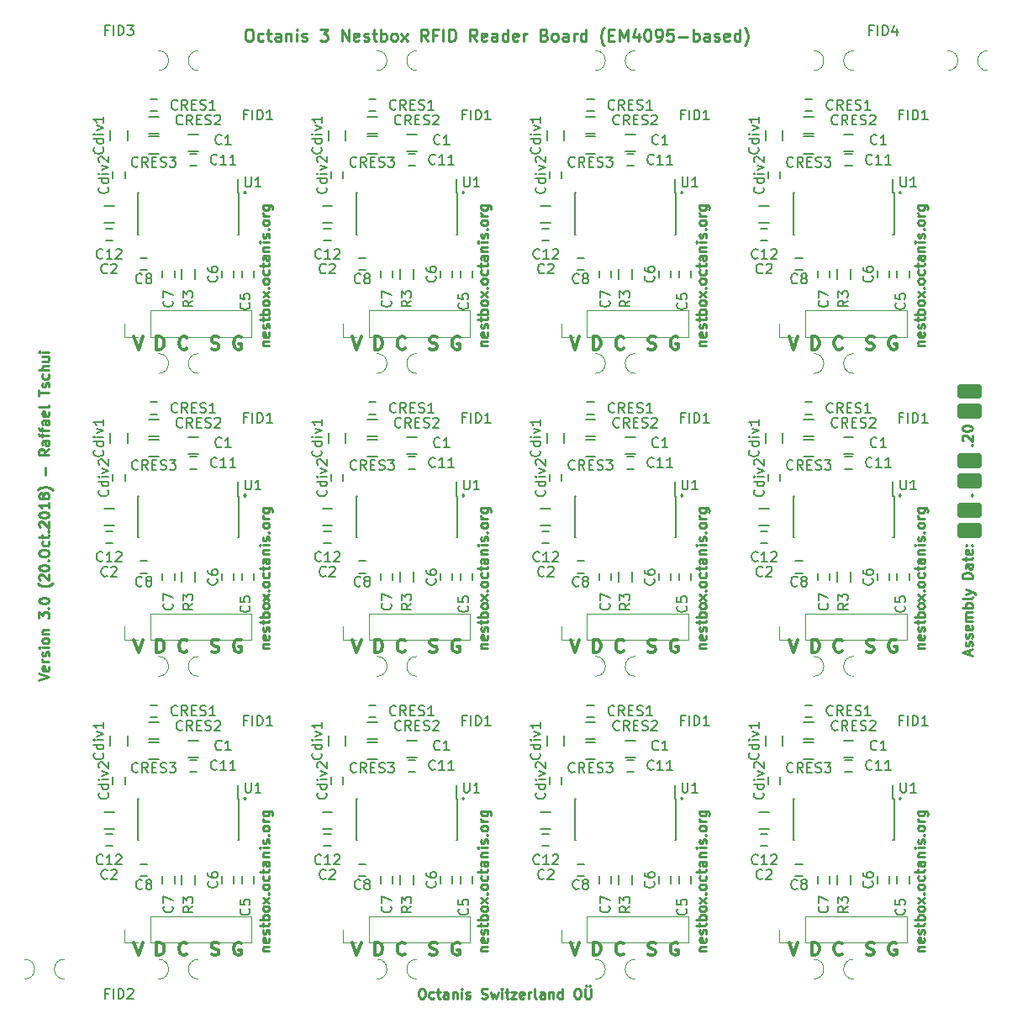
<source format=gto>
%TF.GenerationSoftware,KiCad,Pcbnew,4.0.7*%
%TF.CreationDate,2018-10-20T21:32:18+02:00*%
%TF.ProjectId,RFID_board_PANNEL,524649445F626F6172645F50414E4E45,rev?*%
%TF.FileFunction,Legend,Top*%
%FSLAX46Y46*%
G04 Gerber Fmt 4.6, Leading zero omitted, Abs format (unit mm)*
G04 Created by KiCad (PCBNEW 4.0.7) date 2018 October 20, Saturday 21:32:18*
%MOMM*%
%LPD*%
G01*
G04 APERTURE LIST*
%ADD10C,0.100000*%
%ADD11C,0.250000*%
%ADD12C,0.220000*%
%ADD13C,0.300000*%
%ADD14C,1.000000*%
%ADD15C,0.500000*%
%ADD16C,0.150000*%
%ADD17C,0.120000*%
G04 APERTURE END LIST*
D10*
D11*
X243666667Y-80809524D02*
X243666667Y-80333333D01*
X243952381Y-80904762D02*
X242952381Y-80571429D01*
X243952381Y-80238095D01*
X243904762Y-79952381D02*
X243952381Y-79857143D01*
X243952381Y-79666667D01*
X243904762Y-79571428D01*
X243809524Y-79523809D01*
X243761905Y-79523809D01*
X243666667Y-79571428D01*
X243619048Y-79666667D01*
X243619048Y-79809524D01*
X243571429Y-79904762D01*
X243476190Y-79952381D01*
X243428571Y-79952381D01*
X243333333Y-79904762D01*
X243285714Y-79809524D01*
X243285714Y-79666667D01*
X243333333Y-79571428D01*
X243904762Y-79142857D02*
X243952381Y-79047619D01*
X243952381Y-78857143D01*
X243904762Y-78761904D01*
X243809524Y-78714285D01*
X243761905Y-78714285D01*
X243666667Y-78761904D01*
X243619048Y-78857143D01*
X243619048Y-79000000D01*
X243571429Y-79095238D01*
X243476190Y-79142857D01*
X243428571Y-79142857D01*
X243333333Y-79095238D01*
X243285714Y-79000000D01*
X243285714Y-78857143D01*
X243333333Y-78761904D01*
X243904762Y-77904761D02*
X243952381Y-77999999D01*
X243952381Y-78190476D01*
X243904762Y-78285714D01*
X243809524Y-78333333D01*
X243428571Y-78333333D01*
X243333333Y-78285714D01*
X243285714Y-78190476D01*
X243285714Y-77999999D01*
X243333333Y-77904761D01*
X243428571Y-77857142D01*
X243523810Y-77857142D01*
X243619048Y-78333333D01*
X243952381Y-77428571D02*
X243285714Y-77428571D01*
X243380952Y-77428571D02*
X243333333Y-77380952D01*
X243285714Y-77285714D01*
X243285714Y-77142856D01*
X243333333Y-77047618D01*
X243428571Y-76999999D01*
X243952381Y-76999999D01*
X243428571Y-76999999D02*
X243333333Y-76952380D01*
X243285714Y-76857142D01*
X243285714Y-76714285D01*
X243333333Y-76619047D01*
X243428571Y-76571428D01*
X243952381Y-76571428D01*
X243952381Y-76095238D02*
X242952381Y-76095238D01*
X243333333Y-76095238D02*
X243285714Y-76000000D01*
X243285714Y-75809523D01*
X243333333Y-75714285D01*
X243380952Y-75666666D01*
X243476190Y-75619047D01*
X243761905Y-75619047D01*
X243857143Y-75666666D01*
X243904762Y-75714285D01*
X243952381Y-75809523D01*
X243952381Y-76000000D01*
X243904762Y-76095238D01*
X243952381Y-75047619D02*
X243904762Y-75142857D01*
X243809524Y-75190476D01*
X242952381Y-75190476D01*
X243285714Y-74761904D02*
X243952381Y-74523809D01*
X243285714Y-74285713D02*
X243952381Y-74523809D01*
X244190476Y-74619047D01*
X244238095Y-74666666D01*
X244285714Y-74761904D01*
X243952381Y-73142856D02*
X242952381Y-73142856D01*
X242952381Y-72904761D01*
X243000000Y-72761903D01*
X243095238Y-72666665D01*
X243190476Y-72619046D01*
X243380952Y-72571427D01*
X243523810Y-72571427D01*
X243714286Y-72619046D01*
X243809524Y-72666665D01*
X243904762Y-72761903D01*
X243952381Y-72904761D01*
X243952381Y-73142856D01*
X243952381Y-71714284D02*
X243428571Y-71714284D01*
X243333333Y-71761903D01*
X243285714Y-71857141D01*
X243285714Y-72047618D01*
X243333333Y-72142856D01*
X243904762Y-71714284D02*
X243952381Y-71809522D01*
X243952381Y-72047618D01*
X243904762Y-72142856D01*
X243809524Y-72190475D01*
X243714286Y-72190475D01*
X243619048Y-72142856D01*
X243571429Y-72047618D01*
X243571429Y-71809522D01*
X243523810Y-71714284D01*
X243285714Y-71380951D02*
X243285714Y-70999999D01*
X242952381Y-71238094D02*
X243809524Y-71238094D01*
X243904762Y-71190475D01*
X243952381Y-71095237D01*
X243952381Y-70999999D01*
X243904762Y-70285712D02*
X243952381Y-70380950D01*
X243952381Y-70571427D01*
X243904762Y-70666665D01*
X243809524Y-70714284D01*
X243428571Y-70714284D01*
X243333333Y-70666665D01*
X243285714Y-70571427D01*
X243285714Y-70380950D01*
X243333333Y-70285712D01*
X243428571Y-70238093D01*
X243523810Y-70238093D01*
X243619048Y-70714284D01*
X243857143Y-69809522D02*
X243904762Y-69761903D01*
X243952381Y-69809522D01*
X243904762Y-69857141D01*
X243857143Y-69809522D01*
X243952381Y-69809522D01*
X243333333Y-69809522D02*
X243380952Y-69761903D01*
X243428571Y-69809522D01*
X243380952Y-69857141D01*
X243333333Y-69809522D01*
X243428571Y-69809522D01*
X243952381Y-68571427D02*
X242952381Y-68571427D01*
X242952381Y-67904760D01*
X243952381Y-67904760D01*
X243952381Y-68571427D01*
X243952381Y-66666665D02*
X242952381Y-66666665D01*
X242952381Y-65999998D01*
X243952381Y-65999998D01*
X243952381Y-66666665D01*
X243857143Y-64761903D02*
X243904762Y-64714284D01*
X243952381Y-64761903D01*
X243904762Y-64809522D01*
X243857143Y-64761903D01*
X243952381Y-64761903D01*
X243952381Y-63523808D02*
X242952381Y-63523808D01*
X242952381Y-62857141D01*
X243952381Y-62857141D01*
X243952381Y-63523808D01*
X243952381Y-61619046D02*
X242952381Y-61619046D01*
X242952381Y-60952379D01*
X243952381Y-60952379D01*
X243952381Y-61619046D01*
X243857143Y-59714284D02*
X243904762Y-59666665D01*
X243952381Y-59714284D01*
X243904762Y-59761903D01*
X243857143Y-59714284D01*
X243952381Y-59714284D01*
X243047619Y-59285713D02*
X243000000Y-59238094D01*
X242952381Y-59142856D01*
X242952381Y-58904760D01*
X243000000Y-58809522D01*
X243047619Y-58761903D01*
X243142857Y-58714284D01*
X243238095Y-58714284D01*
X243380952Y-58761903D01*
X243952381Y-59333332D01*
X243952381Y-58714284D01*
X242952381Y-58095237D02*
X242952381Y-57999998D01*
X243000000Y-57904760D01*
X243047619Y-57857141D01*
X243142857Y-57809522D01*
X243333333Y-57761903D01*
X243571429Y-57761903D01*
X243761905Y-57809522D01*
X243857143Y-57857141D01*
X243904762Y-57904760D01*
X243952381Y-57999998D01*
X243952381Y-58095237D01*
X243904762Y-58190475D01*
X243857143Y-58238094D01*
X243761905Y-58285713D01*
X243571429Y-58333332D01*
X243333333Y-58333332D01*
X243142857Y-58285713D01*
X243047619Y-58238094D01*
X243000000Y-58190475D01*
X242952381Y-58095237D01*
X243952381Y-56571427D02*
X242952381Y-56571427D01*
X242952381Y-55904760D01*
X243952381Y-55904760D01*
X243952381Y-56571427D01*
X243952381Y-54666665D02*
X242952381Y-54666665D01*
X242952381Y-53999998D01*
X243952381Y-53999998D01*
X243952381Y-54666665D01*
D12*
X188428571Y-114452381D02*
X188619048Y-114452381D01*
X188714286Y-114500000D01*
X188809524Y-114595238D01*
X188857143Y-114785714D01*
X188857143Y-115119048D01*
X188809524Y-115309524D01*
X188714286Y-115404762D01*
X188619048Y-115452381D01*
X188428571Y-115452381D01*
X188333333Y-115404762D01*
X188238095Y-115309524D01*
X188190476Y-115119048D01*
X188190476Y-114785714D01*
X188238095Y-114595238D01*
X188333333Y-114500000D01*
X188428571Y-114452381D01*
X189714286Y-115404762D02*
X189619048Y-115452381D01*
X189428571Y-115452381D01*
X189333333Y-115404762D01*
X189285714Y-115357143D01*
X189238095Y-115261905D01*
X189238095Y-114976190D01*
X189285714Y-114880952D01*
X189333333Y-114833333D01*
X189428571Y-114785714D01*
X189619048Y-114785714D01*
X189714286Y-114833333D01*
X190000000Y-114785714D02*
X190380952Y-114785714D01*
X190142857Y-114452381D02*
X190142857Y-115309524D01*
X190190476Y-115404762D01*
X190285714Y-115452381D01*
X190380952Y-115452381D01*
X191142858Y-115452381D02*
X191142858Y-114928571D01*
X191095239Y-114833333D01*
X191000001Y-114785714D01*
X190809524Y-114785714D01*
X190714286Y-114833333D01*
X191142858Y-115404762D02*
X191047620Y-115452381D01*
X190809524Y-115452381D01*
X190714286Y-115404762D01*
X190666667Y-115309524D01*
X190666667Y-115214286D01*
X190714286Y-115119048D01*
X190809524Y-115071429D01*
X191047620Y-115071429D01*
X191142858Y-115023810D01*
X191619048Y-114785714D02*
X191619048Y-115452381D01*
X191619048Y-114880952D02*
X191666667Y-114833333D01*
X191761905Y-114785714D01*
X191904763Y-114785714D01*
X192000001Y-114833333D01*
X192047620Y-114928571D01*
X192047620Y-115452381D01*
X192523810Y-115452381D02*
X192523810Y-114785714D01*
X192523810Y-114452381D02*
X192476191Y-114500000D01*
X192523810Y-114547619D01*
X192571429Y-114500000D01*
X192523810Y-114452381D01*
X192523810Y-114547619D01*
X192952381Y-115404762D02*
X193047619Y-115452381D01*
X193238095Y-115452381D01*
X193333334Y-115404762D01*
X193380953Y-115309524D01*
X193380953Y-115261905D01*
X193333334Y-115166667D01*
X193238095Y-115119048D01*
X193095238Y-115119048D01*
X193000000Y-115071429D01*
X192952381Y-114976190D01*
X192952381Y-114928571D01*
X193000000Y-114833333D01*
X193095238Y-114785714D01*
X193238095Y-114785714D01*
X193333334Y-114833333D01*
X194523810Y-115404762D02*
X194666667Y-115452381D01*
X194904763Y-115452381D01*
X195000001Y-115404762D01*
X195047620Y-115357143D01*
X195095239Y-115261905D01*
X195095239Y-115166667D01*
X195047620Y-115071429D01*
X195000001Y-115023810D01*
X194904763Y-114976190D01*
X194714286Y-114928571D01*
X194619048Y-114880952D01*
X194571429Y-114833333D01*
X194523810Y-114738095D01*
X194523810Y-114642857D01*
X194571429Y-114547619D01*
X194619048Y-114500000D01*
X194714286Y-114452381D01*
X194952382Y-114452381D01*
X195095239Y-114500000D01*
X195428572Y-114785714D02*
X195619048Y-115452381D01*
X195809525Y-114976190D01*
X196000001Y-115452381D01*
X196190477Y-114785714D01*
X196571429Y-115452381D02*
X196571429Y-114785714D01*
X196571429Y-114452381D02*
X196523810Y-114500000D01*
X196571429Y-114547619D01*
X196619048Y-114500000D01*
X196571429Y-114452381D01*
X196571429Y-114547619D01*
X196904762Y-114785714D02*
X197285714Y-114785714D01*
X197047619Y-114452381D02*
X197047619Y-115309524D01*
X197095238Y-115404762D01*
X197190476Y-115452381D01*
X197285714Y-115452381D01*
X197523810Y-114785714D02*
X198047620Y-114785714D01*
X197523810Y-115452381D01*
X198047620Y-115452381D01*
X198809525Y-115404762D02*
X198714287Y-115452381D01*
X198523810Y-115452381D01*
X198428572Y-115404762D01*
X198380953Y-115309524D01*
X198380953Y-114928571D01*
X198428572Y-114833333D01*
X198523810Y-114785714D01*
X198714287Y-114785714D01*
X198809525Y-114833333D01*
X198857144Y-114928571D01*
X198857144Y-115023810D01*
X198380953Y-115119048D01*
X199285715Y-115452381D02*
X199285715Y-114785714D01*
X199285715Y-114976190D02*
X199333334Y-114880952D01*
X199380953Y-114833333D01*
X199476191Y-114785714D01*
X199571430Y-114785714D01*
X200047620Y-115452381D02*
X199952382Y-115404762D01*
X199904763Y-115309524D01*
X199904763Y-114452381D01*
X200857145Y-115452381D02*
X200857145Y-114928571D01*
X200809526Y-114833333D01*
X200714288Y-114785714D01*
X200523811Y-114785714D01*
X200428573Y-114833333D01*
X200857145Y-115404762D02*
X200761907Y-115452381D01*
X200523811Y-115452381D01*
X200428573Y-115404762D01*
X200380954Y-115309524D01*
X200380954Y-115214286D01*
X200428573Y-115119048D01*
X200523811Y-115071429D01*
X200761907Y-115071429D01*
X200857145Y-115023810D01*
X201333335Y-114785714D02*
X201333335Y-115452381D01*
X201333335Y-114880952D02*
X201380954Y-114833333D01*
X201476192Y-114785714D01*
X201619050Y-114785714D01*
X201714288Y-114833333D01*
X201761907Y-114928571D01*
X201761907Y-115452381D01*
X202666669Y-115452381D02*
X202666669Y-114452381D01*
X202666669Y-115404762D02*
X202571431Y-115452381D01*
X202380954Y-115452381D01*
X202285716Y-115404762D01*
X202238097Y-115357143D01*
X202190478Y-115261905D01*
X202190478Y-114976190D01*
X202238097Y-114880952D01*
X202285716Y-114833333D01*
X202380954Y-114785714D01*
X202571431Y-114785714D01*
X202666669Y-114833333D01*
X204095240Y-114452381D02*
X204285717Y-114452381D01*
X204380955Y-114500000D01*
X204476193Y-114595238D01*
X204523812Y-114785714D01*
X204523812Y-115119048D01*
X204476193Y-115309524D01*
X204380955Y-115404762D01*
X204285717Y-115452381D01*
X204095240Y-115452381D01*
X204000002Y-115404762D01*
X203904764Y-115309524D01*
X203857145Y-115119048D01*
X203857145Y-114785714D01*
X203904764Y-114595238D01*
X204000002Y-114500000D01*
X204095240Y-114452381D01*
X204952383Y-114452381D02*
X204952383Y-115261905D01*
X205000002Y-115357143D01*
X205047621Y-115404762D01*
X205142859Y-115452381D01*
X205333336Y-115452381D01*
X205428574Y-115404762D01*
X205476193Y-115357143D01*
X205523812Y-115261905D01*
X205523812Y-114452381D01*
X205047621Y-114119048D02*
X205095240Y-114166667D01*
X205047621Y-114214286D01*
X205000002Y-114166667D01*
X205047621Y-114119048D01*
X205047621Y-114214286D01*
X205428574Y-114119048D02*
X205476193Y-114166667D01*
X205428574Y-114214286D01*
X205380955Y-114166667D01*
X205428574Y-114119048D01*
X205428574Y-114214286D01*
X149952381Y-83404762D02*
X150952381Y-83071429D01*
X149952381Y-82738095D01*
X150904762Y-82023809D02*
X150952381Y-82119047D01*
X150952381Y-82309524D01*
X150904762Y-82404762D01*
X150809524Y-82452381D01*
X150428571Y-82452381D01*
X150333333Y-82404762D01*
X150285714Y-82309524D01*
X150285714Y-82119047D01*
X150333333Y-82023809D01*
X150428571Y-81976190D01*
X150523810Y-81976190D01*
X150619048Y-82452381D01*
X150952381Y-81547619D02*
X150285714Y-81547619D01*
X150476190Y-81547619D02*
X150380952Y-81500000D01*
X150333333Y-81452381D01*
X150285714Y-81357143D01*
X150285714Y-81261904D01*
X150904762Y-80976190D02*
X150952381Y-80880952D01*
X150952381Y-80690476D01*
X150904762Y-80595237D01*
X150809524Y-80547618D01*
X150761905Y-80547618D01*
X150666667Y-80595237D01*
X150619048Y-80690476D01*
X150619048Y-80833333D01*
X150571429Y-80928571D01*
X150476190Y-80976190D01*
X150428571Y-80976190D01*
X150333333Y-80928571D01*
X150285714Y-80833333D01*
X150285714Y-80690476D01*
X150333333Y-80595237D01*
X150952381Y-80119047D02*
X150285714Y-80119047D01*
X149952381Y-80119047D02*
X150000000Y-80166666D01*
X150047619Y-80119047D01*
X150000000Y-80071428D01*
X149952381Y-80119047D01*
X150047619Y-80119047D01*
X150952381Y-79500000D02*
X150904762Y-79595238D01*
X150857143Y-79642857D01*
X150761905Y-79690476D01*
X150476190Y-79690476D01*
X150380952Y-79642857D01*
X150333333Y-79595238D01*
X150285714Y-79500000D01*
X150285714Y-79357142D01*
X150333333Y-79261904D01*
X150380952Y-79214285D01*
X150476190Y-79166666D01*
X150761905Y-79166666D01*
X150857143Y-79214285D01*
X150904762Y-79261904D01*
X150952381Y-79357142D01*
X150952381Y-79500000D01*
X150285714Y-78738095D02*
X150952381Y-78738095D01*
X150380952Y-78738095D02*
X150333333Y-78690476D01*
X150285714Y-78595238D01*
X150285714Y-78452380D01*
X150333333Y-78357142D01*
X150428571Y-78309523D01*
X150952381Y-78309523D01*
X149952381Y-77166666D02*
X149952381Y-76547618D01*
X150333333Y-76880952D01*
X150333333Y-76738094D01*
X150380952Y-76642856D01*
X150428571Y-76595237D01*
X150523810Y-76547618D01*
X150761905Y-76547618D01*
X150857143Y-76595237D01*
X150904762Y-76642856D01*
X150952381Y-76738094D01*
X150952381Y-77023809D01*
X150904762Y-77119047D01*
X150857143Y-77166666D01*
X150857143Y-76119047D02*
X150904762Y-76071428D01*
X150952381Y-76119047D01*
X150904762Y-76166666D01*
X150857143Y-76119047D01*
X150952381Y-76119047D01*
X149952381Y-75452381D02*
X149952381Y-75357142D01*
X150000000Y-75261904D01*
X150047619Y-75214285D01*
X150142857Y-75166666D01*
X150333333Y-75119047D01*
X150571429Y-75119047D01*
X150761905Y-75166666D01*
X150857143Y-75214285D01*
X150904762Y-75261904D01*
X150952381Y-75357142D01*
X150952381Y-75452381D01*
X150904762Y-75547619D01*
X150857143Y-75595238D01*
X150761905Y-75642857D01*
X150571429Y-75690476D01*
X150333333Y-75690476D01*
X150142857Y-75642857D01*
X150047619Y-75595238D01*
X150000000Y-75547619D01*
X149952381Y-75452381D01*
X151333333Y-73642856D02*
X151285714Y-73690476D01*
X151142857Y-73785714D01*
X151047619Y-73833333D01*
X150904762Y-73880952D01*
X150666667Y-73928571D01*
X150476190Y-73928571D01*
X150238095Y-73880952D01*
X150095238Y-73833333D01*
X150000000Y-73785714D01*
X149857143Y-73690476D01*
X149809524Y-73642856D01*
X150047619Y-73309523D02*
X150000000Y-73261904D01*
X149952381Y-73166666D01*
X149952381Y-72928570D01*
X150000000Y-72833332D01*
X150047619Y-72785713D01*
X150142857Y-72738094D01*
X150238095Y-72738094D01*
X150380952Y-72785713D01*
X150952381Y-73357142D01*
X150952381Y-72738094D01*
X149952381Y-72119047D02*
X149952381Y-72023808D01*
X150000000Y-71928570D01*
X150047619Y-71880951D01*
X150142857Y-71833332D01*
X150333333Y-71785713D01*
X150571429Y-71785713D01*
X150761905Y-71833332D01*
X150857143Y-71880951D01*
X150904762Y-71928570D01*
X150952381Y-72023808D01*
X150952381Y-72119047D01*
X150904762Y-72214285D01*
X150857143Y-72261904D01*
X150761905Y-72309523D01*
X150571429Y-72357142D01*
X150333333Y-72357142D01*
X150142857Y-72309523D01*
X150047619Y-72261904D01*
X150000000Y-72214285D01*
X149952381Y-72119047D01*
X150857143Y-71357142D02*
X150904762Y-71309523D01*
X150952381Y-71357142D01*
X150904762Y-71404761D01*
X150857143Y-71357142D01*
X150952381Y-71357142D01*
X149952381Y-70690476D02*
X149952381Y-70499999D01*
X150000000Y-70404761D01*
X150095238Y-70309523D01*
X150285714Y-70261904D01*
X150619048Y-70261904D01*
X150809524Y-70309523D01*
X150904762Y-70404761D01*
X150952381Y-70499999D01*
X150952381Y-70690476D01*
X150904762Y-70785714D01*
X150809524Y-70880952D01*
X150619048Y-70928571D01*
X150285714Y-70928571D01*
X150095238Y-70880952D01*
X150000000Y-70785714D01*
X149952381Y-70690476D01*
X150904762Y-69404761D02*
X150952381Y-69499999D01*
X150952381Y-69690476D01*
X150904762Y-69785714D01*
X150857143Y-69833333D01*
X150761905Y-69880952D01*
X150476190Y-69880952D01*
X150380952Y-69833333D01*
X150333333Y-69785714D01*
X150285714Y-69690476D01*
X150285714Y-69499999D01*
X150333333Y-69404761D01*
X150285714Y-69119047D02*
X150285714Y-68738095D01*
X149952381Y-68976190D02*
X150809524Y-68976190D01*
X150904762Y-68928571D01*
X150952381Y-68833333D01*
X150952381Y-68738095D01*
X150857143Y-68404761D02*
X150904762Y-68357142D01*
X150952381Y-68404761D01*
X150904762Y-68452380D01*
X150857143Y-68404761D01*
X150952381Y-68404761D01*
X150047619Y-67976190D02*
X150000000Y-67928571D01*
X149952381Y-67833333D01*
X149952381Y-67595237D01*
X150000000Y-67499999D01*
X150047619Y-67452380D01*
X150142857Y-67404761D01*
X150238095Y-67404761D01*
X150380952Y-67452380D01*
X150952381Y-68023809D01*
X150952381Y-67404761D01*
X149952381Y-66785714D02*
X149952381Y-66690475D01*
X150000000Y-66595237D01*
X150047619Y-66547618D01*
X150142857Y-66499999D01*
X150333333Y-66452380D01*
X150571429Y-66452380D01*
X150761905Y-66499999D01*
X150857143Y-66547618D01*
X150904762Y-66595237D01*
X150952381Y-66690475D01*
X150952381Y-66785714D01*
X150904762Y-66880952D01*
X150857143Y-66928571D01*
X150761905Y-66976190D01*
X150571429Y-67023809D01*
X150333333Y-67023809D01*
X150142857Y-66976190D01*
X150047619Y-66928571D01*
X150000000Y-66880952D01*
X149952381Y-66785714D01*
X150952381Y-65499999D02*
X150952381Y-66071428D01*
X150952381Y-65785714D02*
X149952381Y-65785714D01*
X150095238Y-65880952D01*
X150190476Y-65976190D01*
X150238095Y-66071428D01*
X150380952Y-64928571D02*
X150333333Y-65023809D01*
X150285714Y-65071428D01*
X150190476Y-65119047D01*
X150142857Y-65119047D01*
X150047619Y-65071428D01*
X150000000Y-65023809D01*
X149952381Y-64928571D01*
X149952381Y-64738094D01*
X150000000Y-64642856D01*
X150047619Y-64595237D01*
X150142857Y-64547618D01*
X150190476Y-64547618D01*
X150285714Y-64595237D01*
X150333333Y-64642856D01*
X150380952Y-64738094D01*
X150380952Y-64928571D01*
X150428571Y-65023809D01*
X150476190Y-65071428D01*
X150571429Y-65119047D01*
X150761905Y-65119047D01*
X150857143Y-65071428D01*
X150904762Y-65023809D01*
X150952381Y-64928571D01*
X150952381Y-64738094D01*
X150904762Y-64642856D01*
X150857143Y-64595237D01*
X150761905Y-64547618D01*
X150571429Y-64547618D01*
X150476190Y-64595237D01*
X150428571Y-64642856D01*
X150380952Y-64738094D01*
X151333333Y-64214285D02*
X151285714Y-64166666D01*
X151142857Y-64071428D01*
X151047619Y-64023809D01*
X150904762Y-63976190D01*
X150666667Y-63928571D01*
X150476190Y-63928571D01*
X150238095Y-63976190D01*
X150095238Y-64023809D01*
X150000000Y-64071428D01*
X149857143Y-64166666D01*
X149809524Y-64214285D01*
X150571429Y-62690475D02*
X150571429Y-61928570D01*
X150952381Y-60119046D02*
X150476190Y-60452380D01*
X150952381Y-60690475D02*
X149952381Y-60690475D01*
X149952381Y-60309522D01*
X150000000Y-60214284D01*
X150047619Y-60166665D01*
X150142857Y-60119046D01*
X150285714Y-60119046D01*
X150380952Y-60166665D01*
X150428571Y-60214284D01*
X150476190Y-60309522D01*
X150476190Y-60690475D01*
X150952381Y-59261903D02*
X150428571Y-59261903D01*
X150333333Y-59309522D01*
X150285714Y-59404760D01*
X150285714Y-59595237D01*
X150333333Y-59690475D01*
X150904762Y-59261903D02*
X150952381Y-59357141D01*
X150952381Y-59595237D01*
X150904762Y-59690475D01*
X150809524Y-59738094D01*
X150714286Y-59738094D01*
X150619048Y-59690475D01*
X150571429Y-59595237D01*
X150571429Y-59357141D01*
X150523810Y-59261903D01*
X150285714Y-58928570D02*
X150285714Y-58547618D01*
X150952381Y-58785713D02*
X150095238Y-58785713D01*
X150000000Y-58738094D01*
X149952381Y-58642856D01*
X149952381Y-58547618D01*
X150285714Y-58357141D02*
X150285714Y-57976189D01*
X150952381Y-58214284D02*
X150095238Y-58214284D01*
X150000000Y-58166665D01*
X149952381Y-58071427D01*
X149952381Y-57976189D01*
X150952381Y-57214283D02*
X150428571Y-57214283D01*
X150333333Y-57261902D01*
X150285714Y-57357140D01*
X150285714Y-57547617D01*
X150333333Y-57642855D01*
X150904762Y-57214283D02*
X150952381Y-57309521D01*
X150952381Y-57547617D01*
X150904762Y-57642855D01*
X150809524Y-57690474D01*
X150714286Y-57690474D01*
X150619048Y-57642855D01*
X150571429Y-57547617D01*
X150571429Y-57309521D01*
X150523810Y-57214283D01*
X150904762Y-56357140D02*
X150952381Y-56452378D01*
X150952381Y-56642855D01*
X150904762Y-56738093D01*
X150809524Y-56785712D01*
X150428571Y-56785712D01*
X150333333Y-56738093D01*
X150285714Y-56642855D01*
X150285714Y-56452378D01*
X150333333Y-56357140D01*
X150428571Y-56309521D01*
X150523810Y-56309521D01*
X150619048Y-56785712D01*
X150952381Y-55738093D02*
X150904762Y-55833331D01*
X150809524Y-55880950D01*
X149952381Y-55880950D01*
X149952381Y-54738092D02*
X149952381Y-54166663D01*
X150952381Y-54452378D02*
X149952381Y-54452378D01*
X150904762Y-53880949D02*
X150952381Y-53785711D01*
X150952381Y-53595235D01*
X150904762Y-53499996D01*
X150809524Y-53452377D01*
X150761905Y-53452377D01*
X150666667Y-53499996D01*
X150619048Y-53595235D01*
X150619048Y-53738092D01*
X150571429Y-53833330D01*
X150476190Y-53880949D01*
X150428571Y-53880949D01*
X150333333Y-53833330D01*
X150285714Y-53738092D01*
X150285714Y-53595235D01*
X150333333Y-53499996D01*
X150904762Y-52595234D02*
X150952381Y-52690472D01*
X150952381Y-52880949D01*
X150904762Y-52976187D01*
X150857143Y-53023806D01*
X150761905Y-53071425D01*
X150476190Y-53071425D01*
X150380952Y-53023806D01*
X150333333Y-52976187D01*
X150285714Y-52880949D01*
X150285714Y-52690472D01*
X150333333Y-52595234D01*
X150952381Y-52166663D02*
X149952381Y-52166663D01*
X150952381Y-51738091D02*
X150428571Y-51738091D01*
X150333333Y-51785710D01*
X150285714Y-51880948D01*
X150285714Y-52023806D01*
X150333333Y-52119044D01*
X150380952Y-52166663D01*
X150285714Y-50833329D02*
X150952381Y-50833329D01*
X150285714Y-51261901D02*
X150809524Y-51261901D01*
X150904762Y-51214282D01*
X150952381Y-51119044D01*
X150952381Y-50976186D01*
X150904762Y-50880948D01*
X150857143Y-50833329D01*
X150952381Y-50357139D02*
X150285714Y-50357139D01*
X149952381Y-50357139D02*
X150000000Y-50404758D01*
X150047619Y-50357139D01*
X150000000Y-50309520D01*
X149952381Y-50357139D01*
X150047619Y-50357139D01*
X171014286Y-17842857D02*
X171242857Y-17842857D01*
X171357143Y-17900000D01*
X171471429Y-18014286D01*
X171528571Y-18242857D01*
X171528571Y-18642857D01*
X171471429Y-18871429D01*
X171357143Y-18985714D01*
X171242857Y-19042857D01*
X171014286Y-19042857D01*
X170900000Y-18985714D01*
X170785714Y-18871429D01*
X170728571Y-18642857D01*
X170728571Y-18242857D01*
X170785714Y-18014286D01*
X170900000Y-17900000D01*
X171014286Y-17842857D01*
X172557143Y-18985714D02*
X172442857Y-19042857D01*
X172214286Y-19042857D01*
X172100000Y-18985714D01*
X172042857Y-18928571D01*
X171985714Y-18814286D01*
X171985714Y-18471429D01*
X172042857Y-18357143D01*
X172100000Y-18300000D01*
X172214286Y-18242857D01*
X172442857Y-18242857D01*
X172557143Y-18300000D01*
X172900000Y-18242857D02*
X173357143Y-18242857D01*
X173071428Y-17842857D02*
X173071428Y-18871429D01*
X173128571Y-18985714D01*
X173242857Y-19042857D01*
X173357143Y-19042857D01*
X174271428Y-19042857D02*
X174271428Y-18414286D01*
X174214285Y-18300000D01*
X174099999Y-18242857D01*
X173871428Y-18242857D01*
X173757142Y-18300000D01*
X174271428Y-18985714D02*
X174157142Y-19042857D01*
X173871428Y-19042857D01*
X173757142Y-18985714D01*
X173699999Y-18871429D01*
X173699999Y-18757143D01*
X173757142Y-18642857D01*
X173871428Y-18585714D01*
X174157142Y-18585714D01*
X174271428Y-18528571D01*
X174842856Y-18242857D02*
X174842856Y-19042857D01*
X174842856Y-18357143D02*
X174899999Y-18300000D01*
X175014285Y-18242857D01*
X175185713Y-18242857D01*
X175299999Y-18300000D01*
X175357142Y-18414286D01*
X175357142Y-19042857D01*
X175928570Y-19042857D02*
X175928570Y-18242857D01*
X175928570Y-17842857D02*
X175871427Y-17900000D01*
X175928570Y-17957143D01*
X175985713Y-17900000D01*
X175928570Y-17842857D01*
X175928570Y-17957143D01*
X176442856Y-18985714D02*
X176557142Y-19042857D01*
X176785714Y-19042857D01*
X176899999Y-18985714D01*
X176957142Y-18871429D01*
X176957142Y-18814286D01*
X176899999Y-18700000D01*
X176785714Y-18642857D01*
X176614285Y-18642857D01*
X176499999Y-18585714D01*
X176442856Y-18471429D01*
X176442856Y-18414286D01*
X176499999Y-18300000D01*
X176614285Y-18242857D01*
X176785714Y-18242857D01*
X176899999Y-18300000D01*
X178271429Y-17842857D02*
X179014286Y-17842857D01*
X178614286Y-18300000D01*
X178785714Y-18300000D01*
X178900000Y-18357143D01*
X178957143Y-18414286D01*
X179014286Y-18528571D01*
X179014286Y-18814286D01*
X178957143Y-18928571D01*
X178900000Y-18985714D01*
X178785714Y-19042857D01*
X178442857Y-19042857D01*
X178328571Y-18985714D01*
X178271429Y-18928571D01*
X180442857Y-19042857D02*
X180442857Y-17842857D01*
X181128572Y-19042857D01*
X181128572Y-17842857D01*
X182157143Y-18985714D02*
X182042857Y-19042857D01*
X181814286Y-19042857D01*
X181700000Y-18985714D01*
X181642857Y-18871429D01*
X181642857Y-18414286D01*
X181700000Y-18300000D01*
X181814286Y-18242857D01*
X182042857Y-18242857D01*
X182157143Y-18300000D01*
X182214286Y-18414286D01*
X182214286Y-18528571D01*
X181642857Y-18642857D01*
X182671428Y-18985714D02*
X182785714Y-19042857D01*
X183014286Y-19042857D01*
X183128571Y-18985714D01*
X183185714Y-18871429D01*
X183185714Y-18814286D01*
X183128571Y-18700000D01*
X183014286Y-18642857D01*
X182842857Y-18642857D01*
X182728571Y-18585714D01*
X182671428Y-18471429D01*
X182671428Y-18414286D01*
X182728571Y-18300000D01*
X182842857Y-18242857D01*
X183014286Y-18242857D01*
X183128571Y-18300000D01*
X183528572Y-18242857D02*
X183985715Y-18242857D01*
X183700000Y-17842857D02*
X183700000Y-18871429D01*
X183757143Y-18985714D01*
X183871429Y-19042857D01*
X183985715Y-19042857D01*
X184385714Y-19042857D02*
X184385714Y-17842857D01*
X184385714Y-18300000D02*
X184500000Y-18242857D01*
X184728571Y-18242857D01*
X184842857Y-18300000D01*
X184900000Y-18357143D01*
X184957143Y-18471429D01*
X184957143Y-18814286D01*
X184900000Y-18928571D01*
X184842857Y-18985714D01*
X184728571Y-19042857D01*
X184500000Y-19042857D01*
X184385714Y-18985714D01*
X185642857Y-19042857D02*
X185528571Y-18985714D01*
X185471428Y-18928571D01*
X185414285Y-18814286D01*
X185414285Y-18471429D01*
X185471428Y-18357143D01*
X185528571Y-18300000D01*
X185642857Y-18242857D01*
X185814285Y-18242857D01*
X185928571Y-18300000D01*
X185985714Y-18357143D01*
X186042857Y-18471429D01*
X186042857Y-18814286D01*
X185985714Y-18928571D01*
X185928571Y-18985714D01*
X185814285Y-19042857D01*
X185642857Y-19042857D01*
X186442857Y-19042857D02*
X187071428Y-18242857D01*
X186442857Y-18242857D02*
X187071428Y-19042857D01*
X189128572Y-19042857D02*
X188728572Y-18471429D01*
X188442857Y-19042857D02*
X188442857Y-17842857D01*
X188900000Y-17842857D01*
X189014286Y-17900000D01*
X189071429Y-17957143D01*
X189128572Y-18071429D01*
X189128572Y-18242857D01*
X189071429Y-18357143D01*
X189014286Y-18414286D01*
X188900000Y-18471429D01*
X188442857Y-18471429D01*
X190042857Y-18414286D02*
X189642857Y-18414286D01*
X189642857Y-19042857D02*
X189642857Y-17842857D01*
X190214286Y-17842857D01*
X190671428Y-19042857D02*
X190671428Y-17842857D01*
X191242857Y-19042857D02*
X191242857Y-17842857D01*
X191528572Y-17842857D01*
X191700000Y-17900000D01*
X191814286Y-18014286D01*
X191871429Y-18128571D01*
X191928572Y-18357143D01*
X191928572Y-18528571D01*
X191871429Y-18757143D01*
X191814286Y-18871429D01*
X191700000Y-18985714D01*
X191528572Y-19042857D01*
X191242857Y-19042857D01*
X194042858Y-19042857D02*
X193642858Y-18471429D01*
X193357143Y-19042857D02*
X193357143Y-17842857D01*
X193814286Y-17842857D01*
X193928572Y-17900000D01*
X193985715Y-17957143D01*
X194042858Y-18071429D01*
X194042858Y-18242857D01*
X193985715Y-18357143D01*
X193928572Y-18414286D01*
X193814286Y-18471429D01*
X193357143Y-18471429D01*
X195014286Y-18985714D02*
X194900000Y-19042857D01*
X194671429Y-19042857D01*
X194557143Y-18985714D01*
X194500000Y-18871429D01*
X194500000Y-18414286D01*
X194557143Y-18300000D01*
X194671429Y-18242857D01*
X194900000Y-18242857D01*
X195014286Y-18300000D01*
X195071429Y-18414286D01*
X195071429Y-18528571D01*
X194500000Y-18642857D01*
X196100000Y-19042857D02*
X196100000Y-18414286D01*
X196042857Y-18300000D01*
X195928571Y-18242857D01*
X195700000Y-18242857D01*
X195585714Y-18300000D01*
X196100000Y-18985714D02*
X195985714Y-19042857D01*
X195700000Y-19042857D01*
X195585714Y-18985714D01*
X195528571Y-18871429D01*
X195528571Y-18757143D01*
X195585714Y-18642857D01*
X195700000Y-18585714D01*
X195985714Y-18585714D01*
X196100000Y-18528571D01*
X197185714Y-19042857D02*
X197185714Y-17842857D01*
X197185714Y-18985714D02*
X197071428Y-19042857D01*
X196842857Y-19042857D01*
X196728571Y-18985714D01*
X196671428Y-18928571D01*
X196614285Y-18814286D01*
X196614285Y-18471429D01*
X196671428Y-18357143D01*
X196728571Y-18300000D01*
X196842857Y-18242857D01*
X197071428Y-18242857D01*
X197185714Y-18300000D01*
X198214285Y-18985714D02*
X198099999Y-19042857D01*
X197871428Y-19042857D01*
X197757142Y-18985714D01*
X197699999Y-18871429D01*
X197699999Y-18414286D01*
X197757142Y-18300000D01*
X197871428Y-18242857D01*
X198099999Y-18242857D01*
X198214285Y-18300000D01*
X198271428Y-18414286D01*
X198271428Y-18528571D01*
X197699999Y-18642857D01*
X198785713Y-19042857D02*
X198785713Y-18242857D01*
X198785713Y-18471429D02*
X198842856Y-18357143D01*
X198899999Y-18300000D01*
X199014285Y-18242857D01*
X199128570Y-18242857D01*
X200842856Y-18414286D02*
X201014285Y-18471429D01*
X201071428Y-18528571D01*
X201128571Y-18642857D01*
X201128571Y-18814286D01*
X201071428Y-18928571D01*
X201014285Y-18985714D01*
X200899999Y-19042857D01*
X200442856Y-19042857D01*
X200442856Y-17842857D01*
X200842856Y-17842857D01*
X200957142Y-17900000D01*
X201014285Y-17957143D01*
X201071428Y-18071429D01*
X201071428Y-18185714D01*
X201014285Y-18300000D01*
X200957142Y-18357143D01*
X200842856Y-18414286D01*
X200442856Y-18414286D01*
X201814285Y-19042857D02*
X201699999Y-18985714D01*
X201642856Y-18928571D01*
X201585713Y-18814286D01*
X201585713Y-18471429D01*
X201642856Y-18357143D01*
X201699999Y-18300000D01*
X201814285Y-18242857D01*
X201985713Y-18242857D01*
X202099999Y-18300000D01*
X202157142Y-18357143D01*
X202214285Y-18471429D01*
X202214285Y-18814286D01*
X202157142Y-18928571D01*
X202099999Y-18985714D01*
X201985713Y-19042857D01*
X201814285Y-19042857D01*
X203242856Y-19042857D02*
X203242856Y-18414286D01*
X203185713Y-18300000D01*
X203071427Y-18242857D01*
X202842856Y-18242857D01*
X202728570Y-18300000D01*
X203242856Y-18985714D02*
X203128570Y-19042857D01*
X202842856Y-19042857D01*
X202728570Y-18985714D01*
X202671427Y-18871429D01*
X202671427Y-18757143D01*
X202728570Y-18642857D01*
X202842856Y-18585714D01*
X203128570Y-18585714D01*
X203242856Y-18528571D01*
X203814284Y-19042857D02*
X203814284Y-18242857D01*
X203814284Y-18471429D02*
X203871427Y-18357143D01*
X203928570Y-18300000D01*
X204042856Y-18242857D01*
X204157141Y-18242857D01*
X205071427Y-19042857D02*
X205071427Y-17842857D01*
X205071427Y-18985714D02*
X204957141Y-19042857D01*
X204728570Y-19042857D01*
X204614284Y-18985714D01*
X204557141Y-18928571D01*
X204499998Y-18814286D01*
X204499998Y-18471429D01*
X204557141Y-18357143D01*
X204614284Y-18300000D01*
X204728570Y-18242857D01*
X204957141Y-18242857D01*
X205071427Y-18300000D01*
X206899998Y-19500000D02*
X206842856Y-19442857D01*
X206728570Y-19271429D01*
X206671427Y-19157143D01*
X206614284Y-18985714D01*
X206557141Y-18700000D01*
X206557141Y-18471429D01*
X206614284Y-18185714D01*
X206671427Y-18014286D01*
X206728570Y-17900000D01*
X206842856Y-17728571D01*
X206899998Y-17671429D01*
X207357141Y-18414286D02*
X207757141Y-18414286D01*
X207928570Y-19042857D02*
X207357141Y-19042857D01*
X207357141Y-17842857D01*
X207928570Y-17842857D01*
X208442855Y-19042857D02*
X208442855Y-17842857D01*
X208842855Y-18700000D01*
X209242855Y-17842857D01*
X209242855Y-19042857D01*
X210328570Y-18242857D02*
X210328570Y-19042857D01*
X210042856Y-17785714D02*
X209757141Y-18642857D01*
X210499999Y-18642857D01*
X211185713Y-17842857D02*
X211299998Y-17842857D01*
X211414284Y-17900000D01*
X211471427Y-17957143D01*
X211528570Y-18071429D01*
X211585713Y-18300000D01*
X211585713Y-18585714D01*
X211528570Y-18814286D01*
X211471427Y-18928571D01*
X211414284Y-18985714D01*
X211299998Y-19042857D01*
X211185713Y-19042857D01*
X211071427Y-18985714D01*
X211014284Y-18928571D01*
X210957141Y-18814286D01*
X210899998Y-18585714D01*
X210899998Y-18300000D01*
X210957141Y-18071429D01*
X211014284Y-17957143D01*
X211071427Y-17900000D01*
X211185713Y-17842857D01*
X212157141Y-19042857D02*
X212385713Y-19042857D01*
X212499998Y-18985714D01*
X212557141Y-18928571D01*
X212671427Y-18757143D01*
X212728570Y-18528571D01*
X212728570Y-18071429D01*
X212671427Y-17957143D01*
X212614284Y-17900000D01*
X212499998Y-17842857D01*
X212271427Y-17842857D01*
X212157141Y-17900000D01*
X212099998Y-17957143D01*
X212042855Y-18071429D01*
X212042855Y-18357143D01*
X212099998Y-18471429D01*
X212157141Y-18528571D01*
X212271427Y-18585714D01*
X212499998Y-18585714D01*
X212614284Y-18528571D01*
X212671427Y-18471429D01*
X212728570Y-18357143D01*
X213814284Y-17842857D02*
X213242855Y-17842857D01*
X213185712Y-18414286D01*
X213242855Y-18357143D01*
X213357141Y-18300000D01*
X213642855Y-18300000D01*
X213757141Y-18357143D01*
X213814284Y-18414286D01*
X213871427Y-18528571D01*
X213871427Y-18814286D01*
X213814284Y-18928571D01*
X213757141Y-18985714D01*
X213642855Y-19042857D01*
X213357141Y-19042857D01*
X213242855Y-18985714D01*
X213185712Y-18928571D01*
X214385712Y-18585714D02*
X215299998Y-18585714D01*
X215871426Y-19042857D02*
X215871426Y-17842857D01*
X215871426Y-18300000D02*
X215985712Y-18242857D01*
X216214283Y-18242857D01*
X216328569Y-18300000D01*
X216385712Y-18357143D01*
X216442855Y-18471429D01*
X216442855Y-18814286D01*
X216385712Y-18928571D01*
X216328569Y-18985714D01*
X216214283Y-19042857D01*
X215985712Y-19042857D01*
X215871426Y-18985714D01*
X217471426Y-19042857D02*
X217471426Y-18414286D01*
X217414283Y-18300000D01*
X217299997Y-18242857D01*
X217071426Y-18242857D01*
X216957140Y-18300000D01*
X217471426Y-18985714D02*
X217357140Y-19042857D01*
X217071426Y-19042857D01*
X216957140Y-18985714D01*
X216899997Y-18871429D01*
X216899997Y-18757143D01*
X216957140Y-18642857D01*
X217071426Y-18585714D01*
X217357140Y-18585714D01*
X217471426Y-18528571D01*
X217985711Y-18985714D02*
X218099997Y-19042857D01*
X218328569Y-19042857D01*
X218442854Y-18985714D01*
X218499997Y-18871429D01*
X218499997Y-18814286D01*
X218442854Y-18700000D01*
X218328569Y-18642857D01*
X218157140Y-18642857D01*
X218042854Y-18585714D01*
X217985711Y-18471429D01*
X217985711Y-18414286D01*
X218042854Y-18300000D01*
X218157140Y-18242857D01*
X218328569Y-18242857D01*
X218442854Y-18300000D01*
X219471426Y-18985714D02*
X219357140Y-19042857D01*
X219128569Y-19042857D01*
X219014283Y-18985714D01*
X218957140Y-18871429D01*
X218957140Y-18414286D01*
X219014283Y-18300000D01*
X219128569Y-18242857D01*
X219357140Y-18242857D01*
X219471426Y-18300000D01*
X219528569Y-18414286D01*
X219528569Y-18528571D01*
X218957140Y-18642857D01*
X220557140Y-19042857D02*
X220557140Y-17842857D01*
X220557140Y-18985714D02*
X220442854Y-19042857D01*
X220214283Y-19042857D01*
X220099997Y-18985714D01*
X220042854Y-18928571D01*
X219985711Y-18814286D01*
X219985711Y-18471429D01*
X220042854Y-18357143D01*
X220099997Y-18300000D01*
X220214283Y-18242857D01*
X220442854Y-18242857D01*
X220557140Y-18300000D01*
X221014283Y-19500000D02*
X221071425Y-19442857D01*
X221185711Y-19271429D01*
X221242854Y-19157143D01*
X221299997Y-18985714D01*
X221357140Y-18700000D01*
X221357140Y-18471429D01*
X221299997Y-18185714D01*
X221242854Y-18014286D01*
X221185711Y-17900000D01*
X221071425Y-17728571D01*
X221014283Y-17671429D01*
D11*
X236607143Y-34261905D02*
X236654762Y-34214286D01*
X236702381Y-34261905D01*
X236654762Y-34309524D01*
X236607143Y-34261905D01*
X236702381Y-34261905D01*
D13*
X225521430Y-48788095D02*
X225954763Y-50088095D01*
X226388096Y-48788095D01*
X227811906Y-50088095D02*
X227811906Y-48788095D01*
X228121430Y-48788095D01*
X228307144Y-48850000D01*
X228430953Y-48973810D01*
X228492858Y-49097619D01*
X228554763Y-49345238D01*
X228554763Y-49530952D01*
X228492858Y-49778571D01*
X228430953Y-49902381D01*
X228307144Y-50026190D01*
X228121430Y-50088095D01*
X227811906Y-50088095D01*
X230845239Y-49964286D02*
X230783334Y-50026190D01*
X230597620Y-50088095D01*
X230473810Y-50088095D01*
X230288096Y-50026190D01*
X230164287Y-49902381D01*
X230102382Y-49778571D01*
X230040477Y-49530952D01*
X230040477Y-49345238D01*
X230102382Y-49097619D01*
X230164287Y-48973810D01*
X230288096Y-48850000D01*
X230473810Y-48788095D01*
X230597620Y-48788095D01*
X230783334Y-48850000D01*
X230845239Y-48911905D01*
X233321429Y-50026190D02*
X233507143Y-50088095D01*
X233816667Y-50088095D01*
X233940477Y-50026190D01*
X234002381Y-49964286D01*
X234064286Y-49840476D01*
X234064286Y-49716667D01*
X234002381Y-49592857D01*
X233940477Y-49530952D01*
X233816667Y-49469048D01*
X233569048Y-49407143D01*
X233445239Y-49345238D01*
X233383334Y-49283333D01*
X233321429Y-49159524D01*
X233321429Y-49035714D01*
X233383334Y-48911905D01*
X233445239Y-48850000D01*
X233569048Y-48788095D01*
X233878572Y-48788095D01*
X234064286Y-48850000D01*
X236292857Y-48850000D02*
X236169048Y-48788095D01*
X235983333Y-48788095D01*
X235797619Y-48850000D01*
X235673810Y-48973810D01*
X235611905Y-49097619D01*
X235550000Y-49345238D01*
X235550000Y-49530952D01*
X235611905Y-49778571D01*
X235673810Y-49902381D01*
X235797619Y-50026190D01*
X235983333Y-50088095D01*
X236107143Y-50088095D01*
X236292857Y-50026190D01*
X236354762Y-49964286D01*
X236354762Y-49530952D01*
X236107143Y-49530952D01*
D12*
X238485714Y-49661905D02*
X239152381Y-49661905D01*
X238580952Y-49661905D02*
X238533333Y-49614286D01*
X238485714Y-49519048D01*
X238485714Y-49376190D01*
X238533333Y-49280952D01*
X238628571Y-49233333D01*
X239152381Y-49233333D01*
X239104762Y-48376190D02*
X239152381Y-48471428D01*
X239152381Y-48661905D01*
X239104762Y-48757143D01*
X239009524Y-48804762D01*
X238628571Y-48804762D01*
X238533333Y-48757143D01*
X238485714Y-48661905D01*
X238485714Y-48471428D01*
X238533333Y-48376190D01*
X238628571Y-48328571D01*
X238723810Y-48328571D01*
X238819048Y-48804762D01*
X239104762Y-47947619D02*
X239152381Y-47852381D01*
X239152381Y-47661905D01*
X239104762Y-47566666D01*
X239009524Y-47519047D01*
X238961905Y-47519047D01*
X238866667Y-47566666D01*
X238819048Y-47661905D01*
X238819048Y-47804762D01*
X238771429Y-47900000D01*
X238676190Y-47947619D01*
X238628571Y-47947619D01*
X238533333Y-47900000D01*
X238485714Y-47804762D01*
X238485714Y-47661905D01*
X238533333Y-47566666D01*
X238485714Y-47233333D02*
X238485714Y-46852381D01*
X238152381Y-47090476D02*
X239009524Y-47090476D01*
X239104762Y-47042857D01*
X239152381Y-46947619D01*
X239152381Y-46852381D01*
X239152381Y-46519047D02*
X238152381Y-46519047D01*
X238533333Y-46519047D02*
X238485714Y-46423809D01*
X238485714Y-46233332D01*
X238533333Y-46138094D01*
X238580952Y-46090475D01*
X238676190Y-46042856D01*
X238961905Y-46042856D01*
X239057143Y-46090475D01*
X239104762Y-46138094D01*
X239152381Y-46233332D01*
X239152381Y-46423809D01*
X239104762Y-46519047D01*
X239152381Y-45471428D02*
X239104762Y-45566666D01*
X239057143Y-45614285D01*
X238961905Y-45661904D01*
X238676190Y-45661904D01*
X238580952Y-45614285D01*
X238533333Y-45566666D01*
X238485714Y-45471428D01*
X238485714Y-45328570D01*
X238533333Y-45233332D01*
X238580952Y-45185713D01*
X238676190Y-45138094D01*
X238961905Y-45138094D01*
X239057143Y-45185713D01*
X239104762Y-45233332D01*
X239152381Y-45328570D01*
X239152381Y-45471428D01*
X239152381Y-44804761D02*
X238485714Y-44280951D01*
X238485714Y-44804761D02*
X239152381Y-44280951D01*
X239057143Y-43899999D02*
X239104762Y-43852380D01*
X239152381Y-43899999D01*
X239104762Y-43947618D01*
X239057143Y-43899999D01*
X239152381Y-43899999D01*
X239152381Y-43280952D02*
X239104762Y-43376190D01*
X239057143Y-43423809D01*
X238961905Y-43471428D01*
X238676190Y-43471428D01*
X238580952Y-43423809D01*
X238533333Y-43376190D01*
X238485714Y-43280952D01*
X238485714Y-43138094D01*
X238533333Y-43042856D01*
X238580952Y-42995237D01*
X238676190Y-42947618D01*
X238961905Y-42947618D01*
X239057143Y-42995237D01*
X239104762Y-43042856D01*
X239152381Y-43138094D01*
X239152381Y-43280952D01*
X239104762Y-42090475D02*
X239152381Y-42185713D01*
X239152381Y-42376190D01*
X239104762Y-42471428D01*
X239057143Y-42519047D01*
X238961905Y-42566666D01*
X238676190Y-42566666D01*
X238580952Y-42519047D01*
X238533333Y-42471428D01*
X238485714Y-42376190D01*
X238485714Y-42185713D01*
X238533333Y-42090475D01*
X238485714Y-41804761D02*
X238485714Y-41423809D01*
X238152381Y-41661904D02*
X239009524Y-41661904D01*
X239104762Y-41614285D01*
X239152381Y-41519047D01*
X239152381Y-41423809D01*
X239152381Y-40661903D02*
X238628571Y-40661903D01*
X238533333Y-40709522D01*
X238485714Y-40804760D01*
X238485714Y-40995237D01*
X238533333Y-41090475D01*
X239104762Y-40661903D02*
X239152381Y-40757141D01*
X239152381Y-40995237D01*
X239104762Y-41090475D01*
X239009524Y-41138094D01*
X238914286Y-41138094D01*
X238819048Y-41090475D01*
X238771429Y-40995237D01*
X238771429Y-40757141D01*
X238723810Y-40661903D01*
X238485714Y-40185713D02*
X239152381Y-40185713D01*
X238580952Y-40185713D02*
X238533333Y-40138094D01*
X238485714Y-40042856D01*
X238485714Y-39899998D01*
X238533333Y-39804760D01*
X238628571Y-39757141D01*
X239152381Y-39757141D01*
X239152381Y-39280951D02*
X238485714Y-39280951D01*
X238152381Y-39280951D02*
X238200000Y-39328570D01*
X238247619Y-39280951D01*
X238200000Y-39233332D01*
X238152381Y-39280951D01*
X238247619Y-39280951D01*
X239104762Y-38852380D02*
X239152381Y-38757142D01*
X239152381Y-38566666D01*
X239104762Y-38471427D01*
X239009524Y-38423808D01*
X238961905Y-38423808D01*
X238866667Y-38471427D01*
X238819048Y-38566666D01*
X238819048Y-38709523D01*
X238771429Y-38804761D01*
X238676190Y-38852380D01*
X238628571Y-38852380D01*
X238533333Y-38804761D01*
X238485714Y-38709523D01*
X238485714Y-38566666D01*
X238533333Y-38471427D01*
X239057143Y-37995237D02*
X239104762Y-37947618D01*
X239152381Y-37995237D01*
X239104762Y-38042856D01*
X239057143Y-37995237D01*
X239152381Y-37995237D01*
X239152381Y-37376190D02*
X239104762Y-37471428D01*
X239057143Y-37519047D01*
X238961905Y-37566666D01*
X238676190Y-37566666D01*
X238580952Y-37519047D01*
X238533333Y-37471428D01*
X238485714Y-37376190D01*
X238485714Y-37233332D01*
X238533333Y-37138094D01*
X238580952Y-37090475D01*
X238676190Y-37042856D01*
X238961905Y-37042856D01*
X239057143Y-37090475D01*
X239104762Y-37138094D01*
X239152381Y-37233332D01*
X239152381Y-37376190D01*
X239152381Y-36614285D02*
X238485714Y-36614285D01*
X238676190Y-36614285D02*
X238580952Y-36566666D01*
X238533333Y-36519047D01*
X238485714Y-36423809D01*
X238485714Y-36328570D01*
X238485714Y-35566665D02*
X239295238Y-35566665D01*
X239390476Y-35614284D01*
X239438095Y-35661903D01*
X239485714Y-35757142D01*
X239485714Y-35899999D01*
X239438095Y-35995237D01*
X239104762Y-35566665D02*
X239152381Y-35661903D01*
X239152381Y-35852380D01*
X239104762Y-35947618D01*
X239057143Y-35995237D01*
X238961905Y-36042856D01*
X238676190Y-36042856D01*
X238580952Y-35995237D01*
X238533333Y-35947618D01*
X238485714Y-35852380D01*
X238485714Y-35661903D01*
X238533333Y-35566665D01*
D11*
X236607143Y-64761905D02*
X236654762Y-64714286D01*
X236702381Y-64761905D01*
X236654762Y-64809524D01*
X236607143Y-64761905D01*
X236702381Y-64761905D01*
D12*
X238485714Y-80161905D02*
X239152381Y-80161905D01*
X238580952Y-80161905D02*
X238533333Y-80114286D01*
X238485714Y-80019048D01*
X238485714Y-79876190D01*
X238533333Y-79780952D01*
X238628571Y-79733333D01*
X239152381Y-79733333D01*
X239104762Y-78876190D02*
X239152381Y-78971428D01*
X239152381Y-79161905D01*
X239104762Y-79257143D01*
X239009524Y-79304762D01*
X238628571Y-79304762D01*
X238533333Y-79257143D01*
X238485714Y-79161905D01*
X238485714Y-78971428D01*
X238533333Y-78876190D01*
X238628571Y-78828571D01*
X238723810Y-78828571D01*
X238819048Y-79304762D01*
X239104762Y-78447619D02*
X239152381Y-78352381D01*
X239152381Y-78161905D01*
X239104762Y-78066666D01*
X239009524Y-78019047D01*
X238961905Y-78019047D01*
X238866667Y-78066666D01*
X238819048Y-78161905D01*
X238819048Y-78304762D01*
X238771429Y-78400000D01*
X238676190Y-78447619D01*
X238628571Y-78447619D01*
X238533333Y-78400000D01*
X238485714Y-78304762D01*
X238485714Y-78161905D01*
X238533333Y-78066666D01*
X238485714Y-77733333D02*
X238485714Y-77352381D01*
X238152381Y-77590476D02*
X239009524Y-77590476D01*
X239104762Y-77542857D01*
X239152381Y-77447619D01*
X239152381Y-77352381D01*
X239152381Y-77019047D02*
X238152381Y-77019047D01*
X238533333Y-77019047D02*
X238485714Y-76923809D01*
X238485714Y-76733332D01*
X238533333Y-76638094D01*
X238580952Y-76590475D01*
X238676190Y-76542856D01*
X238961905Y-76542856D01*
X239057143Y-76590475D01*
X239104762Y-76638094D01*
X239152381Y-76733332D01*
X239152381Y-76923809D01*
X239104762Y-77019047D01*
X239152381Y-75971428D02*
X239104762Y-76066666D01*
X239057143Y-76114285D01*
X238961905Y-76161904D01*
X238676190Y-76161904D01*
X238580952Y-76114285D01*
X238533333Y-76066666D01*
X238485714Y-75971428D01*
X238485714Y-75828570D01*
X238533333Y-75733332D01*
X238580952Y-75685713D01*
X238676190Y-75638094D01*
X238961905Y-75638094D01*
X239057143Y-75685713D01*
X239104762Y-75733332D01*
X239152381Y-75828570D01*
X239152381Y-75971428D01*
X239152381Y-75304761D02*
X238485714Y-74780951D01*
X238485714Y-75304761D02*
X239152381Y-74780951D01*
X239057143Y-74399999D02*
X239104762Y-74352380D01*
X239152381Y-74399999D01*
X239104762Y-74447618D01*
X239057143Y-74399999D01*
X239152381Y-74399999D01*
X239152381Y-73780952D02*
X239104762Y-73876190D01*
X239057143Y-73923809D01*
X238961905Y-73971428D01*
X238676190Y-73971428D01*
X238580952Y-73923809D01*
X238533333Y-73876190D01*
X238485714Y-73780952D01*
X238485714Y-73638094D01*
X238533333Y-73542856D01*
X238580952Y-73495237D01*
X238676190Y-73447618D01*
X238961905Y-73447618D01*
X239057143Y-73495237D01*
X239104762Y-73542856D01*
X239152381Y-73638094D01*
X239152381Y-73780952D01*
X239104762Y-72590475D02*
X239152381Y-72685713D01*
X239152381Y-72876190D01*
X239104762Y-72971428D01*
X239057143Y-73019047D01*
X238961905Y-73066666D01*
X238676190Y-73066666D01*
X238580952Y-73019047D01*
X238533333Y-72971428D01*
X238485714Y-72876190D01*
X238485714Y-72685713D01*
X238533333Y-72590475D01*
X238485714Y-72304761D02*
X238485714Y-71923809D01*
X238152381Y-72161904D02*
X239009524Y-72161904D01*
X239104762Y-72114285D01*
X239152381Y-72019047D01*
X239152381Y-71923809D01*
X239152381Y-71161903D02*
X238628571Y-71161903D01*
X238533333Y-71209522D01*
X238485714Y-71304760D01*
X238485714Y-71495237D01*
X238533333Y-71590475D01*
X239104762Y-71161903D02*
X239152381Y-71257141D01*
X239152381Y-71495237D01*
X239104762Y-71590475D01*
X239009524Y-71638094D01*
X238914286Y-71638094D01*
X238819048Y-71590475D01*
X238771429Y-71495237D01*
X238771429Y-71257141D01*
X238723810Y-71161903D01*
X238485714Y-70685713D02*
X239152381Y-70685713D01*
X238580952Y-70685713D02*
X238533333Y-70638094D01*
X238485714Y-70542856D01*
X238485714Y-70399998D01*
X238533333Y-70304760D01*
X238628571Y-70257141D01*
X239152381Y-70257141D01*
X239152381Y-69780951D02*
X238485714Y-69780951D01*
X238152381Y-69780951D02*
X238200000Y-69828570D01*
X238247619Y-69780951D01*
X238200000Y-69733332D01*
X238152381Y-69780951D01*
X238247619Y-69780951D01*
X239104762Y-69352380D02*
X239152381Y-69257142D01*
X239152381Y-69066666D01*
X239104762Y-68971427D01*
X239009524Y-68923808D01*
X238961905Y-68923808D01*
X238866667Y-68971427D01*
X238819048Y-69066666D01*
X238819048Y-69209523D01*
X238771429Y-69304761D01*
X238676190Y-69352380D01*
X238628571Y-69352380D01*
X238533333Y-69304761D01*
X238485714Y-69209523D01*
X238485714Y-69066666D01*
X238533333Y-68971427D01*
X239057143Y-68495237D02*
X239104762Y-68447618D01*
X239152381Y-68495237D01*
X239104762Y-68542856D01*
X239057143Y-68495237D01*
X239152381Y-68495237D01*
X239152381Y-67876190D02*
X239104762Y-67971428D01*
X239057143Y-68019047D01*
X238961905Y-68066666D01*
X238676190Y-68066666D01*
X238580952Y-68019047D01*
X238533333Y-67971428D01*
X238485714Y-67876190D01*
X238485714Y-67733332D01*
X238533333Y-67638094D01*
X238580952Y-67590475D01*
X238676190Y-67542856D01*
X238961905Y-67542856D01*
X239057143Y-67590475D01*
X239104762Y-67638094D01*
X239152381Y-67733332D01*
X239152381Y-67876190D01*
X239152381Y-67114285D02*
X238485714Y-67114285D01*
X238676190Y-67114285D02*
X238580952Y-67066666D01*
X238533333Y-67019047D01*
X238485714Y-66923809D01*
X238485714Y-66828570D01*
X238485714Y-66066665D02*
X239295238Y-66066665D01*
X239390476Y-66114284D01*
X239438095Y-66161903D01*
X239485714Y-66257142D01*
X239485714Y-66399999D01*
X239438095Y-66495237D01*
X239104762Y-66066665D02*
X239152381Y-66161903D01*
X239152381Y-66352380D01*
X239104762Y-66447618D01*
X239057143Y-66495237D01*
X238961905Y-66542856D01*
X238676190Y-66542856D01*
X238580952Y-66495237D01*
X238533333Y-66447618D01*
X238485714Y-66352380D01*
X238485714Y-66161903D01*
X238533333Y-66066665D01*
D13*
X225521430Y-79288095D02*
X225954763Y-80588095D01*
X226388096Y-79288095D01*
X227811906Y-80588095D02*
X227811906Y-79288095D01*
X228121430Y-79288095D01*
X228307144Y-79350000D01*
X228430953Y-79473810D01*
X228492858Y-79597619D01*
X228554763Y-79845238D01*
X228554763Y-80030952D01*
X228492858Y-80278571D01*
X228430953Y-80402381D01*
X228307144Y-80526190D01*
X228121430Y-80588095D01*
X227811906Y-80588095D01*
X230845239Y-80464286D02*
X230783334Y-80526190D01*
X230597620Y-80588095D01*
X230473810Y-80588095D01*
X230288096Y-80526190D01*
X230164287Y-80402381D01*
X230102382Y-80278571D01*
X230040477Y-80030952D01*
X230040477Y-79845238D01*
X230102382Y-79597619D01*
X230164287Y-79473810D01*
X230288096Y-79350000D01*
X230473810Y-79288095D01*
X230597620Y-79288095D01*
X230783334Y-79350000D01*
X230845239Y-79411905D01*
X233321429Y-80526190D02*
X233507143Y-80588095D01*
X233816667Y-80588095D01*
X233940477Y-80526190D01*
X234002381Y-80464286D01*
X234064286Y-80340476D01*
X234064286Y-80216667D01*
X234002381Y-80092857D01*
X233940477Y-80030952D01*
X233816667Y-79969048D01*
X233569048Y-79907143D01*
X233445239Y-79845238D01*
X233383334Y-79783333D01*
X233321429Y-79659524D01*
X233321429Y-79535714D01*
X233383334Y-79411905D01*
X233445239Y-79350000D01*
X233569048Y-79288095D01*
X233878572Y-79288095D01*
X234064286Y-79350000D01*
X236292857Y-79350000D02*
X236169048Y-79288095D01*
X235983333Y-79288095D01*
X235797619Y-79350000D01*
X235673810Y-79473810D01*
X235611905Y-79597619D01*
X235550000Y-79845238D01*
X235550000Y-80030952D01*
X235611905Y-80278571D01*
X235673810Y-80402381D01*
X235797619Y-80526190D01*
X235983333Y-80588095D01*
X236107143Y-80588095D01*
X236292857Y-80526190D01*
X236354762Y-80464286D01*
X236354762Y-80030952D01*
X236107143Y-80030952D01*
X225521430Y-109788095D02*
X225954763Y-111088095D01*
X226388096Y-109788095D01*
X227811906Y-111088095D02*
X227811906Y-109788095D01*
X228121430Y-109788095D01*
X228307144Y-109850000D01*
X228430953Y-109973810D01*
X228492858Y-110097619D01*
X228554763Y-110345238D01*
X228554763Y-110530952D01*
X228492858Y-110778571D01*
X228430953Y-110902381D01*
X228307144Y-111026190D01*
X228121430Y-111088095D01*
X227811906Y-111088095D01*
X230845239Y-110964286D02*
X230783334Y-111026190D01*
X230597620Y-111088095D01*
X230473810Y-111088095D01*
X230288096Y-111026190D01*
X230164287Y-110902381D01*
X230102382Y-110778571D01*
X230040477Y-110530952D01*
X230040477Y-110345238D01*
X230102382Y-110097619D01*
X230164287Y-109973810D01*
X230288096Y-109850000D01*
X230473810Y-109788095D01*
X230597620Y-109788095D01*
X230783334Y-109850000D01*
X230845239Y-109911905D01*
X233321429Y-111026190D02*
X233507143Y-111088095D01*
X233816667Y-111088095D01*
X233940477Y-111026190D01*
X234002381Y-110964286D01*
X234064286Y-110840476D01*
X234064286Y-110716667D01*
X234002381Y-110592857D01*
X233940477Y-110530952D01*
X233816667Y-110469048D01*
X233569048Y-110407143D01*
X233445239Y-110345238D01*
X233383334Y-110283333D01*
X233321429Y-110159524D01*
X233321429Y-110035714D01*
X233383334Y-109911905D01*
X233445239Y-109850000D01*
X233569048Y-109788095D01*
X233878572Y-109788095D01*
X234064286Y-109850000D01*
X236292857Y-109850000D02*
X236169048Y-109788095D01*
X235983333Y-109788095D01*
X235797619Y-109850000D01*
X235673810Y-109973810D01*
X235611905Y-110097619D01*
X235550000Y-110345238D01*
X235550000Y-110530952D01*
X235611905Y-110778571D01*
X235673810Y-110902381D01*
X235797619Y-111026190D01*
X235983333Y-111088095D01*
X236107143Y-111088095D01*
X236292857Y-111026190D01*
X236354762Y-110964286D01*
X236354762Y-110530952D01*
X236107143Y-110530952D01*
D12*
X238485714Y-110661905D02*
X239152381Y-110661905D01*
X238580952Y-110661905D02*
X238533333Y-110614286D01*
X238485714Y-110519048D01*
X238485714Y-110376190D01*
X238533333Y-110280952D01*
X238628571Y-110233333D01*
X239152381Y-110233333D01*
X239104762Y-109376190D02*
X239152381Y-109471428D01*
X239152381Y-109661905D01*
X239104762Y-109757143D01*
X239009524Y-109804762D01*
X238628571Y-109804762D01*
X238533333Y-109757143D01*
X238485714Y-109661905D01*
X238485714Y-109471428D01*
X238533333Y-109376190D01*
X238628571Y-109328571D01*
X238723810Y-109328571D01*
X238819048Y-109804762D01*
X239104762Y-108947619D02*
X239152381Y-108852381D01*
X239152381Y-108661905D01*
X239104762Y-108566666D01*
X239009524Y-108519047D01*
X238961905Y-108519047D01*
X238866667Y-108566666D01*
X238819048Y-108661905D01*
X238819048Y-108804762D01*
X238771429Y-108900000D01*
X238676190Y-108947619D01*
X238628571Y-108947619D01*
X238533333Y-108900000D01*
X238485714Y-108804762D01*
X238485714Y-108661905D01*
X238533333Y-108566666D01*
X238485714Y-108233333D02*
X238485714Y-107852381D01*
X238152381Y-108090476D02*
X239009524Y-108090476D01*
X239104762Y-108042857D01*
X239152381Y-107947619D01*
X239152381Y-107852381D01*
X239152381Y-107519047D02*
X238152381Y-107519047D01*
X238533333Y-107519047D02*
X238485714Y-107423809D01*
X238485714Y-107233332D01*
X238533333Y-107138094D01*
X238580952Y-107090475D01*
X238676190Y-107042856D01*
X238961905Y-107042856D01*
X239057143Y-107090475D01*
X239104762Y-107138094D01*
X239152381Y-107233332D01*
X239152381Y-107423809D01*
X239104762Y-107519047D01*
X239152381Y-106471428D02*
X239104762Y-106566666D01*
X239057143Y-106614285D01*
X238961905Y-106661904D01*
X238676190Y-106661904D01*
X238580952Y-106614285D01*
X238533333Y-106566666D01*
X238485714Y-106471428D01*
X238485714Y-106328570D01*
X238533333Y-106233332D01*
X238580952Y-106185713D01*
X238676190Y-106138094D01*
X238961905Y-106138094D01*
X239057143Y-106185713D01*
X239104762Y-106233332D01*
X239152381Y-106328570D01*
X239152381Y-106471428D01*
X239152381Y-105804761D02*
X238485714Y-105280951D01*
X238485714Y-105804761D02*
X239152381Y-105280951D01*
X239057143Y-104899999D02*
X239104762Y-104852380D01*
X239152381Y-104899999D01*
X239104762Y-104947618D01*
X239057143Y-104899999D01*
X239152381Y-104899999D01*
X239152381Y-104280952D02*
X239104762Y-104376190D01*
X239057143Y-104423809D01*
X238961905Y-104471428D01*
X238676190Y-104471428D01*
X238580952Y-104423809D01*
X238533333Y-104376190D01*
X238485714Y-104280952D01*
X238485714Y-104138094D01*
X238533333Y-104042856D01*
X238580952Y-103995237D01*
X238676190Y-103947618D01*
X238961905Y-103947618D01*
X239057143Y-103995237D01*
X239104762Y-104042856D01*
X239152381Y-104138094D01*
X239152381Y-104280952D01*
X239104762Y-103090475D02*
X239152381Y-103185713D01*
X239152381Y-103376190D01*
X239104762Y-103471428D01*
X239057143Y-103519047D01*
X238961905Y-103566666D01*
X238676190Y-103566666D01*
X238580952Y-103519047D01*
X238533333Y-103471428D01*
X238485714Y-103376190D01*
X238485714Y-103185713D01*
X238533333Y-103090475D01*
X238485714Y-102804761D02*
X238485714Y-102423809D01*
X238152381Y-102661904D02*
X239009524Y-102661904D01*
X239104762Y-102614285D01*
X239152381Y-102519047D01*
X239152381Y-102423809D01*
X239152381Y-101661903D02*
X238628571Y-101661903D01*
X238533333Y-101709522D01*
X238485714Y-101804760D01*
X238485714Y-101995237D01*
X238533333Y-102090475D01*
X239104762Y-101661903D02*
X239152381Y-101757141D01*
X239152381Y-101995237D01*
X239104762Y-102090475D01*
X239009524Y-102138094D01*
X238914286Y-102138094D01*
X238819048Y-102090475D01*
X238771429Y-101995237D01*
X238771429Y-101757141D01*
X238723810Y-101661903D01*
X238485714Y-101185713D02*
X239152381Y-101185713D01*
X238580952Y-101185713D02*
X238533333Y-101138094D01*
X238485714Y-101042856D01*
X238485714Y-100899998D01*
X238533333Y-100804760D01*
X238628571Y-100757141D01*
X239152381Y-100757141D01*
X239152381Y-100280951D02*
X238485714Y-100280951D01*
X238152381Y-100280951D02*
X238200000Y-100328570D01*
X238247619Y-100280951D01*
X238200000Y-100233332D01*
X238152381Y-100280951D01*
X238247619Y-100280951D01*
X239104762Y-99852380D02*
X239152381Y-99757142D01*
X239152381Y-99566666D01*
X239104762Y-99471427D01*
X239009524Y-99423808D01*
X238961905Y-99423808D01*
X238866667Y-99471427D01*
X238819048Y-99566666D01*
X238819048Y-99709523D01*
X238771429Y-99804761D01*
X238676190Y-99852380D01*
X238628571Y-99852380D01*
X238533333Y-99804761D01*
X238485714Y-99709523D01*
X238485714Y-99566666D01*
X238533333Y-99471427D01*
X239057143Y-98995237D02*
X239104762Y-98947618D01*
X239152381Y-98995237D01*
X239104762Y-99042856D01*
X239057143Y-98995237D01*
X239152381Y-98995237D01*
X239152381Y-98376190D02*
X239104762Y-98471428D01*
X239057143Y-98519047D01*
X238961905Y-98566666D01*
X238676190Y-98566666D01*
X238580952Y-98519047D01*
X238533333Y-98471428D01*
X238485714Y-98376190D01*
X238485714Y-98233332D01*
X238533333Y-98138094D01*
X238580952Y-98090475D01*
X238676190Y-98042856D01*
X238961905Y-98042856D01*
X239057143Y-98090475D01*
X239104762Y-98138094D01*
X239152381Y-98233332D01*
X239152381Y-98376190D01*
X239152381Y-97614285D02*
X238485714Y-97614285D01*
X238676190Y-97614285D02*
X238580952Y-97566666D01*
X238533333Y-97519047D01*
X238485714Y-97423809D01*
X238485714Y-97328570D01*
X238485714Y-96566665D02*
X239295238Y-96566665D01*
X239390476Y-96614284D01*
X239438095Y-96661903D01*
X239485714Y-96757142D01*
X239485714Y-96899999D01*
X239438095Y-96995237D01*
X239104762Y-96566665D02*
X239152381Y-96661903D01*
X239152381Y-96852380D01*
X239104762Y-96947618D01*
X239057143Y-96995237D01*
X238961905Y-97042856D01*
X238676190Y-97042856D01*
X238580952Y-96995237D01*
X238533333Y-96947618D01*
X238485714Y-96852380D01*
X238485714Y-96661903D01*
X238533333Y-96566665D01*
D11*
X236607143Y-95261905D02*
X236654762Y-95214286D01*
X236702381Y-95261905D01*
X236654762Y-95309524D01*
X236607143Y-95261905D01*
X236702381Y-95261905D01*
X214607143Y-34261905D02*
X214654762Y-34214286D01*
X214702381Y-34261905D01*
X214654762Y-34309524D01*
X214607143Y-34261905D01*
X214702381Y-34261905D01*
D13*
X203521430Y-48788095D02*
X203954763Y-50088095D01*
X204388096Y-48788095D01*
X205811906Y-50088095D02*
X205811906Y-48788095D01*
X206121430Y-48788095D01*
X206307144Y-48850000D01*
X206430953Y-48973810D01*
X206492858Y-49097619D01*
X206554763Y-49345238D01*
X206554763Y-49530952D01*
X206492858Y-49778571D01*
X206430953Y-49902381D01*
X206307144Y-50026190D01*
X206121430Y-50088095D01*
X205811906Y-50088095D01*
X208845239Y-49964286D02*
X208783334Y-50026190D01*
X208597620Y-50088095D01*
X208473810Y-50088095D01*
X208288096Y-50026190D01*
X208164287Y-49902381D01*
X208102382Y-49778571D01*
X208040477Y-49530952D01*
X208040477Y-49345238D01*
X208102382Y-49097619D01*
X208164287Y-48973810D01*
X208288096Y-48850000D01*
X208473810Y-48788095D01*
X208597620Y-48788095D01*
X208783334Y-48850000D01*
X208845239Y-48911905D01*
X211321429Y-50026190D02*
X211507143Y-50088095D01*
X211816667Y-50088095D01*
X211940477Y-50026190D01*
X212002381Y-49964286D01*
X212064286Y-49840476D01*
X212064286Y-49716667D01*
X212002381Y-49592857D01*
X211940477Y-49530952D01*
X211816667Y-49469048D01*
X211569048Y-49407143D01*
X211445239Y-49345238D01*
X211383334Y-49283333D01*
X211321429Y-49159524D01*
X211321429Y-49035714D01*
X211383334Y-48911905D01*
X211445239Y-48850000D01*
X211569048Y-48788095D01*
X211878572Y-48788095D01*
X212064286Y-48850000D01*
X214292857Y-48850000D02*
X214169048Y-48788095D01*
X213983333Y-48788095D01*
X213797619Y-48850000D01*
X213673810Y-48973810D01*
X213611905Y-49097619D01*
X213550000Y-49345238D01*
X213550000Y-49530952D01*
X213611905Y-49778571D01*
X213673810Y-49902381D01*
X213797619Y-50026190D01*
X213983333Y-50088095D01*
X214107143Y-50088095D01*
X214292857Y-50026190D01*
X214354762Y-49964286D01*
X214354762Y-49530952D01*
X214107143Y-49530952D01*
D12*
X216485714Y-49661905D02*
X217152381Y-49661905D01*
X216580952Y-49661905D02*
X216533333Y-49614286D01*
X216485714Y-49519048D01*
X216485714Y-49376190D01*
X216533333Y-49280952D01*
X216628571Y-49233333D01*
X217152381Y-49233333D01*
X217104762Y-48376190D02*
X217152381Y-48471428D01*
X217152381Y-48661905D01*
X217104762Y-48757143D01*
X217009524Y-48804762D01*
X216628571Y-48804762D01*
X216533333Y-48757143D01*
X216485714Y-48661905D01*
X216485714Y-48471428D01*
X216533333Y-48376190D01*
X216628571Y-48328571D01*
X216723810Y-48328571D01*
X216819048Y-48804762D01*
X217104762Y-47947619D02*
X217152381Y-47852381D01*
X217152381Y-47661905D01*
X217104762Y-47566666D01*
X217009524Y-47519047D01*
X216961905Y-47519047D01*
X216866667Y-47566666D01*
X216819048Y-47661905D01*
X216819048Y-47804762D01*
X216771429Y-47900000D01*
X216676190Y-47947619D01*
X216628571Y-47947619D01*
X216533333Y-47900000D01*
X216485714Y-47804762D01*
X216485714Y-47661905D01*
X216533333Y-47566666D01*
X216485714Y-47233333D02*
X216485714Y-46852381D01*
X216152381Y-47090476D02*
X217009524Y-47090476D01*
X217104762Y-47042857D01*
X217152381Y-46947619D01*
X217152381Y-46852381D01*
X217152381Y-46519047D02*
X216152381Y-46519047D01*
X216533333Y-46519047D02*
X216485714Y-46423809D01*
X216485714Y-46233332D01*
X216533333Y-46138094D01*
X216580952Y-46090475D01*
X216676190Y-46042856D01*
X216961905Y-46042856D01*
X217057143Y-46090475D01*
X217104762Y-46138094D01*
X217152381Y-46233332D01*
X217152381Y-46423809D01*
X217104762Y-46519047D01*
X217152381Y-45471428D02*
X217104762Y-45566666D01*
X217057143Y-45614285D01*
X216961905Y-45661904D01*
X216676190Y-45661904D01*
X216580952Y-45614285D01*
X216533333Y-45566666D01*
X216485714Y-45471428D01*
X216485714Y-45328570D01*
X216533333Y-45233332D01*
X216580952Y-45185713D01*
X216676190Y-45138094D01*
X216961905Y-45138094D01*
X217057143Y-45185713D01*
X217104762Y-45233332D01*
X217152381Y-45328570D01*
X217152381Y-45471428D01*
X217152381Y-44804761D02*
X216485714Y-44280951D01*
X216485714Y-44804761D02*
X217152381Y-44280951D01*
X217057143Y-43899999D02*
X217104762Y-43852380D01*
X217152381Y-43899999D01*
X217104762Y-43947618D01*
X217057143Y-43899999D01*
X217152381Y-43899999D01*
X217152381Y-43280952D02*
X217104762Y-43376190D01*
X217057143Y-43423809D01*
X216961905Y-43471428D01*
X216676190Y-43471428D01*
X216580952Y-43423809D01*
X216533333Y-43376190D01*
X216485714Y-43280952D01*
X216485714Y-43138094D01*
X216533333Y-43042856D01*
X216580952Y-42995237D01*
X216676190Y-42947618D01*
X216961905Y-42947618D01*
X217057143Y-42995237D01*
X217104762Y-43042856D01*
X217152381Y-43138094D01*
X217152381Y-43280952D01*
X217104762Y-42090475D02*
X217152381Y-42185713D01*
X217152381Y-42376190D01*
X217104762Y-42471428D01*
X217057143Y-42519047D01*
X216961905Y-42566666D01*
X216676190Y-42566666D01*
X216580952Y-42519047D01*
X216533333Y-42471428D01*
X216485714Y-42376190D01*
X216485714Y-42185713D01*
X216533333Y-42090475D01*
X216485714Y-41804761D02*
X216485714Y-41423809D01*
X216152381Y-41661904D02*
X217009524Y-41661904D01*
X217104762Y-41614285D01*
X217152381Y-41519047D01*
X217152381Y-41423809D01*
X217152381Y-40661903D02*
X216628571Y-40661903D01*
X216533333Y-40709522D01*
X216485714Y-40804760D01*
X216485714Y-40995237D01*
X216533333Y-41090475D01*
X217104762Y-40661903D02*
X217152381Y-40757141D01*
X217152381Y-40995237D01*
X217104762Y-41090475D01*
X217009524Y-41138094D01*
X216914286Y-41138094D01*
X216819048Y-41090475D01*
X216771429Y-40995237D01*
X216771429Y-40757141D01*
X216723810Y-40661903D01*
X216485714Y-40185713D02*
X217152381Y-40185713D01*
X216580952Y-40185713D02*
X216533333Y-40138094D01*
X216485714Y-40042856D01*
X216485714Y-39899998D01*
X216533333Y-39804760D01*
X216628571Y-39757141D01*
X217152381Y-39757141D01*
X217152381Y-39280951D02*
X216485714Y-39280951D01*
X216152381Y-39280951D02*
X216200000Y-39328570D01*
X216247619Y-39280951D01*
X216200000Y-39233332D01*
X216152381Y-39280951D01*
X216247619Y-39280951D01*
X217104762Y-38852380D02*
X217152381Y-38757142D01*
X217152381Y-38566666D01*
X217104762Y-38471427D01*
X217009524Y-38423808D01*
X216961905Y-38423808D01*
X216866667Y-38471427D01*
X216819048Y-38566666D01*
X216819048Y-38709523D01*
X216771429Y-38804761D01*
X216676190Y-38852380D01*
X216628571Y-38852380D01*
X216533333Y-38804761D01*
X216485714Y-38709523D01*
X216485714Y-38566666D01*
X216533333Y-38471427D01*
X217057143Y-37995237D02*
X217104762Y-37947618D01*
X217152381Y-37995237D01*
X217104762Y-38042856D01*
X217057143Y-37995237D01*
X217152381Y-37995237D01*
X217152381Y-37376190D02*
X217104762Y-37471428D01*
X217057143Y-37519047D01*
X216961905Y-37566666D01*
X216676190Y-37566666D01*
X216580952Y-37519047D01*
X216533333Y-37471428D01*
X216485714Y-37376190D01*
X216485714Y-37233332D01*
X216533333Y-37138094D01*
X216580952Y-37090475D01*
X216676190Y-37042856D01*
X216961905Y-37042856D01*
X217057143Y-37090475D01*
X217104762Y-37138094D01*
X217152381Y-37233332D01*
X217152381Y-37376190D01*
X217152381Y-36614285D02*
X216485714Y-36614285D01*
X216676190Y-36614285D02*
X216580952Y-36566666D01*
X216533333Y-36519047D01*
X216485714Y-36423809D01*
X216485714Y-36328570D01*
X216485714Y-35566665D02*
X217295238Y-35566665D01*
X217390476Y-35614284D01*
X217438095Y-35661903D01*
X217485714Y-35757142D01*
X217485714Y-35899999D01*
X217438095Y-35995237D01*
X217104762Y-35566665D02*
X217152381Y-35661903D01*
X217152381Y-35852380D01*
X217104762Y-35947618D01*
X217057143Y-35995237D01*
X216961905Y-36042856D01*
X216676190Y-36042856D01*
X216580952Y-35995237D01*
X216533333Y-35947618D01*
X216485714Y-35852380D01*
X216485714Y-35661903D01*
X216533333Y-35566665D01*
D11*
X214607143Y-64761905D02*
X214654762Y-64714286D01*
X214702381Y-64761905D01*
X214654762Y-64809524D01*
X214607143Y-64761905D01*
X214702381Y-64761905D01*
D12*
X216485714Y-80161905D02*
X217152381Y-80161905D01*
X216580952Y-80161905D02*
X216533333Y-80114286D01*
X216485714Y-80019048D01*
X216485714Y-79876190D01*
X216533333Y-79780952D01*
X216628571Y-79733333D01*
X217152381Y-79733333D01*
X217104762Y-78876190D02*
X217152381Y-78971428D01*
X217152381Y-79161905D01*
X217104762Y-79257143D01*
X217009524Y-79304762D01*
X216628571Y-79304762D01*
X216533333Y-79257143D01*
X216485714Y-79161905D01*
X216485714Y-78971428D01*
X216533333Y-78876190D01*
X216628571Y-78828571D01*
X216723810Y-78828571D01*
X216819048Y-79304762D01*
X217104762Y-78447619D02*
X217152381Y-78352381D01*
X217152381Y-78161905D01*
X217104762Y-78066666D01*
X217009524Y-78019047D01*
X216961905Y-78019047D01*
X216866667Y-78066666D01*
X216819048Y-78161905D01*
X216819048Y-78304762D01*
X216771429Y-78400000D01*
X216676190Y-78447619D01*
X216628571Y-78447619D01*
X216533333Y-78400000D01*
X216485714Y-78304762D01*
X216485714Y-78161905D01*
X216533333Y-78066666D01*
X216485714Y-77733333D02*
X216485714Y-77352381D01*
X216152381Y-77590476D02*
X217009524Y-77590476D01*
X217104762Y-77542857D01*
X217152381Y-77447619D01*
X217152381Y-77352381D01*
X217152381Y-77019047D02*
X216152381Y-77019047D01*
X216533333Y-77019047D02*
X216485714Y-76923809D01*
X216485714Y-76733332D01*
X216533333Y-76638094D01*
X216580952Y-76590475D01*
X216676190Y-76542856D01*
X216961905Y-76542856D01*
X217057143Y-76590475D01*
X217104762Y-76638094D01*
X217152381Y-76733332D01*
X217152381Y-76923809D01*
X217104762Y-77019047D01*
X217152381Y-75971428D02*
X217104762Y-76066666D01*
X217057143Y-76114285D01*
X216961905Y-76161904D01*
X216676190Y-76161904D01*
X216580952Y-76114285D01*
X216533333Y-76066666D01*
X216485714Y-75971428D01*
X216485714Y-75828570D01*
X216533333Y-75733332D01*
X216580952Y-75685713D01*
X216676190Y-75638094D01*
X216961905Y-75638094D01*
X217057143Y-75685713D01*
X217104762Y-75733332D01*
X217152381Y-75828570D01*
X217152381Y-75971428D01*
X217152381Y-75304761D02*
X216485714Y-74780951D01*
X216485714Y-75304761D02*
X217152381Y-74780951D01*
X217057143Y-74399999D02*
X217104762Y-74352380D01*
X217152381Y-74399999D01*
X217104762Y-74447618D01*
X217057143Y-74399999D01*
X217152381Y-74399999D01*
X217152381Y-73780952D02*
X217104762Y-73876190D01*
X217057143Y-73923809D01*
X216961905Y-73971428D01*
X216676190Y-73971428D01*
X216580952Y-73923809D01*
X216533333Y-73876190D01*
X216485714Y-73780952D01*
X216485714Y-73638094D01*
X216533333Y-73542856D01*
X216580952Y-73495237D01*
X216676190Y-73447618D01*
X216961905Y-73447618D01*
X217057143Y-73495237D01*
X217104762Y-73542856D01*
X217152381Y-73638094D01*
X217152381Y-73780952D01*
X217104762Y-72590475D02*
X217152381Y-72685713D01*
X217152381Y-72876190D01*
X217104762Y-72971428D01*
X217057143Y-73019047D01*
X216961905Y-73066666D01*
X216676190Y-73066666D01*
X216580952Y-73019047D01*
X216533333Y-72971428D01*
X216485714Y-72876190D01*
X216485714Y-72685713D01*
X216533333Y-72590475D01*
X216485714Y-72304761D02*
X216485714Y-71923809D01*
X216152381Y-72161904D02*
X217009524Y-72161904D01*
X217104762Y-72114285D01*
X217152381Y-72019047D01*
X217152381Y-71923809D01*
X217152381Y-71161903D02*
X216628571Y-71161903D01*
X216533333Y-71209522D01*
X216485714Y-71304760D01*
X216485714Y-71495237D01*
X216533333Y-71590475D01*
X217104762Y-71161903D02*
X217152381Y-71257141D01*
X217152381Y-71495237D01*
X217104762Y-71590475D01*
X217009524Y-71638094D01*
X216914286Y-71638094D01*
X216819048Y-71590475D01*
X216771429Y-71495237D01*
X216771429Y-71257141D01*
X216723810Y-71161903D01*
X216485714Y-70685713D02*
X217152381Y-70685713D01*
X216580952Y-70685713D02*
X216533333Y-70638094D01*
X216485714Y-70542856D01*
X216485714Y-70399998D01*
X216533333Y-70304760D01*
X216628571Y-70257141D01*
X217152381Y-70257141D01*
X217152381Y-69780951D02*
X216485714Y-69780951D01*
X216152381Y-69780951D02*
X216200000Y-69828570D01*
X216247619Y-69780951D01*
X216200000Y-69733332D01*
X216152381Y-69780951D01*
X216247619Y-69780951D01*
X217104762Y-69352380D02*
X217152381Y-69257142D01*
X217152381Y-69066666D01*
X217104762Y-68971427D01*
X217009524Y-68923808D01*
X216961905Y-68923808D01*
X216866667Y-68971427D01*
X216819048Y-69066666D01*
X216819048Y-69209523D01*
X216771429Y-69304761D01*
X216676190Y-69352380D01*
X216628571Y-69352380D01*
X216533333Y-69304761D01*
X216485714Y-69209523D01*
X216485714Y-69066666D01*
X216533333Y-68971427D01*
X217057143Y-68495237D02*
X217104762Y-68447618D01*
X217152381Y-68495237D01*
X217104762Y-68542856D01*
X217057143Y-68495237D01*
X217152381Y-68495237D01*
X217152381Y-67876190D02*
X217104762Y-67971428D01*
X217057143Y-68019047D01*
X216961905Y-68066666D01*
X216676190Y-68066666D01*
X216580952Y-68019047D01*
X216533333Y-67971428D01*
X216485714Y-67876190D01*
X216485714Y-67733332D01*
X216533333Y-67638094D01*
X216580952Y-67590475D01*
X216676190Y-67542856D01*
X216961905Y-67542856D01*
X217057143Y-67590475D01*
X217104762Y-67638094D01*
X217152381Y-67733332D01*
X217152381Y-67876190D01*
X217152381Y-67114285D02*
X216485714Y-67114285D01*
X216676190Y-67114285D02*
X216580952Y-67066666D01*
X216533333Y-67019047D01*
X216485714Y-66923809D01*
X216485714Y-66828570D01*
X216485714Y-66066665D02*
X217295238Y-66066665D01*
X217390476Y-66114284D01*
X217438095Y-66161903D01*
X217485714Y-66257142D01*
X217485714Y-66399999D01*
X217438095Y-66495237D01*
X217104762Y-66066665D02*
X217152381Y-66161903D01*
X217152381Y-66352380D01*
X217104762Y-66447618D01*
X217057143Y-66495237D01*
X216961905Y-66542856D01*
X216676190Y-66542856D01*
X216580952Y-66495237D01*
X216533333Y-66447618D01*
X216485714Y-66352380D01*
X216485714Y-66161903D01*
X216533333Y-66066665D01*
D13*
X203521430Y-79288095D02*
X203954763Y-80588095D01*
X204388096Y-79288095D01*
X205811906Y-80588095D02*
X205811906Y-79288095D01*
X206121430Y-79288095D01*
X206307144Y-79350000D01*
X206430953Y-79473810D01*
X206492858Y-79597619D01*
X206554763Y-79845238D01*
X206554763Y-80030952D01*
X206492858Y-80278571D01*
X206430953Y-80402381D01*
X206307144Y-80526190D01*
X206121430Y-80588095D01*
X205811906Y-80588095D01*
X208845239Y-80464286D02*
X208783334Y-80526190D01*
X208597620Y-80588095D01*
X208473810Y-80588095D01*
X208288096Y-80526190D01*
X208164287Y-80402381D01*
X208102382Y-80278571D01*
X208040477Y-80030952D01*
X208040477Y-79845238D01*
X208102382Y-79597619D01*
X208164287Y-79473810D01*
X208288096Y-79350000D01*
X208473810Y-79288095D01*
X208597620Y-79288095D01*
X208783334Y-79350000D01*
X208845239Y-79411905D01*
X211321429Y-80526190D02*
X211507143Y-80588095D01*
X211816667Y-80588095D01*
X211940477Y-80526190D01*
X212002381Y-80464286D01*
X212064286Y-80340476D01*
X212064286Y-80216667D01*
X212002381Y-80092857D01*
X211940477Y-80030952D01*
X211816667Y-79969048D01*
X211569048Y-79907143D01*
X211445239Y-79845238D01*
X211383334Y-79783333D01*
X211321429Y-79659524D01*
X211321429Y-79535714D01*
X211383334Y-79411905D01*
X211445239Y-79350000D01*
X211569048Y-79288095D01*
X211878572Y-79288095D01*
X212064286Y-79350000D01*
X214292857Y-79350000D02*
X214169048Y-79288095D01*
X213983333Y-79288095D01*
X213797619Y-79350000D01*
X213673810Y-79473810D01*
X213611905Y-79597619D01*
X213550000Y-79845238D01*
X213550000Y-80030952D01*
X213611905Y-80278571D01*
X213673810Y-80402381D01*
X213797619Y-80526190D01*
X213983333Y-80588095D01*
X214107143Y-80588095D01*
X214292857Y-80526190D01*
X214354762Y-80464286D01*
X214354762Y-80030952D01*
X214107143Y-80030952D01*
X203521430Y-109788095D02*
X203954763Y-111088095D01*
X204388096Y-109788095D01*
X205811906Y-111088095D02*
X205811906Y-109788095D01*
X206121430Y-109788095D01*
X206307144Y-109850000D01*
X206430953Y-109973810D01*
X206492858Y-110097619D01*
X206554763Y-110345238D01*
X206554763Y-110530952D01*
X206492858Y-110778571D01*
X206430953Y-110902381D01*
X206307144Y-111026190D01*
X206121430Y-111088095D01*
X205811906Y-111088095D01*
X208845239Y-110964286D02*
X208783334Y-111026190D01*
X208597620Y-111088095D01*
X208473810Y-111088095D01*
X208288096Y-111026190D01*
X208164287Y-110902381D01*
X208102382Y-110778571D01*
X208040477Y-110530952D01*
X208040477Y-110345238D01*
X208102382Y-110097619D01*
X208164287Y-109973810D01*
X208288096Y-109850000D01*
X208473810Y-109788095D01*
X208597620Y-109788095D01*
X208783334Y-109850000D01*
X208845239Y-109911905D01*
X211321429Y-111026190D02*
X211507143Y-111088095D01*
X211816667Y-111088095D01*
X211940477Y-111026190D01*
X212002381Y-110964286D01*
X212064286Y-110840476D01*
X212064286Y-110716667D01*
X212002381Y-110592857D01*
X211940477Y-110530952D01*
X211816667Y-110469048D01*
X211569048Y-110407143D01*
X211445239Y-110345238D01*
X211383334Y-110283333D01*
X211321429Y-110159524D01*
X211321429Y-110035714D01*
X211383334Y-109911905D01*
X211445239Y-109850000D01*
X211569048Y-109788095D01*
X211878572Y-109788095D01*
X212064286Y-109850000D01*
X214292857Y-109850000D02*
X214169048Y-109788095D01*
X213983333Y-109788095D01*
X213797619Y-109850000D01*
X213673810Y-109973810D01*
X213611905Y-110097619D01*
X213550000Y-110345238D01*
X213550000Y-110530952D01*
X213611905Y-110778571D01*
X213673810Y-110902381D01*
X213797619Y-111026190D01*
X213983333Y-111088095D01*
X214107143Y-111088095D01*
X214292857Y-111026190D01*
X214354762Y-110964286D01*
X214354762Y-110530952D01*
X214107143Y-110530952D01*
D12*
X216485714Y-110661905D02*
X217152381Y-110661905D01*
X216580952Y-110661905D02*
X216533333Y-110614286D01*
X216485714Y-110519048D01*
X216485714Y-110376190D01*
X216533333Y-110280952D01*
X216628571Y-110233333D01*
X217152381Y-110233333D01*
X217104762Y-109376190D02*
X217152381Y-109471428D01*
X217152381Y-109661905D01*
X217104762Y-109757143D01*
X217009524Y-109804762D01*
X216628571Y-109804762D01*
X216533333Y-109757143D01*
X216485714Y-109661905D01*
X216485714Y-109471428D01*
X216533333Y-109376190D01*
X216628571Y-109328571D01*
X216723810Y-109328571D01*
X216819048Y-109804762D01*
X217104762Y-108947619D02*
X217152381Y-108852381D01*
X217152381Y-108661905D01*
X217104762Y-108566666D01*
X217009524Y-108519047D01*
X216961905Y-108519047D01*
X216866667Y-108566666D01*
X216819048Y-108661905D01*
X216819048Y-108804762D01*
X216771429Y-108900000D01*
X216676190Y-108947619D01*
X216628571Y-108947619D01*
X216533333Y-108900000D01*
X216485714Y-108804762D01*
X216485714Y-108661905D01*
X216533333Y-108566666D01*
X216485714Y-108233333D02*
X216485714Y-107852381D01*
X216152381Y-108090476D02*
X217009524Y-108090476D01*
X217104762Y-108042857D01*
X217152381Y-107947619D01*
X217152381Y-107852381D01*
X217152381Y-107519047D02*
X216152381Y-107519047D01*
X216533333Y-107519047D02*
X216485714Y-107423809D01*
X216485714Y-107233332D01*
X216533333Y-107138094D01*
X216580952Y-107090475D01*
X216676190Y-107042856D01*
X216961905Y-107042856D01*
X217057143Y-107090475D01*
X217104762Y-107138094D01*
X217152381Y-107233332D01*
X217152381Y-107423809D01*
X217104762Y-107519047D01*
X217152381Y-106471428D02*
X217104762Y-106566666D01*
X217057143Y-106614285D01*
X216961905Y-106661904D01*
X216676190Y-106661904D01*
X216580952Y-106614285D01*
X216533333Y-106566666D01*
X216485714Y-106471428D01*
X216485714Y-106328570D01*
X216533333Y-106233332D01*
X216580952Y-106185713D01*
X216676190Y-106138094D01*
X216961905Y-106138094D01*
X217057143Y-106185713D01*
X217104762Y-106233332D01*
X217152381Y-106328570D01*
X217152381Y-106471428D01*
X217152381Y-105804761D02*
X216485714Y-105280951D01*
X216485714Y-105804761D02*
X217152381Y-105280951D01*
X217057143Y-104899999D02*
X217104762Y-104852380D01*
X217152381Y-104899999D01*
X217104762Y-104947618D01*
X217057143Y-104899999D01*
X217152381Y-104899999D01*
X217152381Y-104280952D02*
X217104762Y-104376190D01*
X217057143Y-104423809D01*
X216961905Y-104471428D01*
X216676190Y-104471428D01*
X216580952Y-104423809D01*
X216533333Y-104376190D01*
X216485714Y-104280952D01*
X216485714Y-104138094D01*
X216533333Y-104042856D01*
X216580952Y-103995237D01*
X216676190Y-103947618D01*
X216961905Y-103947618D01*
X217057143Y-103995237D01*
X217104762Y-104042856D01*
X217152381Y-104138094D01*
X217152381Y-104280952D01*
X217104762Y-103090475D02*
X217152381Y-103185713D01*
X217152381Y-103376190D01*
X217104762Y-103471428D01*
X217057143Y-103519047D01*
X216961905Y-103566666D01*
X216676190Y-103566666D01*
X216580952Y-103519047D01*
X216533333Y-103471428D01*
X216485714Y-103376190D01*
X216485714Y-103185713D01*
X216533333Y-103090475D01*
X216485714Y-102804761D02*
X216485714Y-102423809D01*
X216152381Y-102661904D02*
X217009524Y-102661904D01*
X217104762Y-102614285D01*
X217152381Y-102519047D01*
X217152381Y-102423809D01*
X217152381Y-101661903D02*
X216628571Y-101661903D01*
X216533333Y-101709522D01*
X216485714Y-101804760D01*
X216485714Y-101995237D01*
X216533333Y-102090475D01*
X217104762Y-101661903D02*
X217152381Y-101757141D01*
X217152381Y-101995237D01*
X217104762Y-102090475D01*
X217009524Y-102138094D01*
X216914286Y-102138094D01*
X216819048Y-102090475D01*
X216771429Y-101995237D01*
X216771429Y-101757141D01*
X216723810Y-101661903D01*
X216485714Y-101185713D02*
X217152381Y-101185713D01*
X216580952Y-101185713D02*
X216533333Y-101138094D01*
X216485714Y-101042856D01*
X216485714Y-100899998D01*
X216533333Y-100804760D01*
X216628571Y-100757141D01*
X217152381Y-100757141D01*
X217152381Y-100280951D02*
X216485714Y-100280951D01*
X216152381Y-100280951D02*
X216200000Y-100328570D01*
X216247619Y-100280951D01*
X216200000Y-100233332D01*
X216152381Y-100280951D01*
X216247619Y-100280951D01*
X217104762Y-99852380D02*
X217152381Y-99757142D01*
X217152381Y-99566666D01*
X217104762Y-99471427D01*
X217009524Y-99423808D01*
X216961905Y-99423808D01*
X216866667Y-99471427D01*
X216819048Y-99566666D01*
X216819048Y-99709523D01*
X216771429Y-99804761D01*
X216676190Y-99852380D01*
X216628571Y-99852380D01*
X216533333Y-99804761D01*
X216485714Y-99709523D01*
X216485714Y-99566666D01*
X216533333Y-99471427D01*
X217057143Y-98995237D02*
X217104762Y-98947618D01*
X217152381Y-98995237D01*
X217104762Y-99042856D01*
X217057143Y-98995237D01*
X217152381Y-98995237D01*
X217152381Y-98376190D02*
X217104762Y-98471428D01*
X217057143Y-98519047D01*
X216961905Y-98566666D01*
X216676190Y-98566666D01*
X216580952Y-98519047D01*
X216533333Y-98471428D01*
X216485714Y-98376190D01*
X216485714Y-98233332D01*
X216533333Y-98138094D01*
X216580952Y-98090475D01*
X216676190Y-98042856D01*
X216961905Y-98042856D01*
X217057143Y-98090475D01*
X217104762Y-98138094D01*
X217152381Y-98233332D01*
X217152381Y-98376190D01*
X217152381Y-97614285D02*
X216485714Y-97614285D01*
X216676190Y-97614285D02*
X216580952Y-97566666D01*
X216533333Y-97519047D01*
X216485714Y-97423809D01*
X216485714Y-97328570D01*
X216485714Y-96566665D02*
X217295238Y-96566665D01*
X217390476Y-96614284D01*
X217438095Y-96661903D01*
X217485714Y-96757142D01*
X217485714Y-96899999D01*
X217438095Y-96995237D01*
X217104762Y-96566665D02*
X217152381Y-96661903D01*
X217152381Y-96852380D01*
X217104762Y-96947618D01*
X217057143Y-96995237D01*
X216961905Y-97042856D01*
X216676190Y-97042856D01*
X216580952Y-96995237D01*
X216533333Y-96947618D01*
X216485714Y-96852380D01*
X216485714Y-96661903D01*
X216533333Y-96566665D01*
D11*
X214607143Y-95261905D02*
X214654762Y-95214286D01*
X214702381Y-95261905D01*
X214654762Y-95309524D01*
X214607143Y-95261905D01*
X214702381Y-95261905D01*
X192607143Y-64761905D02*
X192654762Y-64714286D01*
X192702381Y-64761905D01*
X192654762Y-64809524D01*
X192607143Y-64761905D01*
X192702381Y-64761905D01*
X192607143Y-34261905D02*
X192654762Y-34214286D01*
X192702381Y-34261905D01*
X192654762Y-34309524D01*
X192607143Y-34261905D01*
X192702381Y-34261905D01*
D12*
X194485714Y-49661905D02*
X195152381Y-49661905D01*
X194580952Y-49661905D02*
X194533333Y-49614286D01*
X194485714Y-49519048D01*
X194485714Y-49376190D01*
X194533333Y-49280952D01*
X194628571Y-49233333D01*
X195152381Y-49233333D01*
X195104762Y-48376190D02*
X195152381Y-48471428D01*
X195152381Y-48661905D01*
X195104762Y-48757143D01*
X195009524Y-48804762D01*
X194628571Y-48804762D01*
X194533333Y-48757143D01*
X194485714Y-48661905D01*
X194485714Y-48471428D01*
X194533333Y-48376190D01*
X194628571Y-48328571D01*
X194723810Y-48328571D01*
X194819048Y-48804762D01*
X195104762Y-47947619D02*
X195152381Y-47852381D01*
X195152381Y-47661905D01*
X195104762Y-47566666D01*
X195009524Y-47519047D01*
X194961905Y-47519047D01*
X194866667Y-47566666D01*
X194819048Y-47661905D01*
X194819048Y-47804762D01*
X194771429Y-47900000D01*
X194676190Y-47947619D01*
X194628571Y-47947619D01*
X194533333Y-47900000D01*
X194485714Y-47804762D01*
X194485714Y-47661905D01*
X194533333Y-47566666D01*
X194485714Y-47233333D02*
X194485714Y-46852381D01*
X194152381Y-47090476D02*
X195009524Y-47090476D01*
X195104762Y-47042857D01*
X195152381Y-46947619D01*
X195152381Y-46852381D01*
X195152381Y-46519047D02*
X194152381Y-46519047D01*
X194533333Y-46519047D02*
X194485714Y-46423809D01*
X194485714Y-46233332D01*
X194533333Y-46138094D01*
X194580952Y-46090475D01*
X194676190Y-46042856D01*
X194961905Y-46042856D01*
X195057143Y-46090475D01*
X195104762Y-46138094D01*
X195152381Y-46233332D01*
X195152381Y-46423809D01*
X195104762Y-46519047D01*
X195152381Y-45471428D02*
X195104762Y-45566666D01*
X195057143Y-45614285D01*
X194961905Y-45661904D01*
X194676190Y-45661904D01*
X194580952Y-45614285D01*
X194533333Y-45566666D01*
X194485714Y-45471428D01*
X194485714Y-45328570D01*
X194533333Y-45233332D01*
X194580952Y-45185713D01*
X194676190Y-45138094D01*
X194961905Y-45138094D01*
X195057143Y-45185713D01*
X195104762Y-45233332D01*
X195152381Y-45328570D01*
X195152381Y-45471428D01*
X195152381Y-44804761D02*
X194485714Y-44280951D01*
X194485714Y-44804761D02*
X195152381Y-44280951D01*
X195057143Y-43899999D02*
X195104762Y-43852380D01*
X195152381Y-43899999D01*
X195104762Y-43947618D01*
X195057143Y-43899999D01*
X195152381Y-43899999D01*
X195152381Y-43280952D02*
X195104762Y-43376190D01*
X195057143Y-43423809D01*
X194961905Y-43471428D01*
X194676190Y-43471428D01*
X194580952Y-43423809D01*
X194533333Y-43376190D01*
X194485714Y-43280952D01*
X194485714Y-43138094D01*
X194533333Y-43042856D01*
X194580952Y-42995237D01*
X194676190Y-42947618D01*
X194961905Y-42947618D01*
X195057143Y-42995237D01*
X195104762Y-43042856D01*
X195152381Y-43138094D01*
X195152381Y-43280952D01*
X195104762Y-42090475D02*
X195152381Y-42185713D01*
X195152381Y-42376190D01*
X195104762Y-42471428D01*
X195057143Y-42519047D01*
X194961905Y-42566666D01*
X194676190Y-42566666D01*
X194580952Y-42519047D01*
X194533333Y-42471428D01*
X194485714Y-42376190D01*
X194485714Y-42185713D01*
X194533333Y-42090475D01*
X194485714Y-41804761D02*
X194485714Y-41423809D01*
X194152381Y-41661904D02*
X195009524Y-41661904D01*
X195104762Y-41614285D01*
X195152381Y-41519047D01*
X195152381Y-41423809D01*
X195152381Y-40661903D02*
X194628571Y-40661903D01*
X194533333Y-40709522D01*
X194485714Y-40804760D01*
X194485714Y-40995237D01*
X194533333Y-41090475D01*
X195104762Y-40661903D02*
X195152381Y-40757141D01*
X195152381Y-40995237D01*
X195104762Y-41090475D01*
X195009524Y-41138094D01*
X194914286Y-41138094D01*
X194819048Y-41090475D01*
X194771429Y-40995237D01*
X194771429Y-40757141D01*
X194723810Y-40661903D01*
X194485714Y-40185713D02*
X195152381Y-40185713D01*
X194580952Y-40185713D02*
X194533333Y-40138094D01*
X194485714Y-40042856D01*
X194485714Y-39899998D01*
X194533333Y-39804760D01*
X194628571Y-39757141D01*
X195152381Y-39757141D01*
X195152381Y-39280951D02*
X194485714Y-39280951D01*
X194152381Y-39280951D02*
X194200000Y-39328570D01*
X194247619Y-39280951D01*
X194200000Y-39233332D01*
X194152381Y-39280951D01*
X194247619Y-39280951D01*
X195104762Y-38852380D02*
X195152381Y-38757142D01*
X195152381Y-38566666D01*
X195104762Y-38471427D01*
X195009524Y-38423808D01*
X194961905Y-38423808D01*
X194866667Y-38471427D01*
X194819048Y-38566666D01*
X194819048Y-38709523D01*
X194771429Y-38804761D01*
X194676190Y-38852380D01*
X194628571Y-38852380D01*
X194533333Y-38804761D01*
X194485714Y-38709523D01*
X194485714Y-38566666D01*
X194533333Y-38471427D01*
X195057143Y-37995237D02*
X195104762Y-37947618D01*
X195152381Y-37995237D01*
X195104762Y-38042856D01*
X195057143Y-37995237D01*
X195152381Y-37995237D01*
X195152381Y-37376190D02*
X195104762Y-37471428D01*
X195057143Y-37519047D01*
X194961905Y-37566666D01*
X194676190Y-37566666D01*
X194580952Y-37519047D01*
X194533333Y-37471428D01*
X194485714Y-37376190D01*
X194485714Y-37233332D01*
X194533333Y-37138094D01*
X194580952Y-37090475D01*
X194676190Y-37042856D01*
X194961905Y-37042856D01*
X195057143Y-37090475D01*
X195104762Y-37138094D01*
X195152381Y-37233332D01*
X195152381Y-37376190D01*
X195152381Y-36614285D02*
X194485714Y-36614285D01*
X194676190Y-36614285D02*
X194580952Y-36566666D01*
X194533333Y-36519047D01*
X194485714Y-36423809D01*
X194485714Y-36328570D01*
X194485714Y-35566665D02*
X195295238Y-35566665D01*
X195390476Y-35614284D01*
X195438095Y-35661903D01*
X195485714Y-35757142D01*
X195485714Y-35899999D01*
X195438095Y-35995237D01*
X195104762Y-35566665D02*
X195152381Y-35661903D01*
X195152381Y-35852380D01*
X195104762Y-35947618D01*
X195057143Y-35995237D01*
X194961905Y-36042856D01*
X194676190Y-36042856D01*
X194580952Y-35995237D01*
X194533333Y-35947618D01*
X194485714Y-35852380D01*
X194485714Y-35661903D01*
X194533333Y-35566665D01*
D13*
X181521430Y-48788095D02*
X181954763Y-50088095D01*
X182388096Y-48788095D01*
X183811906Y-50088095D02*
X183811906Y-48788095D01*
X184121430Y-48788095D01*
X184307144Y-48850000D01*
X184430953Y-48973810D01*
X184492858Y-49097619D01*
X184554763Y-49345238D01*
X184554763Y-49530952D01*
X184492858Y-49778571D01*
X184430953Y-49902381D01*
X184307144Y-50026190D01*
X184121430Y-50088095D01*
X183811906Y-50088095D01*
X186845239Y-49964286D02*
X186783334Y-50026190D01*
X186597620Y-50088095D01*
X186473810Y-50088095D01*
X186288096Y-50026190D01*
X186164287Y-49902381D01*
X186102382Y-49778571D01*
X186040477Y-49530952D01*
X186040477Y-49345238D01*
X186102382Y-49097619D01*
X186164287Y-48973810D01*
X186288096Y-48850000D01*
X186473810Y-48788095D01*
X186597620Y-48788095D01*
X186783334Y-48850000D01*
X186845239Y-48911905D01*
X189321429Y-50026190D02*
X189507143Y-50088095D01*
X189816667Y-50088095D01*
X189940477Y-50026190D01*
X190002381Y-49964286D01*
X190064286Y-49840476D01*
X190064286Y-49716667D01*
X190002381Y-49592857D01*
X189940477Y-49530952D01*
X189816667Y-49469048D01*
X189569048Y-49407143D01*
X189445239Y-49345238D01*
X189383334Y-49283333D01*
X189321429Y-49159524D01*
X189321429Y-49035714D01*
X189383334Y-48911905D01*
X189445239Y-48850000D01*
X189569048Y-48788095D01*
X189878572Y-48788095D01*
X190064286Y-48850000D01*
X192292857Y-48850000D02*
X192169048Y-48788095D01*
X191983333Y-48788095D01*
X191797619Y-48850000D01*
X191673810Y-48973810D01*
X191611905Y-49097619D01*
X191550000Y-49345238D01*
X191550000Y-49530952D01*
X191611905Y-49778571D01*
X191673810Y-49902381D01*
X191797619Y-50026190D01*
X191983333Y-50088095D01*
X192107143Y-50088095D01*
X192292857Y-50026190D01*
X192354762Y-49964286D01*
X192354762Y-49530952D01*
X192107143Y-49530952D01*
X181521430Y-109788095D02*
X181954763Y-111088095D01*
X182388096Y-109788095D01*
X183811906Y-111088095D02*
X183811906Y-109788095D01*
X184121430Y-109788095D01*
X184307144Y-109850000D01*
X184430953Y-109973810D01*
X184492858Y-110097619D01*
X184554763Y-110345238D01*
X184554763Y-110530952D01*
X184492858Y-110778571D01*
X184430953Y-110902381D01*
X184307144Y-111026190D01*
X184121430Y-111088095D01*
X183811906Y-111088095D01*
X186845239Y-110964286D02*
X186783334Y-111026190D01*
X186597620Y-111088095D01*
X186473810Y-111088095D01*
X186288096Y-111026190D01*
X186164287Y-110902381D01*
X186102382Y-110778571D01*
X186040477Y-110530952D01*
X186040477Y-110345238D01*
X186102382Y-110097619D01*
X186164287Y-109973810D01*
X186288096Y-109850000D01*
X186473810Y-109788095D01*
X186597620Y-109788095D01*
X186783334Y-109850000D01*
X186845239Y-109911905D01*
X189321429Y-111026190D02*
X189507143Y-111088095D01*
X189816667Y-111088095D01*
X189940477Y-111026190D01*
X190002381Y-110964286D01*
X190064286Y-110840476D01*
X190064286Y-110716667D01*
X190002381Y-110592857D01*
X189940477Y-110530952D01*
X189816667Y-110469048D01*
X189569048Y-110407143D01*
X189445239Y-110345238D01*
X189383334Y-110283333D01*
X189321429Y-110159524D01*
X189321429Y-110035714D01*
X189383334Y-109911905D01*
X189445239Y-109850000D01*
X189569048Y-109788095D01*
X189878572Y-109788095D01*
X190064286Y-109850000D01*
X192292857Y-109850000D02*
X192169048Y-109788095D01*
X191983333Y-109788095D01*
X191797619Y-109850000D01*
X191673810Y-109973810D01*
X191611905Y-110097619D01*
X191550000Y-110345238D01*
X191550000Y-110530952D01*
X191611905Y-110778571D01*
X191673810Y-110902381D01*
X191797619Y-111026190D01*
X191983333Y-111088095D01*
X192107143Y-111088095D01*
X192292857Y-111026190D01*
X192354762Y-110964286D01*
X192354762Y-110530952D01*
X192107143Y-110530952D01*
D12*
X194485714Y-110661905D02*
X195152381Y-110661905D01*
X194580952Y-110661905D02*
X194533333Y-110614286D01*
X194485714Y-110519048D01*
X194485714Y-110376190D01*
X194533333Y-110280952D01*
X194628571Y-110233333D01*
X195152381Y-110233333D01*
X195104762Y-109376190D02*
X195152381Y-109471428D01*
X195152381Y-109661905D01*
X195104762Y-109757143D01*
X195009524Y-109804762D01*
X194628571Y-109804762D01*
X194533333Y-109757143D01*
X194485714Y-109661905D01*
X194485714Y-109471428D01*
X194533333Y-109376190D01*
X194628571Y-109328571D01*
X194723810Y-109328571D01*
X194819048Y-109804762D01*
X195104762Y-108947619D02*
X195152381Y-108852381D01*
X195152381Y-108661905D01*
X195104762Y-108566666D01*
X195009524Y-108519047D01*
X194961905Y-108519047D01*
X194866667Y-108566666D01*
X194819048Y-108661905D01*
X194819048Y-108804762D01*
X194771429Y-108900000D01*
X194676190Y-108947619D01*
X194628571Y-108947619D01*
X194533333Y-108900000D01*
X194485714Y-108804762D01*
X194485714Y-108661905D01*
X194533333Y-108566666D01*
X194485714Y-108233333D02*
X194485714Y-107852381D01*
X194152381Y-108090476D02*
X195009524Y-108090476D01*
X195104762Y-108042857D01*
X195152381Y-107947619D01*
X195152381Y-107852381D01*
X195152381Y-107519047D02*
X194152381Y-107519047D01*
X194533333Y-107519047D02*
X194485714Y-107423809D01*
X194485714Y-107233332D01*
X194533333Y-107138094D01*
X194580952Y-107090475D01*
X194676190Y-107042856D01*
X194961905Y-107042856D01*
X195057143Y-107090475D01*
X195104762Y-107138094D01*
X195152381Y-107233332D01*
X195152381Y-107423809D01*
X195104762Y-107519047D01*
X195152381Y-106471428D02*
X195104762Y-106566666D01*
X195057143Y-106614285D01*
X194961905Y-106661904D01*
X194676190Y-106661904D01*
X194580952Y-106614285D01*
X194533333Y-106566666D01*
X194485714Y-106471428D01*
X194485714Y-106328570D01*
X194533333Y-106233332D01*
X194580952Y-106185713D01*
X194676190Y-106138094D01*
X194961905Y-106138094D01*
X195057143Y-106185713D01*
X195104762Y-106233332D01*
X195152381Y-106328570D01*
X195152381Y-106471428D01*
X195152381Y-105804761D02*
X194485714Y-105280951D01*
X194485714Y-105804761D02*
X195152381Y-105280951D01*
X195057143Y-104899999D02*
X195104762Y-104852380D01*
X195152381Y-104899999D01*
X195104762Y-104947618D01*
X195057143Y-104899999D01*
X195152381Y-104899999D01*
X195152381Y-104280952D02*
X195104762Y-104376190D01*
X195057143Y-104423809D01*
X194961905Y-104471428D01*
X194676190Y-104471428D01*
X194580952Y-104423809D01*
X194533333Y-104376190D01*
X194485714Y-104280952D01*
X194485714Y-104138094D01*
X194533333Y-104042856D01*
X194580952Y-103995237D01*
X194676190Y-103947618D01*
X194961905Y-103947618D01*
X195057143Y-103995237D01*
X195104762Y-104042856D01*
X195152381Y-104138094D01*
X195152381Y-104280952D01*
X195104762Y-103090475D02*
X195152381Y-103185713D01*
X195152381Y-103376190D01*
X195104762Y-103471428D01*
X195057143Y-103519047D01*
X194961905Y-103566666D01*
X194676190Y-103566666D01*
X194580952Y-103519047D01*
X194533333Y-103471428D01*
X194485714Y-103376190D01*
X194485714Y-103185713D01*
X194533333Y-103090475D01*
X194485714Y-102804761D02*
X194485714Y-102423809D01*
X194152381Y-102661904D02*
X195009524Y-102661904D01*
X195104762Y-102614285D01*
X195152381Y-102519047D01*
X195152381Y-102423809D01*
X195152381Y-101661903D02*
X194628571Y-101661903D01*
X194533333Y-101709522D01*
X194485714Y-101804760D01*
X194485714Y-101995237D01*
X194533333Y-102090475D01*
X195104762Y-101661903D02*
X195152381Y-101757141D01*
X195152381Y-101995237D01*
X195104762Y-102090475D01*
X195009524Y-102138094D01*
X194914286Y-102138094D01*
X194819048Y-102090475D01*
X194771429Y-101995237D01*
X194771429Y-101757141D01*
X194723810Y-101661903D01*
X194485714Y-101185713D02*
X195152381Y-101185713D01*
X194580952Y-101185713D02*
X194533333Y-101138094D01*
X194485714Y-101042856D01*
X194485714Y-100899998D01*
X194533333Y-100804760D01*
X194628571Y-100757141D01*
X195152381Y-100757141D01*
X195152381Y-100280951D02*
X194485714Y-100280951D01*
X194152381Y-100280951D02*
X194200000Y-100328570D01*
X194247619Y-100280951D01*
X194200000Y-100233332D01*
X194152381Y-100280951D01*
X194247619Y-100280951D01*
X195104762Y-99852380D02*
X195152381Y-99757142D01*
X195152381Y-99566666D01*
X195104762Y-99471427D01*
X195009524Y-99423808D01*
X194961905Y-99423808D01*
X194866667Y-99471427D01*
X194819048Y-99566666D01*
X194819048Y-99709523D01*
X194771429Y-99804761D01*
X194676190Y-99852380D01*
X194628571Y-99852380D01*
X194533333Y-99804761D01*
X194485714Y-99709523D01*
X194485714Y-99566666D01*
X194533333Y-99471427D01*
X195057143Y-98995237D02*
X195104762Y-98947618D01*
X195152381Y-98995237D01*
X195104762Y-99042856D01*
X195057143Y-98995237D01*
X195152381Y-98995237D01*
X195152381Y-98376190D02*
X195104762Y-98471428D01*
X195057143Y-98519047D01*
X194961905Y-98566666D01*
X194676190Y-98566666D01*
X194580952Y-98519047D01*
X194533333Y-98471428D01*
X194485714Y-98376190D01*
X194485714Y-98233332D01*
X194533333Y-98138094D01*
X194580952Y-98090475D01*
X194676190Y-98042856D01*
X194961905Y-98042856D01*
X195057143Y-98090475D01*
X195104762Y-98138094D01*
X195152381Y-98233332D01*
X195152381Y-98376190D01*
X195152381Y-97614285D02*
X194485714Y-97614285D01*
X194676190Y-97614285D02*
X194580952Y-97566666D01*
X194533333Y-97519047D01*
X194485714Y-97423809D01*
X194485714Y-97328570D01*
X194485714Y-96566665D02*
X195295238Y-96566665D01*
X195390476Y-96614284D01*
X195438095Y-96661903D01*
X195485714Y-96757142D01*
X195485714Y-96899999D01*
X195438095Y-96995237D01*
X195104762Y-96566665D02*
X195152381Y-96661903D01*
X195152381Y-96852380D01*
X195104762Y-96947618D01*
X195057143Y-96995237D01*
X194961905Y-97042856D01*
X194676190Y-97042856D01*
X194580952Y-96995237D01*
X194533333Y-96947618D01*
X194485714Y-96852380D01*
X194485714Y-96661903D01*
X194533333Y-96566665D01*
D11*
X192607143Y-95261905D02*
X192654762Y-95214286D01*
X192702381Y-95261905D01*
X192654762Y-95309524D01*
X192607143Y-95261905D01*
X192702381Y-95261905D01*
D12*
X194485714Y-80161905D02*
X195152381Y-80161905D01*
X194580952Y-80161905D02*
X194533333Y-80114286D01*
X194485714Y-80019048D01*
X194485714Y-79876190D01*
X194533333Y-79780952D01*
X194628571Y-79733333D01*
X195152381Y-79733333D01*
X195104762Y-78876190D02*
X195152381Y-78971428D01*
X195152381Y-79161905D01*
X195104762Y-79257143D01*
X195009524Y-79304762D01*
X194628571Y-79304762D01*
X194533333Y-79257143D01*
X194485714Y-79161905D01*
X194485714Y-78971428D01*
X194533333Y-78876190D01*
X194628571Y-78828571D01*
X194723810Y-78828571D01*
X194819048Y-79304762D01*
X195104762Y-78447619D02*
X195152381Y-78352381D01*
X195152381Y-78161905D01*
X195104762Y-78066666D01*
X195009524Y-78019047D01*
X194961905Y-78019047D01*
X194866667Y-78066666D01*
X194819048Y-78161905D01*
X194819048Y-78304762D01*
X194771429Y-78400000D01*
X194676190Y-78447619D01*
X194628571Y-78447619D01*
X194533333Y-78400000D01*
X194485714Y-78304762D01*
X194485714Y-78161905D01*
X194533333Y-78066666D01*
X194485714Y-77733333D02*
X194485714Y-77352381D01*
X194152381Y-77590476D02*
X195009524Y-77590476D01*
X195104762Y-77542857D01*
X195152381Y-77447619D01*
X195152381Y-77352381D01*
X195152381Y-77019047D02*
X194152381Y-77019047D01*
X194533333Y-77019047D02*
X194485714Y-76923809D01*
X194485714Y-76733332D01*
X194533333Y-76638094D01*
X194580952Y-76590475D01*
X194676190Y-76542856D01*
X194961905Y-76542856D01*
X195057143Y-76590475D01*
X195104762Y-76638094D01*
X195152381Y-76733332D01*
X195152381Y-76923809D01*
X195104762Y-77019047D01*
X195152381Y-75971428D02*
X195104762Y-76066666D01*
X195057143Y-76114285D01*
X194961905Y-76161904D01*
X194676190Y-76161904D01*
X194580952Y-76114285D01*
X194533333Y-76066666D01*
X194485714Y-75971428D01*
X194485714Y-75828570D01*
X194533333Y-75733332D01*
X194580952Y-75685713D01*
X194676190Y-75638094D01*
X194961905Y-75638094D01*
X195057143Y-75685713D01*
X195104762Y-75733332D01*
X195152381Y-75828570D01*
X195152381Y-75971428D01*
X195152381Y-75304761D02*
X194485714Y-74780951D01*
X194485714Y-75304761D02*
X195152381Y-74780951D01*
X195057143Y-74399999D02*
X195104762Y-74352380D01*
X195152381Y-74399999D01*
X195104762Y-74447618D01*
X195057143Y-74399999D01*
X195152381Y-74399999D01*
X195152381Y-73780952D02*
X195104762Y-73876190D01*
X195057143Y-73923809D01*
X194961905Y-73971428D01*
X194676190Y-73971428D01*
X194580952Y-73923809D01*
X194533333Y-73876190D01*
X194485714Y-73780952D01*
X194485714Y-73638094D01*
X194533333Y-73542856D01*
X194580952Y-73495237D01*
X194676190Y-73447618D01*
X194961905Y-73447618D01*
X195057143Y-73495237D01*
X195104762Y-73542856D01*
X195152381Y-73638094D01*
X195152381Y-73780952D01*
X195104762Y-72590475D02*
X195152381Y-72685713D01*
X195152381Y-72876190D01*
X195104762Y-72971428D01*
X195057143Y-73019047D01*
X194961905Y-73066666D01*
X194676190Y-73066666D01*
X194580952Y-73019047D01*
X194533333Y-72971428D01*
X194485714Y-72876190D01*
X194485714Y-72685713D01*
X194533333Y-72590475D01*
X194485714Y-72304761D02*
X194485714Y-71923809D01*
X194152381Y-72161904D02*
X195009524Y-72161904D01*
X195104762Y-72114285D01*
X195152381Y-72019047D01*
X195152381Y-71923809D01*
X195152381Y-71161903D02*
X194628571Y-71161903D01*
X194533333Y-71209522D01*
X194485714Y-71304760D01*
X194485714Y-71495237D01*
X194533333Y-71590475D01*
X195104762Y-71161903D02*
X195152381Y-71257141D01*
X195152381Y-71495237D01*
X195104762Y-71590475D01*
X195009524Y-71638094D01*
X194914286Y-71638094D01*
X194819048Y-71590475D01*
X194771429Y-71495237D01*
X194771429Y-71257141D01*
X194723810Y-71161903D01*
X194485714Y-70685713D02*
X195152381Y-70685713D01*
X194580952Y-70685713D02*
X194533333Y-70638094D01*
X194485714Y-70542856D01*
X194485714Y-70399998D01*
X194533333Y-70304760D01*
X194628571Y-70257141D01*
X195152381Y-70257141D01*
X195152381Y-69780951D02*
X194485714Y-69780951D01*
X194152381Y-69780951D02*
X194200000Y-69828570D01*
X194247619Y-69780951D01*
X194200000Y-69733332D01*
X194152381Y-69780951D01*
X194247619Y-69780951D01*
X195104762Y-69352380D02*
X195152381Y-69257142D01*
X195152381Y-69066666D01*
X195104762Y-68971427D01*
X195009524Y-68923808D01*
X194961905Y-68923808D01*
X194866667Y-68971427D01*
X194819048Y-69066666D01*
X194819048Y-69209523D01*
X194771429Y-69304761D01*
X194676190Y-69352380D01*
X194628571Y-69352380D01*
X194533333Y-69304761D01*
X194485714Y-69209523D01*
X194485714Y-69066666D01*
X194533333Y-68971427D01*
X195057143Y-68495237D02*
X195104762Y-68447618D01*
X195152381Y-68495237D01*
X195104762Y-68542856D01*
X195057143Y-68495237D01*
X195152381Y-68495237D01*
X195152381Y-67876190D02*
X195104762Y-67971428D01*
X195057143Y-68019047D01*
X194961905Y-68066666D01*
X194676190Y-68066666D01*
X194580952Y-68019047D01*
X194533333Y-67971428D01*
X194485714Y-67876190D01*
X194485714Y-67733332D01*
X194533333Y-67638094D01*
X194580952Y-67590475D01*
X194676190Y-67542856D01*
X194961905Y-67542856D01*
X195057143Y-67590475D01*
X195104762Y-67638094D01*
X195152381Y-67733332D01*
X195152381Y-67876190D01*
X195152381Y-67114285D02*
X194485714Y-67114285D01*
X194676190Y-67114285D02*
X194580952Y-67066666D01*
X194533333Y-67019047D01*
X194485714Y-66923809D01*
X194485714Y-66828570D01*
X194485714Y-66066665D02*
X195295238Y-66066665D01*
X195390476Y-66114284D01*
X195438095Y-66161903D01*
X195485714Y-66257142D01*
X195485714Y-66399999D01*
X195438095Y-66495237D01*
X195104762Y-66066665D02*
X195152381Y-66161903D01*
X195152381Y-66352380D01*
X195104762Y-66447618D01*
X195057143Y-66495237D01*
X194961905Y-66542856D01*
X194676190Y-66542856D01*
X194580952Y-66495237D01*
X194533333Y-66447618D01*
X194485714Y-66352380D01*
X194485714Y-66161903D01*
X194533333Y-66066665D01*
D13*
X181521430Y-79288095D02*
X181954763Y-80588095D01*
X182388096Y-79288095D01*
X183811906Y-80588095D02*
X183811906Y-79288095D01*
X184121430Y-79288095D01*
X184307144Y-79350000D01*
X184430953Y-79473810D01*
X184492858Y-79597619D01*
X184554763Y-79845238D01*
X184554763Y-80030952D01*
X184492858Y-80278571D01*
X184430953Y-80402381D01*
X184307144Y-80526190D01*
X184121430Y-80588095D01*
X183811906Y-80588095D01*
X186845239Y-80464286D02*
X186783334Y-80526190D01*
X186597620Y-80588095D01*
X186473810Y-80588095D01*
X186288096Y-80526190D01*
X186164287Y-80402381D01*
X186102382Y-80278571D01*
X186040477Y-80030952D01*
X186040477Y-79845238D01*
X186102382Y-79597619D01*
X186164287Y-79473810D01*
X186288096Y-79350000D01*
X186473810Y-79288095D01*
X186597620Y-79288095D01*
X186783334Y-79350000D01*
X186845239Y-79411905D01*
X189321429Y-80526190D02*
X189507143Y-80588095D01*
X189816667Y-80588095D01*
X189940477Y-80526190D01*
X190002381Y-80464286D01*
X190064286Y-80340476D01*
X190064286Y-80216667D01*
X190002381Y-80092857D01*
X189940477Y-80030952D01*
X189816667Y-79969048D01*
X189569048Y-79907143D01*
X189445239Y-79845238D01*
X189383334Y-79783333D01*
X189321429Y-79659524D01*
X189321429Y-79535714D01*
X189383334Y-79411905D01*
X189445239Y-79350000D01*
X189569048Y-79288095D01*
X189878572Y-79288095D01*
X190064286Y-79350000D01*
X192292857Y-79350000D02*
X192169048Y-79288095D01*
X191983333Y-79288095D01*
X191797619Y-79350000D01*
X191673810Y-79473810D01*
X191611905Y-79597619D01*
X191550000Y-79845238D01*
X191550000Y-80030952D01*
X191611905Y-80278571D01*
X191673810Y-80402381D01*
X191797619Y-80526190D01*
X191983333Y-80588095D01*
X192107143Y-80588095D01*
X192292857Y-80526190D01*
X192354762Y-80464286D01*
X192354762Y-80030952D01*
X192107143Y-80030952D01*
D12*
X172485714Y-49661905D02*
X173152381Y-49661905D01*
X172580952Y-49661905D02*
X172533333Y-49614286D01*
X172485714Y-49519048D01*
X172485714Y-49376190D01*
X172533333Y-49280952D01*
X172628571Y-49233333D01*
X173152381Y-49233333D01*
X173104762Y-48376190D02*
X173152381Y-48471428D01*
X173152381Y-48661905D01*
X173104762Y-48757143D01*
X173009524Y-48804762D01*
X172628571Y-48804762D01*
X172533333Y-48757143D01*
X172485714Y-48661905D01*
X172485714Y-48471428D01*
X172533333Y-48376190D01*
X172628571Y-48328571D01*
X172723810Y-48328571D01*
X172819048Y-48804762D01*
X173104762Y-47947619D02*
X173152381Y-47852381D01*
X173152381Y-47661905D01*
X173104762Y-47566666D01*
X173009524Y-47519047D01*
X172961905Y-47519047D01*
X172866667Y-47566666D01*
X172819048Y-47661905D01*
X172819048Y-47804762D01*
X172771429Y-47900000D01*
X172676190Y-47947619D01*
X172628571Y-47947619D01*
X172533333Y-47900000D01*
X172485714Y-47804762D01*
X172485714Y-47661905D01*
X172533333Y-47566666D01*
X172485714Y-47233333D02*
X172485714Y-46852381D01*
X172152381Y-47090476D02*
X173009524Y-47090476D01*
X173104762Y-47042857D01*
X173152381Y-46947619D01*
X173152381Y-46852381D01*
X173152381Y-46519047D02*
X172152381Y-46519047D01*
X172533333Y-46519047D02*
X172485714Y-46423809D01*
X172485714Y-46233332D01*
X172533333Y-46138094D01*
X172580952Y-46090475D01*
X172676190Y-46042856D01*
X172961905Y-46042856D01*
X173057143Y-46090475D01*
X173104762Y-46138094D01*
X173152381Y-46233332D01*
X173152381Y-46423809D01*
X173104762Y-46519047D01*
X173152381Y-45471428D02*
X173104762Y-45566666D01*
X173057143Y-45614285D01*
X172961905Y-45661904D01*
X172676190Y-45661904D01*
X172580952Y-45614285D01*
X172533333Y-45566666D01*
X172485714Y-45471428D01*
X172485714Y-45328570D01*
X172533333Y-45233332D01*
X172580952Y-45185713D01*
X172676190Y-45138094D01*
X172961905Y-45138094D01*
X173057143Y-45185713D01*
X173104762Y-45233332D01*
X173152381Y-45328570D01*
X173152381Y-45471428D01*
X173152381Y-44804761D02*
X172485714Y-44280951D01*
X172485714Y-44804761D02*
X173152381Y-44280951D01*
X173057143Y-43899999D02*
X173104762Y-43852380D01*
X173152381Y-43899999D01*
X173104762Y-43947618D01*
X173057143Y-43899999D01*
X173152381Y-43899999D01*
X173152381Y-43280952D02*
X173104762Y-43376190D01*
X173057143Y-43423809D01*
X172961905Y-43471428D01*
X172676190Y-43471428D01*
X172580952Y-43423809D01*
X172533333Y-43376190D01*
X172485714Y-43280952D01*
X172485714Y-43138094D01*
X172533333Y-43042856D01*
X172580952Y-42995237D01*
X172676190Y-42947618D01*
X172961905Y-42947618D01*
X173057143Y-42995237D01*
X173104762Y-43042856D01*
X173152381Y-43138094D01*
X173152381Y-43280952D01*
X173104762Y-42090475D02*
X173152381Y-42185713D01*
X173152381Y-42376190D01*
X173104762Y-42471428D01*
X173057143Y-42519047D01*
X172961905Y-42566666D01*
X172676190Y-42566666D01*
X172580952Y-42519047D01*
X172533333Y-42471428D01*
X172485714Y-42376190D01*
X172485714Y-42185713D01*
X172533333Y-42090475D01*
X172485714Y-41804761D02*
X172485714Y-41423809D01*
X172152381Y-41661904D02*
X173009524Y-41661904D01*
X173104762Y-41614285D01*
X173152381Y-41519047D01*
X173152381Y-41423809D01*
X173152381Y-40661903D02*
X172628571Y-40661903D01*
X172533333Y-40709522D01*
X172485714Y-40804760D01*
X172485714Y-40995237D01*
X172533333Y-41090475D01*
X173104762Y-40661903D02*
X173152381Y-40757141D01*
X173152381Y-40995237D01*
X173104762Y-41090475D01*
X173009524Y-41138094D01*
X172914286Y-41138094D01*
X172819048Y-41090475D01*
X172771429Y-40995237D01*
X172771429Y-40757141D01*
X172723810Y-40661903D01*
X172485714Y-40185713D02*
X173152381Y-40185713D01*
X172580952Y-40185713D02*
X172533333Y-40138094D01*
X172485714Y-40042856D01*
X172485714Y-39899998D01*
X172533333Y-39804760D01*
X172628571Y-39757141D01*
X173152381Y-39757141D01*
X173152381Y-39280951D02*
X172485714Y-39280951D01*
X172152381Y-39280951D02*
X172200000Y-39328570D01*
X172247619Y-39280951D01*
X172200000Y-39233332D01*
X172152381Y-39280951D01*
X172247619Y-39280951D01*
X173104762Y-38852380D02*
X173152381Y-38757142D01*
X173152381Y-38566666D01*
X173104762Y-38471427D01*
X173009524Y-38423808D01*
X172961905Y-38423808D01*
X172866667Y-38471427D01*
X172819048Y-38566666D01*
X172819048Y-38709523D01*
X172771429Y-38804761D01*
X172676190Y-38852380D01*
X172628571Y-38852380D01*
X172533333Y-38804761D01*
X172485714Y-38709523D01*
X172485714Y-38566666D01*
X172533333Y-38471427D01*
X173057143Y-37995237D02*
X173104762Y-37947618D01*
X173152381Y-37995237D01*
X173104762Y-38042856D01*
X173057143Y-37995237D01*
X173152381Y-37995237D01*
X173152381Y-37376190D02*
X173104762Y-37471428D01*
X173057143Y-37519047D01*
X172961905Y-37566666D01*
X172676190Y-37566666D01*
X172580952Y-37519047D01*
X172533333Y-37471428D01*
X172485714Y-37376190D01*
X172485714Y-37233332D01*
X172533333Y-37138094D01*
X172580952Y-37090475D01*
X172676190Y-37042856D01*
X172961905Y-37042856D01*
X173057143Y-37090475D01*
X173104762Y-37138094D01*
X173152381Y-37233332D01*
X173152381Y-37376190D01*
X173152381Y-36614285D02*
X172485714Y-36614285D01*
X172676190Y-36614285D02*
X172580952Y-36566666D01*
X172533333Y-36519047D01*
X172485714Y-36423809D01*
X172485714Y-36328570D01*
X172485714Y-35566665D02*
X173295238Y-35566665D01*
X173390476Y-35614284D01*
X173438095Y-35661903D01*
X173485714Y-35757142D01*
X173485714Y-35899999D01*
X173438095Y-35995237D01*
X173104762Y-35566665D02*
X173152381Y-35661903D01*
X173152381Y-35852380D01*
X173104762Y-35947618D01*
X173057143Y-35995237D01*
X172961905Y-36042856D01*
X172676190Y-36042856D01*
X172580952Y-35995237D01*
X172533333Y-35947618D01*
X172485714Y-35852380D01*
X172485714Y-35661903D01*
X172533333Y-35566665D01*
D11*
X170607143Y-34261905D02*
X170654762Y-34214286D01*
X170702381Y-34261905D01*
X170654762Y-34309524D01*
X170607143Y-34261905D01*
X170702381Y-34261905D01*
D13*
X159521430Y-48788095D02*
X159954763Y-50088095D01*
X160388096Y-48788095D01*
X161811906Y-50088095D02*
X161811906Y-48788095D01*
X162121430Y-48788095D01*
X162307144Y-48850000D01*
X162430953Y-48973810D01*
X162492858Y-49097619D01*
X162554763Y-49345238D01*
X162554763Y-49530952D01*
X162492858Y-49778571D01*
X162430953Y-49902381D01*
X162307144Y-50026190D01*
X162121430Y-50088095D01*
X161811906Y-50088095D01*
X164845239Y-49964286D02*
X164783334Y-50026190D01*
X164597620Y-50088095D01*
X164473810Y-50088095D01*
X164288096Y-50026190D01*
X164164287Y-49902381D01*
X164102382Y-49778571D01*
X164040477Y-49530952D01*
X164040477Y-49345238D01*
X164102382Y-49097619D01*
X164164287Y-48973810D01*
X164288096Y-48850000D01*
X164473810Y-48788095D01*
X164597620Y-48788095D01*
X164783334Y-48850000D01*
X164845239Y-48911905D01*
X167321429Y-50026190D02*
X167507143Y-50088095D01*
X167816667Y-50088095D01*
X167940477Y-50026190D01*
X168002381Y-49964286D01*
X168064286Y-49840476D01*
X168064286Y-49716667D01*
X168002381Y-49592857D01*
X167940477Y-49530952D01*
X167816667Y-49469048D01*
X167569048Y-49407143D01*
X167445239Y-49345238D01*
X167383334Y-49283333D01*
X167321429Y-49159524D01*
X167321429Y-49035714D01*
X167383334Y-48911905D01*
X167445239Y-48850000D01*
X167569048Y-48788095D01*
X167878572Y-48788095D01*
X168064286Y-48850000D01*
X170292857Y-48850000D02*
X170169048Y-48788095D01*
X169983333Y-48788095D01*
X169797619Y-48850000D01*
X169673810Y-48973810D01*
X169611905Y-49097619D01*
X169550000Y-49345238D01*
X169550000Y-49530952D01*
X169611905Y-49778571D01*
X169673810Y-49902381D01*
X169797619Y-50026190D01*
X169983333Y-50088095D01*
X170107143Y-50088095D01*
X170292857Y-50026190D01*
X170354762Y-49964286D01*
X170354762Y-49530952D01*
X170107143Y-49530952D01*
X159521430Y-109788095D02*
X159954763Y-111088095D01*
X160388096Y-109788095D01*
X161811906Y-111088095D02*
X161811906Y-109788095D01*
X162121430Y-109788095D01*
X162307144Y-109850000D01*
X162430953Y-109973810D01*
X162492858Y-110097619D01*
X162554763Y-110345238D01*
X162554763Y-110530952D01*
X162492858Y-110778571D01*
X162430953Y-110902381D01*
X162307144Y-111026190D01*
X162121430Y-111088095D01*
X161811906Y-111088095D01*
X164845239Y-110964286D02*
X164783334Y-111026190D01*
X164597620Y-111088095D01*
X164473810Y-111088095D01*
X164288096Y-111026190D01*
X164164287Y-110902381D01*
X164102382Y-110778571D01*
X164040477Y-110530952D01*
X164040477Y-110345238D01*
X164102382Y-110097619D01*
X164164287Y-109973810D01*
X164288096Y-109850000D01*
X164473810Y-109788095D01*
X164597620Y-109788095D01*
X164783334Y-109850000D01*
X164845239Y-109911905D01*
X167321429Y-111026190D02*
X167507143Y-111088095D01*
X167816667Y-111088095D01*
X167940477Y-111026190D01*
X168002381Y-110964286D01*
X168064286Y-110840476D01*
X168064286Y-110716667D01*
X168002381Y-110592857D01*
X167940477Y-110530952D01*
X167816667Y-110469048D01*
X167569048Y-110407143D01*
X167445239Y-110345238D01*
X167383334Y-110283333D01*
X167321429Y-110159524D01*
X167321429Y-110035714D01*
X167383334Y-109911905D01*
X167445239Y-109850000D01*
X167569048Y-109788095D01*
X167878572Y-109788095D01*
X168064286Y-109850000D01*
X170292857Y-109850000D02*
X170169048Y-109788095D01*
X169983333Y-109788095D01*
X169797619Y-109850000D01*
X169673810Y-109973810D01*
X169611905Y-110097619D01*
X169550000Y-110345238D01*
X169550000Y-110530952D01*
X169611905Y-110778571D01*
X169673810Y-110902381D01*
X169797619Y-111026190D01*
X169983333Y-111088095D01*
X170107143Y-111088095D01*
X170292857Y-111026190D01*
X170354762Y-110964286D01*
X170354762Y-110530952D01*
X170107143Y-110530952D01*
D11*
X170607143Y-95261905D02*
X170654762Y-95214286D01*
X170702381Y-95261905D01*
X170654762Y-95309524D01*
X170607143Y-95261905D01*
X170702381Y-95261905D01*
D12*
X172485714Y-110661905D02*
X173152381Y-110661905D01*
X172580952Y-110661905D02*
X172533333Y-110614286D01*
X172485714Y-110519048D01*
X172485714Y-110376190D01*
X172533333Y-110280952D01*
X172628571Y-110233333D01*
X173152381Y-110233333D01*
X173104762Y-109376190D02*
X173152381Y-109471428D01*
X173152381Y-109661905D01*
X173104762Y-109757143D01*
X173009524Y-109804762D01*
X172628571Y-109804762D01*
X172533333Y-109757143D01*
X172485714Y-109661905D01*
X172485714Y-109471428D01*
X172533333Y-109376190D01*
X172628571Y-109328571D01*
X172723810Y-109328571D01*
X172819048Y-109804762D01*
X173104762Y-108947619D02*
X173152381Y-108852381D01*
X173152381Y-108661905D01*
X173104762Y-108566666D01*
X173009524Y-108519047D01*
X172961905Y-108519047D01*
X172866667Y-108566666D01*
X172819048Y-108661905D01*
X172819048Y-108804762D01*
X172771429Y-108900000D01*
X172676190Y-108947619D01*
X172628571Y-108947619D01*
X172533333Y-108900000D01*
X172485714Y-108804762D01*
X172485714Y-108661905D01*
X172533333Y-108566666D01*
X172485714Y-108233333D02*
X172485714Y-107852381D01*
X172152381Y-108090476D02*
X173009524Y-108090476D01*
X173104762Y-108042857D01*
X173152381Y-107947619D01*
X173152381Y-107852381D01*
X173152381Y-107519047D02*
X172152381Y-107519047D01*
X172533333Y-107519047D02*
X172485714Y-107423809D01*
X172485714Y-107233332D01*
X172533333Y-107138094D01*
X172580952Y-107090475D01*
X172676190Y-107042856D01*
X172961905Y-107042856D01*
X173057143Y-107090475D01*
X173104762Y-107138094D01*
X173152381Y-107233332D01*
X173152381Y-107423809D01*
X173104762Y-107519047D01*
X173152381Y-106471428D02*
X173104762Y-106566666D01*
X173057143Y-106614285D01*
X172961905Y-106661904D01*
X172676190Y-106661904D01*
X172580952Y-106614285D01*
X172533333Y-106566666D01*
X172485714Y-106471428D01*
X172485714Y-106328570D01*
X172533333Y-106233332D01*
X172580952Y-106185713D01*
X172676190Y-106138094D01*
X172961905Y-106138094D01*
X173057143Y-106185713D01*
X173104762Y-106233332D01*
X173152381Y-106328570D01*
X173152381Y-106471428D01*
X173152381Y-105804761D02*
X172485714Y-105280951D01*
X172485714Y-105804761D02*
X173152381Y-105280951D01*
X173057143Y-104899999D02*
X173104762Y-104852380D01*
X173152381Y-104899999D01*
X173104762Y-104947618D01*
X173057143Y-104899999D01*
X173152381Y-104899999D01*
X173152381Y-104280952D02*
X173104762Y-104376190D01*
X173057143Y-104423809D01*
X172961905Y-104471428D01*
X172676190Y-104471428D01*
X172580952Y-104423809D01*
X172533333Y-104376190D01*
X172485714Y-104280952D01*
X172485714Y-104138094D01*
X172533333Y-104042856D01*
X172580952Y-103995237D01*
X172676190Y-103947618D01*
X172961905Y-103947618D01*
X173057143Y-103995237D01*
X173104762Y-104042856D01*
X173152381Y-104138094D01*
X173152381Y-104280952D01*
X173104762Y-103090475D02*
X173152381Y-103185713D01*
X173152381Y-103376190D01*
X173104762Y-103471428D01*
X173057143Y-103519047D01*
X172961905Y-103566666D01*
X172676190Y-103566666D01*
X172580952Y-103519047D01*
X172533333Y-103471428D01*
X172485714Y-103376190D01*
X172485714Y-103185713D01*
X172533333Y-103090475D01*
X172485714Y-102804761D02*
X172485714Y-102423809D01*
X172152381Y-102661904D02*
X173009524Y-102661904D01*
X173104762Y-102614285D01*
X173152381Y-102519047D01*
X173152381Y-102423809D01*
X173152381Y-101661903D02*
X172628571Y-101661903D01*
X172533333Y-101709522D01*
X172485714Y-101804760D01*
X172485714Y-101995237D01*
X172533333Y-102090475D01*
X173104762Y-101661903D02*
X173152381Y-101757141D01*
X173152381Y-101995237D01*
X173104762Y-102090475D01*
X173009524Y-102138094D01*
X172914286Y-102138094D01*
X172819048Y-102090475D01*
X172771429Y-101995237D01*
X172771429Y-101757141D01*
X172723810Y-101661903D01*
X172485714Y-101185713D02*
X173152381Y-101185713D01*
X172580952Y-101185713D02*
X172533333Y-101138094D01*
X172485714Y-101042856D01*
X172485714Y-100899998D01*
X172533333Y-100804760D01*
X172628571Y-100757141D01*
X173152381Y-100757141D01*
X173152381Y-100280951D02*
X172485714Y-100280951D01*
X172152381Y-100280951D02*
X172200000Y-100328570D01*
X172247619Y-100280951D01*
X172200000Y-100233332D01*
X172152381Y-100280951D01*
X172247619Y-100280951D01*
X173104762Y-99852380D02*
X173152381Y-99757142D01*
X173152381Y-99566666D01*
X173104762Y-99471427D01*
X173009524Y-99423808D01*
X172961905Y-99423808D01*
X172866667Y-99471427D01*
X172819048Y-99566666D01*
X172819048Y-99709523D01*
X172771429Y-99804761D01*
X172676190Y-99852380D01*
X172628571Y-99852380D01*
X172533333Y-99804761D01*
X172485714Y-99709523D01*
X172485714Y-99566666D01*
X172533333Y-99471427D01*
X173057143Y-98995237D02*
X173104762Y-98947618D01*
X173152381Y-98995237D01*
X173104762Y-99042856D01*
X173057143Y-98995237D01*
X173152381Y-98995237D01*
X173152381Y-98376190D02*
X173104762Y-98471428D01*
X173057143Y-98519047D01*
X172961905Y-98566666D01*
X172676190Y-98566666D01*
X172580952Y-98519047D01*
X172533333Y-98471428D01*
X172485714Y-98376190D01*
X172485714Y-98233332D01*
X172533333Y-98138094D01*
X172580952Y-98090475D01*
X172676190Y-98042856D01*
X172961905Y-98042856D01*
X173057143Y-98090475D01*
X173104762Y-98138094D01*
X173152381Y-98233332D01*
X173152381Y-98376190D01*
X173152381Y-97614285D02*
X172485714Y-97614285D01*
X172676190Y-97614285D02*
X172580952Y-97566666D01*
X172533333Y-97519047D01*
X172485714Y-97423809D01*
X172485714Y-97328570D01*
X172485714Y-96566665D02*
X173295238Y-96566665D01*
X173390476Y-96614284D01*
X173438095Y-96661903D01*
X173485714Y-96757142D01*
X173485714Y-96899999D01*
X173438095Y-96995237D01*
X173104762Y-96566665D02*
X173152381Y-96661903D01*
X173152381Y-96852380D01*
X173104762Y-96947618D01*
X173057143Y-96995237D01*
X172961905Y-97042856D01*
X172676190Y-97042856D01*
X172580952Y-96995237D01*
X172533333Y-96947618D01*
X172485714Y-96852380D01*
X172485714Y-96661903D01*
X172533333Y-96566665D01*
D13*
X159521430Y-79288095D02*
X159954763Y-80588095D01*
X160388096Y-79288095D01*
X161811906Y-80588095D02*
X161811906Y-79288095D01*
X162121430Y-79288095D01*
X162307144Y-79350000D01*
X162430953Y-79473810D01*
X162492858Y-79597619D01*
X162554763Y-79845238D01*
X162554763Y-80030952D01*
X162492858Y-80278571D01*
X162430953Y-80402381D01*
X162307144Y-80526190D01*
X162121430Y-80588095D01*
X161811906Y-80588095D01*
X164845239Y-80464286D02*
X164783334Y-80526190D01*
X164597620Y-80588095D01*
X164473810Y-80588095D01*
X164288096Y-80526190D01*
X164164287Y-80402381D01*
X164102382Y-80278571D01*
X164040477Y-80030952D01*
X164040477Y-79845238D01*
X164102382Y-79597619D01*
X164164287Y-79473810D01*
X164288096Y-79350000D01*
X164473810Y-79288095D01*
X164597620Y-79288095D01*
X164783334Y-79350000D01*
X164845239Y-79411905D01*
X167321429Y-80526190D02*
X167507143Y-80588095D01*
X167816667Y-80588095D01*
X167940477Y-80526190D01*
X168002381Y-80464286D01*
X168064286Y-80340476D01*
X168064286Y-80216667D01*
X168002381Y-80092857D01*
X167940477Y-80030952D01*
X167816667Y-79969048D01*
X167569048Y-79907143D01*
X167445239Y-79845238D01*
X167383334Y-79783333D01*
X167321429Y-79659524D01*
X167321429Y-79535714D01*
X167383334Y-79411905D01*
X167445239Y-79350000D01*
X167569048Y-79288095D01*
X167878572Y-79288095D01*
X168064286Y-79350000D01*
X170292857Y-79350000D02*
X170169048Y-79288095D01*
X169983333Y-79288095D01*
X169797619Y-79350000D01*
X169673810Y-79473810D01*
X169611905Y-79597619D01*
X169550000Y-79845238D01*
X169550000Y-80030952D01*
X169611905Y-80278571D01*
X169673810Y-80402381D01*
X169797619Y-80526190D01*
X169983333Y-80588095D01*
X170107143Y-80588095D01*
X170292857Y-80526190D01*
X170354762Y-80464286D01*
X170354762Y-80030952D01*
X170107143Y-80030952D01*
D11*
X170607143Y-64761905D02*
X170654762Y-64714286D01*
X170702381Y-64761905D01*
X170654762Y-64809524D01*
X170607143Y-64761905D01*
X170702381Y-64761905D01*
D12*
X172485714Y-80161905D02*
X173152381Y-80161905D01*
X172580952Y-80161905D02*
X172533333Y-80114286D01*
X172485714Y-80019048D01*
X172485714Y-79876190D01*
X172533333Y-79780952D01*
X172628571Y-79733333D01*
X173152381Y-79733333D01*
X173104762Y-78876190D02*
X173152381Y-78971428D01*
X173152381Y-79161905D01*
X173104762Y-79257143D01*
X173009524Y-79304762D01*
X172628571Y-79304762D01*
X172533333Y-79257143D01*
X172485714Y-79161905D01*
X172485714Y-78971428D01*
X172533333Y-78876190D01*
X172628571Y-78828571D01*
X172723810Y-78828571D01*
X172819048Y-79304762D01*
X173104762Y-78447619D02*
X173152381Y-78352381D01*
X173152381Y-78161905D01*
X173104762Y-78066666D01*
X173009524Y-78019047D01*
X172961905Y-78019047D01*
X172866667Y-78066666D01*
X172819048Y-78161905D01*
X172819048Y-78304762D01*
X172771429Y-78400000D01*
X172676190Y-78447619D01*
X172628571Y-78447619D01*
X172533333Y-78400000D01*
X172485714Y-78304762D01*
X172485714Y-78161905D01*
X172533333Y-78066666D01*
X172485714Y-77733333D02*
X172485714Y-77352381D01*
X172152381Y-77590476D02*
X173009524Y-77590476D01*
X173104762Y-77542857D01*
X173152381Y-77447619D01*
X173152381Y-77352381D01*
X173152381Y-77019047D02*
X172152381Y-77019047D01*
X172533333Y-77019047D02*
X172485714Y-76923809D01*
X172485714Y-76733332D01*
X172533333Y-76638094D01*
X172580952Y-76590475D01*
X172676190Y-76542856D01*
X172961905Y-76542856D01*
X173057143Y-76590475D01*
X173104762Y-76638094D01*
X173152381Y-76733332D01*
X173152381Y-76923809D01*
X173104762Y-77019047D01*
X173152381Y-75971428D02*
X173104762Y-76066666D01*
X173057143Y-76114285D01*
X172961905Y-76161904D01*
X172676190Y-76161904D01*
X172580952Y-76114285D01*
X172533333Y-76066666D01*
X172485714Y-75971428D01*
X172485714Y-75828570D01*
X172533333Y-75733332D01*
X172580952Y-75685713D01*
X172676190Y-75638094D01*
X172961905Y-75638094D01*
X173057143Y-75685713D01*
X173104762Y-75733332D01*
X173152381Y-75828570D01*
X173152381Y-75971428D01*
X173152381Y-75304761D02*
X172485714Y-74780951D01*
X172485714Y-75304761D02*
X173152381Y-74780951D01*
X173057143Y-74399999D02*
X173104762Y-74352380D01*
X173152381Y-74399999D01*
X173104762Y-74447618D01*
X173057143Y-74399999D01*
X173152381Y-74399999D01*
X173152381Y-73780952D02*
X173104762Y-73876190D01*
X173057143Y-73923809D01*
X172961905Y-73971428D01*
X172676190Y-73971428D01*
X172580952Y-73923809D01*
X172533333Y-73876190D01*
X172485714Y-73780952D01*
X172485714Y-73638094D01*
X172533333Y-73542856D01*
X172580952Y-73495237D01*
X172676190Y-73447618D01*
X172961905Y-73447618D01*
X173057143Y-73495237D01*
X173104762Y-73542856D01*
X173152381Y-73638094D01*
X173152381Y-73780952D01*
X173104762Y-72590475D02*
X173152381Y-72685713D01*
X173152381Y-72876190D01*
X173104762Y-72971428D01*
X173057143Y-73019047D01*
X172961905Y-73066666D01*
X172676190Y-73066666D01*
X172580952Y-73019047D01*
X172533333Y-72971428D01*
X172485714Y-72876190D01*
X172485714Y-72685713D01*
X172533333Y-72590475D01*
X172485714Y-72304761D02*
X172485714Y-71923809D01*
X172152381Y-72161904D02*
X173009524Y-72161904D01*
X173104762Y-72114285D01*
X173152381Y-72019047D01*
X173152381Y-71923809D01*
X173152381Y-71161903D02*
X172628571Y-71161903D01*
X172533333Y-71209522D01*
X172485714Y-71304760D01*
X172485714Y-71495237D01*
X172533333Y-71590475D01*
X173104762Y-71161903D02*
X173152381Y-71257141D01*
X173152381Y-71495237D01*
X173104762Y-71590475D01*
X173009524Y-71638094D01*
X172914286Y-71638094D01*
X172819048Y-71590475D01*
X172771429Y-71495237D01*
X172771429Y-71257141D01*
X172723810Y-71161903D01*
X172485714Y-70685713D02*
X173152381Y-70685713D01*
X172580952Y-70685713D02*
X172533333Y-70638094D01*
X172485714Y-70542856D01*
X172485714Y-70399998D01*
X172533333Y-70304760D01*
X172628571Y-70257141D01*
X173152381Y-70257141D01*
X173152381Y-69780951D02*
X172485714Y-69780951D01*
X172152381Y-69780951D02*
X172200000Y-69828570D01*
X172247619Y-69780951D01*
X172200000Y-69733332D01*
X172152381Y-69780951D01*
X172247619Y-69780951D01*
X173104762Y-69352380D02*
X173152381Y-69257142D01*
X173152381Y-69066666D01*
X173104762Y-68971427D01*
X173009524Y-68923808D01*
X172961905Y-68923808D01*
X172866667Y-68971427D01*
X172819048Y-69066666D01*
X172819048Y-69209523D01*
X172771429Y-69304761D01*
X172676190Y-69352380D01*
X172628571Y-69352380D01*
X172533333Y-69304761D01*
X172485714Y-69209523D01*
X172485714Y-69066666D01*
X172533333Y-68971427D01*
X173057143Y-68495237D02*
X173104762Y-68447618D01*
X173152381Y-68495237D01*
X173104762Y-68542856D01*
X173057143Y-68495237D01*
X173152381Y-68495237D01*
X173152381Y-67876190D02*
X173104762Y-67971428D01*
X173057143Y-68019047D01*
X172961905Y-68066666D01*
X172676190Y-68066666D01*
X172580952Y-68019047D01*
X172533333Y-67971428D01*
X172485714Y-67876190D01*
X172485714Y-67733332D01*
X172533333Y-67638094D01*
X172580952Y-67590475D01*
X172676190Y-67542856D01*
X172961905Y-67542856D01*
X173057143Y-67590475D01*
X173104762Y-67638094D01*
X173152381Y-67733332D01*
X173152381Y-67876190D01*
X173152381Y-67114285D02*
X172485714Y-67114285D01*
X172676190Y-67114285D02*
X172580952Y-67066666D01*
X172533333Y-67019047D01*
X172485714Y-66923809D01*
X172485714Y-66828570D01*
X172485714Y-66066665D02*
X173295238Y-66066665D01*
X173390476Y-66114284D01*
X173438095Y-66161903D01*
X173485714Y-66257142D01*
X173485714Y-66399999D01*
X173438095Y-66495237D01*
X173104762Y-66066665D02*
X173152381Y-66161903D01*
X173152381Y-66352380D01*
X173104762Y-66447618D01*
X173057143Y-66495237D01*
X172961905Y-66542856D01*
X172676190Y-66542856D01*
X172580952Y-66495237D01*
X172533333Y-66447618D01*
X172485714Y-66352380D01*
X172485714Y-66161903D01*
X172533333Y-66066665D01*
D14*
X243100000Y-54300000D02*
X244400000Y-54300000D01*
D15*
X244700000Y-53800000D02*
X244700000Y-54800000D01*
X242700000Y-54800000D02*
X244700000Y-54800000D01*
X242700000Y-54800000D02*
X242700000Y-53800000D01*
X242700000Y-53800000D02*
X244700000Y-53800000D01*
D14*
X243100000Y-56300000D02*
X244400000Y-56300000D01*
D15*
X244700000Y-55800000D02*
X244700000Y-56800000D01*
X242700000Y-56800000D02*
X244700000Y-56800000D01*
X242700000Y-56800000D02*
X242700000Y-55800000D01*
X242700000Y-55800000D02*
X244700000Y-55800000D01*
D14*
X243100000Y-61300000D02*
X244400000Y-61300000D01*
D15*
X244700000Y-60800000D02*
X244700000Y-61800000D01*
X242700000Y-61800000D02*
X244700000Y-61800000D01*
X242700000Y-61800000D02*
X242700000Y-60800000D01*
X242700000Y-60800000D02*
X244700000Y-60800000D01*
D14*
X243100000Y-63300000D02*
X244400000Y-63300000D01*
D15*
X244700000Y-62800000D02*
X244700000Y-63800000D01*
X242700000Y-63800000D02*
X244700000Y-63800000D01*
X242700000Y-63800000D02*
X242700000Y-62800000D01*
X242700000Y-62800000D02*
X244700000Y-62800000D01*
D14*
X243100000Y-66300000D02*
X244400000Y-66300000D01*
D15*
X244700000Y-65800000D02*
X244700000Y-66800000D01*
X242700000Y-66800000D02*
X244700000Y-66800000D01*
X242700000Y-66800000D02*
X242700000Y-65800000D01*
X242700000Y-65800000D02*
X244700000Y-65800000D01*
D10*
X245500000Y-20000000D02*
G75*
G03X245500000Y-22000000I0J-1000000D01*
G01*
X241500000Y-22000000D02*
G75*
G03X241500000Y-20000000I0J1000000D01*
G01*
X148500000Y-113500000D02*
G75*
G03X148500000Y-111500000I0J1000000D01*
G01*
X152500000Y-111500000D02*
G75*
G03X152500000Y-113500000I0J-1000000D01*
G01*
D16*
X235600000Y-72650000D02*
X235600000Y-73350000D01*
X234400000Y-73350000D02*
X234400000Y-72650000D01*
X236400000Y-73350000D02*
X236400000Y-72650000D01*
X237600000Y-72650000D02*
X237600000Y-73350000D01*
X231675000Y-72500000D02*
X231675000Y-73500000D01*
X230325000Y-73500000D02*
X230325000Y-72500000D01*
D17*
X237370000Y-79330000D02*
X237370000Y-76670000D01*
X227150000Y-79330000D02*
X237370000Y-79330000D01*
X227150000Y-76670000D02*
X237370000Y-76670000D01*
X227150000Y-79330000D02*
X227150000Y-76670000D01*
X225880000Y-79330000D02*
X224550000Y-79330000D01*
X224550000Y-79330000D02*
X224550000Y-78000000D01*
D16*
X228400000Y-73350000D02*
X228400000Y-72650000D01*
X229600000Y-72650000D02*
X229600000Y-73350000D01*
X226150000Y-71400000D02*
X226850000Y-71400000D01*
X226850000Y-72600000D02*
X226150000Y-72600000D01*
D10*
X228000000Y-83000000D02*
G75*
G03X228000000Y-81000000I0J1000000D01*
G01*
X232000000Y-81000000D02*
G75*
G03X232000000Y-83000000I0J-1000000D01*
G01*
D16*
X227850000Y-87100000D02*
X227150000Y-87100000D01*
X227150000Y-85900000D02*
X227850000Y-85900000D01*
X223500000Y-96650000D02*
X222500000Y-96650000D01*
X222500000Y-98350000D02*
X223500000Y-98350000D01*
X226150000Y-101900000D02*
X226850000Y-101900000D01*
X226850000Y-103100000D02*
X226150000Y-103100000D01*
X222650000Y-98900000D02*
X223350000Y-98900000D01*
X223350000Y-100100000D02*
X222650000Y-100100000D01*
X236075000Y-95325000D02*
X235970000Y-95325000D01*
X236075000Y-99475000D02*
X235970000Y-99475000D01*
X225925000Y-99475000D02*
X226030000Y-99475000D01*
X225925000Y-95325000D02*
X226030000Y-95325000D01*
X236075000Y-95325000D02*
X236075000Y-99475000D01*
X225925000Y-95325000D02*
X225925000Y-99475000D01*
X235970000Y-95325000D02*
X235970000Y-93950000D01*
X228400000Y-103850000D02*
X228400000Y-103150000D01*
X229600000Y-103150000D02*
X229600000Y-103850000D01*
X231000000Y-91150000D02*
X232000000Y-91150000D01*
X232000000Y-89450000D02*
X231000000Y-89450000D01*
X223400000Y-93850000D02*
X223400000Y-93150000D01*
X224600000Y-93150000D02*
X224600000Y-93850000D01*
X228000000Y-87650000D02*
X227000000Y-87650000D01*
X227000000Y-89350000D02*
X228000000Y-89350000D01*
X231850000Y-92600000D02*
X231150000Y-92600000D01*
X231150000Y-91400000D02*
X231850000Y-91400000D01*
X223150000Y-89000000D02*
X223150000Y-90000000D01*
X224850000Y-90000000D02*
X224850000Y-89000000D01*
X227000000Y-91350000D02*
X228000000Y-91350000D01*
X228000000Y-89650000D02*
X227000000Y-89650000D01*
D10*
X228000000Y-113500000D02*
G75*
G03X228000000Y-111500000I0J1000000D01*
G01*
X232000000Y-111500000D02*
G75*
G03X232000000Y-113500000I0J-1000000D01*
G01*
D16*
X235600000Y-103150000D02*
X235600000Y-103850000D01*
X234400000Y-103850000D02*
X234400000Y-103150000D01*
X236400000Y-103850000D02*
X236400000Y-103150000D01*
X237600000Y-103150000D02*
X237600000Y-103850000D01*
D17*
X237370000Y-109830000D02*
X237370000Y-107170000D01*
X227150000Y-109830000D02*
X237370000Y-109830000D01*
X227150000Y-107170000D02*
X237370000Y-107170000D01*
X227150000Y-109830000D02*
X227150000Y-107170000D01*
X225880000Y-109830000D02*
X224550000Y-109830000D01*
X224550000Y-109830000D02*
X224550000Y-108500000D01*
D16*
X231675000Y-103000000D02*
X231675000Y-104000000D01*
X230325000Y-104000000D02*
X230325000Y-103000000D01*
X236075000Y-64825000D02*
X235970000Y-64825000D01*
X236075000Y-68975000D02*
X235970000Y-68975000D01*
X225925000Y-68975000D02*
X226030000Y-68975000D01*
X225925000Y-64825000D02*
X226030000Y-64825000D01*
X236075000Y-64825000D02*
X236075000Y-68975000D01*
X225925000Y-64825000D02*
X225925000Y-68975000D01*
X235970000Y-64825000D02*
X235970000Y-63450000D01*
X223500000Y-66150000D02*
X222500000Y-66150000D01*
X222500000Y-67850000D02*
X223500000Y-67850000D01*
X222650000Y-68400000D02*
X223350000Y-68400000D01*
X223350000Y-69600000D02*
X222650000Y-69600000D01*
X223400000Y-63350000D02*
X223400000Y-62650000D01*
X224600000Y-62650000D02*
X224600000Y-63350000D01*
D10*
X228000000Y-52500000D02*
G75*
G03X228000000Y-50500000I0J1000000D01*
G01*
X232000000Y-50500000D02*
G75*
G03X232000000Y-52500000I0J-1000000D01*
G01*
D16*
X227850000Y-56600000D02*
X227150000Y-56600000D01*
X227150000Y-55400000D02*
X227850000Y-55400000D01*
X227000000Y-60850000D02*
X228000000Y-60850000D01*
X228000000Y-59150000D02*
X227000000Y-59150000D01*
X223150000Y-58500000D02*
X223150000Y-59500000D01*
X224850000Y-59500000D02*
X224850000Y-58500000D01*
X228000000Y-57150000D02*
X227000000Y-57150000D01*
X227000000Y-58850000D02*
X228000000Y-58850000D01*
X231000000Y-60650000D02*
X232000000Y-60650000D01*
X232000000Y-58950000D02*
X231000000Y-58950000D01*
X231850000Y-62100000D02*
X231150000Y-62100000D01*
X231150000Y-60900000D02*
X231850000Y-60900000D01*
X228400000Y-42850000D02*
X228400000Y-42150000D01*
X229600000Y-42150000D02*
X229600000Y-42850000D01*
X231675000Y-42000000D02*
X231675000Y-43000000D01*
X230325000Y-43000000D02*
X230325000Y-42000000D01*
X236400000Y-42850000D02*
X236400000Y-42150000D01*
X237600000Y-42150000D02*
X237600000Y-42850000D01*
X226150000Y-40900000D02*
X226850000Y-40900000D01*
X226850000Y-42100000D02*
X226150000Y-42100000D01*
D17*
X237370000Y-48830000D02*
X237370000Y-46170000D01*
X227150000Y-48830000D02*
X237370000Y-48830000D01*
X227150000Y-46170000D02*
X237370000Y-46170000D01*
X227150000Y-48830000D02*
X227150000Y-46170000D01*
X225880000Y-48830000D02*
X224550000Y-48830000D01*
X224550000Y-48830000D02*
X224550000Y-47500000D01*
D16*
X235600000Y-42150000D02*
X235600000Y-42850000D01*
X234400000Y-42850000D02*
X234400000Y-42150000D01*
X231000000Y-30150000D02*
X232000000Y-30150000D01*
X232000000Y-28450000D02*
X231000000Y-28450000D01*
X236075000Y-34325000D02*
X235970000Y-34325000D01*
X236075000Y-38475000D02*
X235970000Y-38475000D01*
X225925000Y-38475000D02*
X226030000Y-38475000D01*
X225925000Y-34325000D02*
X226030000Y-34325000D01*
X236075000Y-34325000D02*
X236075000Y-38475000D01*
X225925000Y-34325000D02*
X225925000Y-38475000D01*
X235970000Y-34325000D02*
X235970000Y-32950000D01*
X222650000Y-37900000D02*
X223350000Y-37900000D01*
X223350000Y-39100000D02*
X222650000Y-39100000D01*
X231850000Y-31600000D02*
X231150000Y-31600000D01*
X231150000Y-30400000D02*
X231850000Y-30400000D01*
X223400000Y-32850000D02*
X223400000Y-32150000D01*
X224600000Y-32150000D02*
X224600000Y-32850000D01*
X223500000Y-35650000D02*
X222500000Y-35650000D01*
X222500000Y-37350000D02*
X223500000Y-37350000D01*
D10*
X228000000Y-22000000D02*
G75*
G03X228000000Y-20000000I0J1000000D01*
G01*
X232000000Y-20000000D02*
G75*
G03X232000000Y-22000000I0J-1000000D01*
G01*
D16*
X227000000Y-30350000D02*
X228000000Y-30350000D01*
X228000000Y-28650000D02*
X227000000Y-28650000D01*
X227850000Y-26100000D02*
X227150000Y-26100000D01*
X227150000Y-24900000D02*
X227850000Y-24900000D01*
X223150000Y-28000000D02*
X223150000Y-29000000D01*
X224850000Y-29000000D02*
X224850000Y-28000000D01*
X228000000Y-26650000D02*
X227000000Y-26650000D01*
X227000000Y-28350000D02*
X228000000Y-28350000D01*
X213600000Y-72650000D02*
X213600000Y-73350000D01*
X212400000Y-73350000D02*
X212400000Y-72650000D01*
X214400000Y-73350000D02*
X214400000Y-72650000D01*
X215600000Y-72650000D02*
X215600000Y-73350000D01*
X209675000Y-72500000D02*
X209675000Y-73500000D01*
X208325000Y-73500000D02*
X208325000Y-72500000D01*
D17*
X215370000Y-79330000D02*
X215370000Y-76670000D01*
X205150000Y-79330000D02*
X215370000Y-79330000D01*
X205150000Y-76670000D02*
X215370000Y-76670000D01*
X205150000Y-79330000D02*
X205150000Y-76670000D01*
X203880000Y-79330000D02*
X202550000Y-79330000D01*
X202550000Y-79330000D02*
X202550000Y-78000000D01*
D16*
X206400000Y-73350000D02*
X206400000Y-72650000D01*
X207600000Y-72650000D02*
X207600000Y-73350000D01*
X204150000Y-71400000D02*
X204850000Y-71400000D01*
X204850000Y-72600000D02*
X204150000Y-72600000D01*
D10*
X206000000Y-83000000D02*
G75*
G03X206000000Y-81000000I0J1000000D01*
G01*
X210000000Y-81000000D02*
G75*
G03X210000000Y-83000000I0J-1000000D01*
G01*
D16*
X205850000Y-87100000D02*
X205150000Y-87100000D01*
X205150000Y-85900000D02*
X205850000Y-85900000D01*
X201500000Y-96650000D02*
X200500000Y-96650000D01*
X200500000Y-98350000D02*
X201500000Y-98350000D01*
X204150000Y-101900000D02*
X204850000Y-101900000D01*
X204850000Y-103100000D02*
X204150000Y-103100000D01*
X200650000Y-98900000D02*
X201350000Y-98900000D01*
X201350000Y-100100000D02*
X200650000Y-100100000D01*
X214075000Y-95325000D02*
X213970000Y-95325000D01*
X214075000Y-99475000D02*
X213970000Y-99475000D01*
X203925000Y-99475000D02*
X204030000Y-99475000D01*
X203925000Y-95325000D02*
X204030000Y-95325000D01*
X214075000Y-95325000D02*
X214075000Y-99475000D01*
X203925000Y-95325000D02*
X203925000Y-99475000D01*
X213970000Y-95325000D02*
X213970000Y-93950000D01*
X206400000Y-103850000D02*
X206400000Y-103150000D01*
X207600000Y-103150000D02*
X207600000Y-103850000D01*
X209000000Y-91150000D02*
X210000000Y-91150000D01*
X210000000Y-89450000D02*
X209000000Y-89450000D01*
X201400000Y-93850000D02*
X201400000Y-93150000D01*
X202600000Y-93150000D02*
X202600000Y-93850000D01*
X206000000Y-87650000D02*
X205000000Y-87650000D01*
X205000000Y-89350000D02*
X206000000Y-89350000D01*
X209850000Y-92600000D02*
X209150000Y-92600000D01*
X209150000Y-91400000D02*
X209850000Y-91400000D01*
X201150000Y-89000000D02*
X201150000Y-90000000D01*
X202850000Y-90000000D02*
X202850000Y-89000000D01*
X205000000Y-91350000D02*
X206000000Y-91350000D01*
X206000000Y-89650000D02*
X205000000Y-89650000D01*
D10*
X206000000Y-113500000D02*
G75*
G03X206000000Y-111500000I0J1000000D01*
G01*
X210000000Y-111500000D02*
G75*
G03X210000000Y-113500000I0J-1000000D01*
G01*
D16*
X213600000Y-103150000D02*
X213600000Y-103850000D01*
X212400000Y-103850000D02*
X212400000Y-103150000D01*
X214400000Y-103850000D02*
X214400000Y-103150000D01*
X215600000Y-103150000D02*
X215600000Y-103850000D01*
D17*
X215370000Y-109830000D02*
X215370000Y-107170000D01*
X205150000Y-109830000D02*
X215370000Y-109830000D01*
X205150000Y-107170000D02*
X215370000Y-107170000D01*
X205150000Y-109830000D02*
X205150000Y-107170000D01*
X203880000Y-109830000D02*
X202550000Y-109830000D01*
X202550000Y-109830000D02*
X202550000Y-108500000D01*
D16*
X209675000Y-103000000D02*
X209675000Y-104000000D01*
X208325000Y-104000000D02*
X208325000Y-103000000D01*
X214075000Y-64825000D02*
X213970000Y-64825000D01*
X214075000Y-68975000D02*
X213970000Y-68975000D01*
X203925000Y-68975000D02*
X204030000Y-68975000D01*
X203925000Y-64825000D02*
X204030000Y-64825000D01*
X214075000Y-64825000D02*
X214075000Y-68975000D01*
X203925000Y-64825000D02*
X203925000Y-68975000D01*
X213970000Y-64825000D02*
X213970000Y-63450000D01*
X201500000Y-66150000D02*
X200500000Y-66150000D01*
X200500000Y-67850000D02*
X201500000Y-67850000D01*
X200650000Y-68400000D02*
X201350000Y-68400000D01*
X201350000Y-69600000D02*
X200650000Y-69600000D01*
X201400000Y-63350000D02*
X201400000Y-62650000D01*
X202600000Y-62650000D02*
X202600000Y-63350000D01*
D10*
X206000000Y-52500000D02*
G75*
G03X206000000Y-50500000I0J1000000D01*
G01*
X210000000Y-50500000D02*
G75*
G03X210000000Y-52500000I0J-1000000D01*
G01*
D16*
X205850000Y-56600000D02*
X205150000Y-56600000D01*
X205150000Y-55400000D02*
X205850000Y-55400000D01*
X205000000Y-60850000D02*
X206000000Y-60850000D01*
X206000000Y-59150000D02*
X205000000Y-59150000D01*
X201150000Y-58500000D02*
X201150000Y-59500000D01*
X202850000Y-59500000D02*
X202850000Y-58500000D01*
X206000000Y-57150000D02*
X205000000Y-57150000D01*
X205000000Y-58850000D02*
X206000000Y-58850000D01*
X209000000Y-60650000D02*
X210000000Y-60650000D01*
X210000000Y-58950000D02*
X209000000Y-58950000D01*
X209850000Y-62100000D02*
X209150000Y-62100000D01*
X209150000Y-60900000D02*
X209850000Y-60900000D01*
X206400000Y-42850000D02*
X206400000Y-42150000D01*
X207600000Y-42150000D02*
X207600000Y-42850000D01*
X209675000Y-42000000D02*
X209675000Y-43000000D01*
X208325000Y-43000000D02*
X208325000Y-42000000D01*
X214400000Y-42850000D02*
X214400000Y-42150000D01*
X215600000Y-42150000D02*
X215600000Y-42850000D01*
X204150000Y-40900000D02*
X204850000Y-40900000D01*
X204850000Y-42100000D02*
X204150000Y-42100000D01*
D17*
X215370000Y-48830000D02*
X215370000Y-46170000D01*
X205150000Y-48830000D02*
X215370000Y-48830000D01*
X205150000Y-46170000D02*
X215370000Y-46170000D01*
X205150000Y-48830000D02*
X205150000Y-46170000D01*
X203880000Y-48830000D02*
X202550000Y-48830000D01*
X202550000Y-48830000D02*
X202550000Y-47500000D01*
D16*
X213600000Y-42150000D02*
X213600000Y-42850000D01*
X212400000Y-42850000D02*
X212400000Y-42150000D01*
X209000000Y-30150000D02*
X210000000Y-30150000D01*
X210000000Y-28450000D02*
X209000000Y-28450000D01*
X214075000Y-34325000D02*
X213970000Y-34325000D01*
X214075000Y-38475000D02*
X213970000Y-38475000D01*
X203925000Y-38475000D02*
X204030000Y-38475000D01*
X203925000Y-34325000D02*
X204030000Y-34325000D01*
X214075000Y-34325000D02*
X214075000Y-38475000D01*
X203925000Y-34325000D02*
X203925000Y-38475000D01*
X213970000Y-34325000D02*
X213970000Y-32950000D01*
X200650000Y-37900000D02*
X201350000Y-37900000D01*
X201350000Y-39100000D02*
X200650000Y-39100000D01*
X209850000Y-31600000D02*
X209150000Y-31600000D01*
X209150000Y-30400000D02*
X209850000Y-30400000D01*
X201400000Y-32850000D02*
X201400000Y-32150000D01*
X202600000Y-32150000D02*
X202600000Y-32850000D01*
X201500000Y-35650000D02*
X200500000Y-35650000D01*
X200500000Y-37350000D02*
X201500000Y-37350000D01*
D10*
X206000000Y-22000000D02*
G75*
G03X206000000Y-20000000I0J1000000D01*
G01*
X210000000Y-20000000D02*
G75*
G03X210000000Y-22000000I0J-1000000D01*
G01*
D16*
X205000000Y-30350000D02*
X206000000Y-30350000D01*
X206000000Y-28650000D02*
X205000000Y-28650000D01*
X205850000Y-26100000D02*
X205150000Y-26100000D01*
X205150000Y-24900000D02*
X205850000Y-24900000D01*
X201150000Y-28000000D02*
X201150000Y-29000000D01*
X202850000Y-29000000D02*
X202850000Y-28000000D01*
X206000000Y-26650000D02*
X205000000Y-26650000D01*
X205000000Y-28350000D02*
X206000000Y-28350000D01*
D10*
X184000000Y-113500000D02*
G75*
G03X184000000Y-111500000I0J1000000D01*
G01*
X188000000Y-111500000D02*
G75*
G03X188000000Y-113500000I0J-1000000D01*
G01*
X162000000Y-113500000D02*
G75*
G03X162000000Y-111500000I0J1000000D01*
G01*
X166000000Y-111500000D02*
G75*
G03X166000000Y-113500000I0J-1000000D01*
G01*
X184000000Y-52500000D02*
G75*
G03X184000000Y-50500000I0J1000000D01*
G01*
X188000000Y-50500000D02*
G75*
G03X188000000Y-52500000I0J-1000000D01*
G01*
D16*
X184400000Y-42850000D02*
X184400000Y-42150000D01*
X185600000Y-42150000D02*
X185600000Y-42850000D01*
X182150000Y-40900000D02*
X182850000Y-40900000D01*
X182850000Y-42100000D02*
X182150000Y-42100000D01*
D17*
X193370000Y-48830000D02*
X193370000Y-46170000D01*
X183150000Y-48830000D02*
X193370000Y-48830000D01*
X183150000Y-46170000D02*
X193370000Y-46170000D01*
X183150000Y-48830000D02*
X183150000Y-46170000D01*
X181880000Y-48830000D02*
X180550000Y-48830000D01*
X180550000Y-48830000D02*
X180550000Y-47500000D01*
D16*
X191600000Y-42150000D02*
X191600000Y-42850000D01*
X190400000Y-42850000D02*
X190400000Y-42150000D01*
X187675000Y-42000000D02*
X187675000Y-43000000D01*
X186325000Y-43000000D02*
X186325000Y-42000000D01*
X192400000Y-42850000D02*
X192400000Y-42150000D01*
X193600000Y-42150000D02*
X193600000Y-42850000D01*
X183000000Y-30350000D02*
X184000000Y-30350000D01*
X184000000Y-28650000D02*
X183000000Y-28650000D01*
X179150000Y-28000000D02*
X179150000Y-29000000D01*
X180850000Y-29000000D02*
X180850000Y-28000000D01*
X179500000Y-35650000D02*
X178500000Y-35650000D01*
X178500000Y-37350000D02*
X179500000Y-37350000D01*
X178650000Y-37900000D02*
X179350000Y-37900000D01*
X179350000Y-39100000D02*
X178650000Y-39100000D01*
X187850000Y-31600000D02*
X187150000Y-31600000D01*
X187150000Y-30400000D02*
X187850000Y-30400000D01*
X187000000Y-30150000D02*
X188000000Y-30150000D01*
X188000000Y-28450000D02*
X187000000Y-28450000D01*
X179400000Y-32850000D02*
X179400000Y-32150000D01*
X180600000Y-32150000D02*
X180600000Y-32850000D01*
X192075000Y-34325000D02*
X191970000Y-34325000D01*
X192075000Y-38475000D02*
X191970000Y-38475000D01*
X181925000Y-38475000D02*
X182030000Y-38475000D01*
X181925000Y-34325000D02*
X182030000Y-34325000D01*
X192075000Y-34325000D02*
X192075000Y-38475000D01*
X181925000Y-34325000D02*
X181925000Y-38475000D01*
X191970000Y-34325000D02*
X191970000Y-32950000D01*
X183850000Y-56600000D02*
X183150000Y-56600000D01*
X183150000Y-55400000D02*
X183850000Y-55400000D01*
X183000000Y-60850000D02*
X184000000Y-60850000D01*
X184000000Y-59150000D02*
X183000000Y-59150000D01*
X184000000Y-57150000D02*
X183000000Y-57150000D01*
X183000000Y-58850000D02*
X184000000Y-58850000D01*
X179150000Y-58500000D02*
X179150000Y-59500000D01*
X180850000Y-59500000D02*
X180850000Y-58500000D01*
X179400000Y-63350000D02*
X179400000Y-62650000D01*
X180600000Y-62650000D02*
X180600000Y-63350000D01*
X179500000Y-66150000D02*
X178500000Y-66150000D01*
X178500000Y-67850000D02*
X179500000Y-67850000D01*
X192075000Y-64825000D02*
X191970000Y-64825000D01*
X192075000Y-68975000D02*
X191970000Y-68975000D01*
X181925000Y-68975000D02*
X182030000Y-68975000D01*
X181925000Y-64825000D02*
X182030000Y-64825000D01*
X192075000Y-64825000D02*
X192075000Y-68975000D01*
X181925000Y-64825000D02*
X181925000Y-68975000D01*
X191970000Y-64825000D02*
X191970000Y-63450000D01*
X178650000Y-68400000D02*
X179350000Y-68400000D01*
X179350000Y-69600000D02*
X178650000Y-69600000D01*
X191600000Y-72650000D02*
X191600000Y-73350000D01*
X190400000Y-73350000D02*
X190400000Y-72650000D01*
X192400000Y-73350000D02*
X192400000Y-72650000D01*
X193600000Y-72650000D02*
X193600000Y-73350000D01*
X184400000Y-73350000D02*
X184400000Y-72650000D01*
X185600000Y-72650000D02*
X185600000Y-73350000D01*
X182150000Y-71400000D02*
X182850000Y-71400000D01*
X182850000Y-72600000D02*
X182150000Y-72600000D01*
X187675000Y-72500000D02*
X187675000Y-73500000D01*
X186325000Y-73500000D02*
X186325000Y-72500000D01*
D17*
X193370000Y-79330000D02*
X193370000Y-76670000D01*
X183150000Y-79330000D02*
X193370000Y-79330000D01*
X183150000Y-76670000D02*
X193370000Y-76670000D01*
X183150000Y-79330000D02*
X183150000Y-76670000D01*
X181880000Y-79330000D02*
X180550000Y-79330000D01*
X180550000Y-79330000D02*
X180550000Y-78000000D01*
D16*
X187850000Y-62100000D02*
X187150000Y-62100000D01*
X187150000Y-60900000D02*
X187850000Y-60900000D01*
X187000000Y-60650000D02*
X188000000Y-60650000D01*
X188000000Y-58950000D02*
X187000000Y-58950000D01*
X184000000Y-26650000D02*
X183000000Y-26650000D01*
X183000000Y-28350000D02*
X184000000Y-28350000D01*
X183850000Y-26100000D02*
X183150000Y-26100000D01*
X183150000Y-24900000D02*
X183850000Y-24900000D01*
D10*
X184000000Y-22000000D02*
G75*
G03X184000000Y-20000000I0J1000000D01*
G01*
X188000000Y-20000000D02*
G75*
G03X188000000Y-22000000I0J-1000000D01*
G01*
D16*
X179400000Y-93850000D02*
X179400000Y-93150000D01*
X180600000Y-93150000D02*
X180600000Y-93850000D01*
X179150000Y-89000000D02*
X179150000Y-90000000D01*
X180850000Y-90000000D02*
X180850000Y-89000000D01*
X178650000Y-98900000D02*
X179350000Y-98900000D01*
X179350000Y-100100000D02*
X178650000Y-100100000D01*
X179500000Y-96650000D02*
X178500000Y-96650000D01*
X178500000Y-98350000D02*
X179500000Y-98350000D01*
X187000000Y-91150000D02*
X188000000Y-91150000D01*
X188000000Y-89450000D02*
X187000000Y-89450000D01*
D10*
X184000000Y-83000000D02*
G75*
G03X184000000Y-81000000I0J1000000D01*
G01*
X188000000Y-81000000D02*
G75*
G03X188000000Y-83000000I0J-1000000D01*
G01*
D16*
X182150000Y-101900000D02*
X182850000Y-101900000D01*
X182850000Y-103100000D02*
X182150000Y-103100000D01*
X184400000Y-103850000D02*
X184400000Y-103150000D01*
X185600000Y-103150000D02*
X185600000Y-103850000D01*
D17*
X193370000Y-109830000D02*
X193370000Y-107170000D01*
X183150000Y-109830000D02*
X193370000Y-109830000D01*
X183150000Y-107170000D02*
X193370000Y-107170000D01*
X183150000Y-109830000D02*
X183150000Y-107170000D01*
X181880000Y-109830000D02*
X180550000Y-109830000D01*
X180550000Y-109830000D02*
X180550000Y-108500000D01*
D16*
X192400000Y-103850000D02*
X192400000Y-103150000D01*
X193600000Y-103150000D02*
X193600000Y-103850000D01*
X192075000Y-95325000D02*
X191970000Y-95325000D01*
X192075000Y-99475000D02*
X191970000Y-99475000D01*
X181925000Y-99475000D02*
X182030000Y-99475000D01*
X181925000Y-95325000D02*
X182030000Y-95325000D01*
X192075000Y-95325000D02*
X192075000Y-99475000D01*
X181925000Y-95325000D02*
X181925000Y-99475000D01*
X191970000Y-95325000D02*
X191970000Y-93950000D01*
X187675000Y-103000000D02*
X187675000Y-104000000D01*
X186325000Y-104000000D02*
X186325000Y-103000000D01*
X191600000Y-103150000D02*
X191600000Y-103850000D01*
X190400000Y-103850000D02*
X190400000Y-103150000D01*
X187850000Y-92600000D02*
X187150000Y-92600000D01*
X187150000Y-91400000D02*
X187850000Y-91400000D01*
X183000000Y-91350000D02*
X184000000Y-91350000D01*
X184000000Y-89650000D02*
X183000000Y-89650000D01*
X184000000Y-87650000D02*
X183000000Y-87650000D01*
X183000000Y-89350000D02*
X184000000Y-89350000D01*
X183850000Y-87100000D02*
X183150000Y-87100000D01*
X183150000Y-85900000D02*
X183850000Y-85900000D01*
D10*
X162000000Y-22000000D02*
G75*
G03X162000000Y-20000000I0J1000000D01*
G01*
X166000000Y-20000000D02*
G75*
G03X166000000Y-22000000I0J-1000000D01*
G01*
D16*
X157500000Y-35650000D02*
X156500000Y-35650000D01*
X156500000Y-37350000D02*
X157500000Y-37350000D01*
X165000000Y-30150000D02*
X166000000Y-30150000D01*
X166000000Y-28450000D02*
X165000000Y-28450000D01*
X165850000Y-31600000D02*
X165150000Y-31600000D01*
X165150000Y-30400000D02*
X165850000Y-30400000D01*
X161850000Y-26100000D02*
X161150000Y-26100000D01*
X161150000Y-24900000D02*
X161850000Y-24900000D01*
X165675000Y-42000000D02*
X165675000Y-43000000D01*
X164325000Y-43000000D02*
X164325000Y-42000000D01*
D17*
X171370000Y-48830000D02*
X171370000Y-46170000D01*
X161150000Y-48830000D02*
X171370000Y-48830000D01*
X161150000Y-46170000D02*
X171370000Y-46170000D01*
X161150000Y-48830000D02*
X161150000Y-46170000D01*
X159880000Y-48830000D02*
X158550000Y-48830000D01*
X158550000Y-48830000D02*
X158550000Y-47500000D01*
D16*
X161000000Y-30350000D02*
X162000000Y-30350000D01*
X162000000Y-28650000D02*
X161000000Y-28650000D01*
X162000000Y-26650000D02*
X161000000Y-26650000D01*
X161000000Y-28350000D02*
X162000000Y-28350000D01*
X157400000Y-32850000D02*
X157400000Y-32150000D01*
X158600000Y-32150000D02*
X158600000Y-32850000D01*
X157150000Y-28000000D02*
X157150000Y-29000000D01*
X158850000Y-29000000D02*
X158850000Y-28000000D01*
X160150000Y-40900000D02*
X160850000Y-40900000D01*
X160850000Y-42100000D02*
X160150000Y-42100000D01*
X156650000Y-37900000D02*
X157350000Y-37900000D01*
X157350000Y-39100000D02*
X156650000Y-39100000D01*
X170075000Y-34325000D02*
X169970000Y-34325000D01*
X170075000Y-38475000D02*
X169970000Y-38475000D01*
X159925000Y-38475000D02*
X160030000Y-38475000D01*
X159925000Y-34325000D02*
X160030000Y-34325000D01*
X170075000Y-34325000D02*
X170075000Y-38475000D01*
X159925000Y-34325000D02*
X159925000Y-38475000D01*
X169970000Y-34325000D02*
X169970000Y-32950000D01*
X162400000Y-42850000D02*
X162400000Y-42150000D01*
X163600000Y-42150000D02*
X163600000Y-42850000D01*
X169600000Y-42150000D02*
X169600000Y-42850000D01*
X168400000Y-42850000D02*
X168400000Y-42150000D01*
X170400000Y-42850000D02*
X170400000Y-42150000D01*
X171600000Y-42150000D02*
X171600000Y-42850000D01*
X170400000Y-103850000D02*
X170400000Y-103150000D01*
X171600000Y-103150000D02*
X171600000Y-103850000D01*
X169600000Y-103150000D02*
X169600000Y-103850000D01*
X168400000Y-103850000D02*
X168400000Y-103150000D01*
X162400000Y-103850000D02*
X162400000Y-103150000D01*
X163600000Y-103150000D02*
X163600000Y-103850000D01*
X170075000Y-95325000D02*
X169970000Y-95325000D01*
X170075000Y-99475000D02*
X169970000Y-99475000D01*
X159925000Y-99475000D02*
X160030000Y-99475000D01*
X159925000Y-95325000D02*
X160030000Y-95325000D01*
X170075000Y-95325000D02*
X170075000Y-99475000D01*
X159925000Y-95325000D02*
X159925000Y-99475000D01*
X169970000Y-95325000D02*
X169970000Y-93950000D01*
X156650000Y-98900000D02*
X157350000Y-98900000D01*
X157350000Y-100100000D02*
X156650000Y-100100000D01*
X160150000Y-101900000D02*
X160850000Y-101900000D01*
X160850000Y-103100000D02*
X160150000Y-103100000D01*
X157150000Y-89000000D02*
X157150000Y-90000000D01*
X158850000Y-90000000D02*
X158850000Y-89000000D01*
X157400000Y-93850000D02*
X157400000Y-93150000D01*
X158600000Y-93150000D02*
X158600000Y-93850000D01*
X162000000Y-87650000D02*
X161000000Y-87650000D01*
X161000000Y-89350000D02*
X162000000Y-89350000D01*
X161000000Y-91350000D02*
X162000000Y-91350000D01*
X162000000Y-89650000D02*
X161000000Y-89650000D01*
D17*
X171370000Y-109830000D02*
X171370000Y-107170000D01*
X161150000Y-109830000D02*
X171370000Y-109830000D01*
X161150000Y-107170000D02*
X171370000Y-107170000D01*
X161150000Y-109830000D02*
X161150000Y-107170000D01*
X159880000Y-109830000D02*
X158550000Y-109830000D01*
X158550000Y-109830000D02*
X158550000Y-108500000D01*
D16*
X165675000Y-103000000D02*
X165675000Y-104000000D01*
X164325000Y-104000000D02*
X164325000Y-103000000D01*
X161850000Y-87100000D02*
X161150000Y-87100000D01*
X161150000Y-85900000D02*
X161850000Y-85900000D01*
X165850000Y-92600000D02*
X165150000Y-92600000D01*
X165150000Y-91400000D02*
X165850000Y-91400000D01*
X165000000Y-91150000D02*
X166000000Y-91150000D01*
X166000000Y-89450000D02*
X165000000Y-89450000D01*
X157500000Y-96650000D02*
X156500000Y-96650000D01*
X156500000Y-98350000D02*
X157500000Y-98350000D01*
D10*
X162000000Y-83000000D02*
G75*
G03X162000000Y-81000000I0J1000000D01*
G01*
X166000000Y-81000000D02*
G75*
G03X166000000Y-83000000I0J-1000000D01*
G01*
D16*
X170400000Y-73350000D02*
X170400000Y-72650000D01*
X171600000Y-72650000D02*
X171600000Y-73350000D01*
X169600000Y-72650000D02*
X169600000Y-73350000D01*
X168400000Y-73350000D02*
X168400000Y-72650000D01*
X162400000Y-73350000D02*
X162400000Y-72650000D01*
X163600000Y-72650000D02*
X163600000Y-73350000D01*
X170075000Y-64825000D02*
X169970000Y-64825000D01*
X170075000Y-68975000D02*
X169970000Y-68975000D01*
X159925000Y-68975000D02*
X160030000Y-68975000D01*
X159925000Y-64825000D02*
X160030000Y-64825000D01*
X170075000Y-64825000D02*
X170075000Y-68975000D01*
X159925000Y-64825000D02*
X159925000Y-68975000D01*
X169970000Y-64825000D02*
X169970000Y-63450000D01*
X156650000Y-68400000D02*
X157350000Y-68400000D01*
X157350000Y-69600000D02*
X156650000Y-69600000D01*
X160150000Y-71400000D02*
X160850000Y-71400000D01*
X160850000Y-72600000D02*
X160150000Y-72600000D01*
X157150000Y-58500000D02*
X157150000Y-59500000D01*
X158850000Y-59500000D02*
X158850000Y-58500000D01*
X157400000Y-63350000D02*
X157400000Y-62650000D01*
X158600000Y-62650000D02*
X158600000Y-63350000D01*
X162000000Y-57150000D02*
X161000000Y-57150000D01*
X161000000Y-58850000D02*
X162000000Y-58850000D01*
X161000000Y-60850000D02*
X162000000Y-60850000D01*
X162000000Y-59150000D02*
X161000000Y-59150000D01*
D17*
X171370000Y-79330000D02*
X171370000Y-76670000D01*
X161150000Y-79330000D02*
X171370000Y-79330000D01*
X161150000Y-76670000D02*
X171370000Y-76670000D01*
X161150000Y-79330000D02*
X161150000Y-76670000D01*
X159880000Y-79330000D02*
X158550000Y-79330000D01*
X158550000Y-79330000D02*
X158550000Y-78000000D01*
D16*
X165675000Y-72500000D02*
X165675000Y-73500000D01*
X164325000Y-73500000D02*
X164325000Y-72500000D01*
X161850000Y-56600000D02*
X161150000Y-56600000D01*
X161150000Y-55400000D02*
X161850000Y-55400000D01*
X165850000Y-62100000D02*
X165150000Y-62100000D01*
X165150000Y-60900000D02*
X165850000Y-60900000D01*
X165000000Y-60650000D02*
X166000000Y-60650000D01*
X166000000Y-58950000D02*
X165000000Y-58950000D01*
X157500000Y-66150000D02*
X156500000Y-66150000D01*
X156500000Y-67850000D02*
X157500000Y-67850000D01*
D10*
X162000000Y-52500000D02*
G75*
G03X162000000Y-50500000I0J1000000D01*
G01*
X166000000Y-50500000D02*
G75*
G03X166000000Y-52500000I0J-1000000D01*
G01*
D14*
X243100000Y-68300000D02*
X244400000Y-68300000D01*
D15*
X244700000Y-67800000D02*
X244700000Y-68800000D01*
X242700000Y-68800000D02*
X244700000Y-68800000D01*
X242700000Y-68800000D02*
X242700000Y-67800000D01*
X242700000Y-67800000D02*
X244700000Y-67800000D01*
D16*
X233928572Y-17928571D02*
X233595238Y-17928571D01*
X233595238Y-18452381D02*
X233595238Y-17452381D01*
X234071429Y-17452381D01*
X234452381Y-18452381D02*
X234452381Y-17452381D01*
X234928571Y-18452381D02*
X234928571Y-17452381D01*
X235166666Y-17452381D01*
X235309524Y-17500000D01*
X235404762Y-17595238D01*
X235452381Y-17690476D01*
X235500000Y-17880952D01*
X235500000Y-18023810D01*
X235452381Y-18214286D01*
X235404762Y-18309524D01*
X235309524Y-18404762D01*
X235166666Y-18452381D01*
X234928571Y-18452381D01*
X236357143Y-17785714D02*
X236357143Y-18452381D01*
X236119047Y-17404762D02*
X235880952Y-18119048D01*
X236500000Y-18119048D01*
X156928572Y-17928571D02*
X156595238Y-17928571D01*
X156595238Y-18452381D02*
X156595238Y-17452381D01*
X157071429Y-17452381D01*
X157452381Y-18452381D02*
X157452381Y-17452381D01*
X157928571Y-18452381D02*
X157928571Y-17452381D01*
X158166666Y-17452381D01*
X158309524Y-17500000D01*
X158404762Y-17595238D01*
X158452381Y-17690476D01*
X158500000Y-17880952D01*
X158500000Y-18023810D01*
X158452381Y-18214286D01*
X158404762Y-18309524D01*
X158309524Y-18404762D01*
X158166666Y-18452381D01*
X157928571Y-18452381D01*
X158833333Y-17452381D02*
X159452381Y-17452381D01*
X159119047Y-17833333D01*
X159261905Y-17833333D01*
X159357143Y-17880952D01*
X159404762Y-17928571D01*
X159452381Y-18023810D01*
X159452381Y-18261905D01*
X159404762Y-18357143D01*
X159357143Y-18404762D01*
X159261905Y-18452381D01*
X158976190Y-18452381D01*
X158880952Y-18404762D01*
X158833333Y-18357143D01*
X156928572Y-114928571D02*
X156595238Y-114928571D01*
X156595238Y-115452381D02*
X156595238Y-114452381D01*
X157071429Y-114452381D01*
X157452381Y-115452381D02*
X157452381Y-114452381D01*
X157928571Y-115452381D02*
X157928571Y-114452381D01*
X158166666Y-114452381D01*
X158309524Y-114500000D01*
X158404762Y-114595238D01*
X158452381Y-114690476D01*
X158500000Y-114880952D01*
X158500000Y-115023810D01*
X158452381Y-115214286D01*
X158404762Y-115309524D01*
X158309524Y-115404762D01*
X158166666Y-115452381D01*
X157928571Y-115452381D01*
X158880952Y-114547619D02*
X158928571Y-114500000D01*
X159023809Y-114452381D01*
X159261905Y-114452381D01*
X159357143Y-114500000D01*
X159404762Y-114547619D01*
X159452381Y-114642857D01*
X159452381Y-114738095D01*
X159404762Y-114880952D01*
X158833333Y-115452381D01*
X159452381Y-115452381D01*
X233857143Y-73166666D02*
X233904762Y-73214285D01*
X233952381Y-73357142D01*
X233952381Y-73452380D01*
X233904762Y-73595238D01*
X233809524Y-73690476D01*
X233714286Y-73738095D01*
X233523810Y-73785714D01*
X233380952Y-73785714D01*
X233190476Y-73738095D01*
X233095238Y-73690476D01*
X233000000Y-73595238D01*
X232952381Y-73452380D01*
X232952381Y-73357142D01*
X233000000Y-73214285D01*
X233047619Y-73166666D01*
X232952381Y-72309523D02*
X232952381Y-72500000D01*
X233000000Y-72595238D01*
X233047619Y-72642857D01*
X233190476Y-72738095D01*
X233380952Y-72785714D01*
X233761905Y-72785714D01*
X233857143Y-72738095D01*
X233904762Y-72690476D01*
X233952381Y-72595238D01*
X233952381Y-72404761D01*
X233904762Y-72309523D01*
X233857143Y-72261904D01*
X233761905Y-72214285D01*
X233523810Y-72214285D01*
X233428571Y-72261904D01*
X233380952Y-72309523D01*
X233333333Y-72404761D01*
X233333333Y-72595238D01*
X233380952Y-72690476D01*
X233428571Y-72738095D01*
X233523810Y-72785714D01*
X237107143Y-75916666D02*
X237154762Y-75964285D01*
X237202381Y-76107142D01*
X237202381Y-76202380D01*
X237154762Y-76345238D01*
X237059524Y-76440476D01*
X236964286Y-76488095D01*
X236773810Y-76535714D01*
X236630952Y-76535714D01*
X236440476Y-76488095D01*
X236345238Y-76440476D01*
X236250000Y-76345238D01*
X236202381Y-76202380D01*
X236202381Y-76107142D01*
X236250000Y-75964285D01*
X236297619Y-75916666D01*
X236202381Y-75011904D02*
X236202381Y-75488095D01*
X236678571Y-75535714D01*
X236630952Y-75488095D01*
X236583333Y-75392857D01*
X236583333Y-75154761D01*
X236630952Y-75059523D01*
X236678571Y-75011904D01*
X236773810Y-74964285D01*
X237011905Y-74964285D01*
X237107143Y-75011904D01*
X237154762Y-75059523D01*
X237202381Y-75154761D01*
X237202381Y-75392857D01*
X237154762Y-75488095D01*
X237107143Y-75535714D01*
X231452381Y-75666666D02*
X230976190Y-76000000D01*
X231452381Y-76238095D02*
X230452381Y-76238095D01*
X230452381Y-75857142D01*
X230500000Y-75761904D01*
X230547619Y-75714285D01*
X230642857Y-75666666D01*
X230785714Y-75666666D01*
X230880952Y-75714285D01*
X230928571Y-75761904D01*
X230976190Y-75857142D01*
X230976190Y-76238095D01*
X230452381Y-75333333D02*
X230452381Y-74714285D01*
X230833333Y-75047619D01*
X230833333Y-74904761D01*
X230880952Y-74809523D01*
X230928571Y-74761904D01*
X231023810Y-74714285D01*
X231261905Y-74714285D01*
X231357143Y-74761904D01*
X231404762Y-74809523D01*
X231452381Y-74904761D01*
X231452381Y-75190476D01*
X231404762Y-75285714D01*
X231357143Y-75333333D01*
X229357143Y-75666666D02*
X229404762Y-75714285D01*
X229452381Y-75857142D01*
X229452381Y-75952380D01*
X229404762Y-76095238D01*
X229309524Y-76190476D01*
X229214286Y-76238095D01*
X229023810Y-76285714D01*
X228880952Y-76285714D01*
X228690476Y-76238095D01*
X228595238Y-76190476D01*
X228500000Y-76095238D01*
X228452381Y-75952380D01*
X228452381Y-75857142D01*
X228500000Y-75714285D01*
X228547619Y-75666666D01*
X228452381Y-75333333D02*
X228452381Y-74666666D01*
X229452381Y-75095238D01*
X226333334Y-73857143D02*
X226285715Y-73904762D01*
X226142858Y-73952381D01*
X226047620Y-73952381D01*
X225904762Y-73904762D01*
X225809524Y-73809524D01*
X225761905Y-73714286D01*
X225714286Y-73523810D01*
X225714286Y-73380952D01*
X225761905Y-73190476D01*
X225809524Y-73095238D01*
X225904762Y-73000000D01*
X226047620Y-72952381D01*
X226142858Y-72952381D01*
X226285715Y-73000000D01*
X226333334Y-73047619D01*
X226904762Y-73380952D02*
X226809524Y-73333333D01*
X226761905Y-73285714D01*
X226714286Y-73190476D01*
X226714286Y-73142857D01*
X226761905Y-73047619D01*
X226809524Y-73000000D01*
X226904762Y-72952381D01*
X227095239Y-72952381D01*
X227190477Y-73000000D01*
X227238096Y-73047619D01*
X227285715Y-73142857D01*
X227285715Y-73190476D01*
X227238096Y-73285714D01*
X227190477Y-73333333D01*
X227095239Y-73380952D01*
X226904762Y-73380952D01*
X226809524Y-73428571D01*
X226761905Y-73476190D01*
X226714286Y-73571429D01*
X226714286Y-73761905D01*
X226761905Y-73857143D01*
X226809524Y-73904762D01*
X226904762Y-73952381D01*
X227095239Y-73952381D01*
X227190477Y-73904762D01*
X227238096Y-73857143D01*
X227285715Y-73761905D01*
X227285715Y-73571429D01*
X227238096Y-73476190D01*
X227190477Y-73428571D01*
X227095239Y-73380952D01*
X236928572Y-87428571D02*
X236595238Y-87428571D01*
X236595238Y-87952381D02*
X236595238Y-86952381D01*
X237071429Y-86952381D01*
X237452381Y-87952381D02*
X237452381Y-86952381D01*
X237928571Y-87952381D02*
X237928571Y-86952381D01*
X238166666Y-86952381D01*
X238309524Y-87000000D01*
X238404762Y-87095238D01*
X238452381Y-87190476D01*
X238500000Y-87380952D01*
X238500000Y-87523810D01*
X238452381Y-87714286D01*
X238404762Y-87809524D01*
X238309524Y-87904762D01*
X238166666Y-87952381D01*
X237928571Y-87952381D01*
X239452381Y-87952381D02*
X238880952Y-87952381D01*
X239166666Y-87952381D02*
X239166666Y-86952381D01*
X239071428Y-87095238D01*
X238976190Y-87190476D01*
X238880952Y-87238095D01*
X229904762Y-86857143D02*
X229857143Y-86904762D01*
X229714286Y-86952381D01*
X229619048Y-86952381D01*
X229476190Y-86904762D01*
X229380952Y-86809524D01*
X229333333Y-86714286D01*
X229285714Y-86523810D01*
X229285714Y-86380952D01*
X229333333Y-86190476D01*
X229380952Y-86095238D01*
X229476190Y-86000000D01*
X229619048Y-85952381D01*
X229714286Y-85952381D01*
X229857143Y-86000000D01*
X229904762Y-86047619D01*
X230904762Y-86952381D02*
X230571428Y-86476190D01*
X230333333Y-86952381D02*
X230333333Y-85952381D01*
X230714286Y-85952381D01*
X230809524Y-86000000D01*
X230857143Y-86047619D01*
X230904762Y-86142857D01*
X230904762Y-86285714D01*
X230857143Y-86380952D01*
X230809524Y-86428571D01*
X230714286Y-86476190D01*
X230333333Y-86476190D01*
X231333333Y-86428571D02*
X231666667Y-86428571D01*
X231809524Y-86952381D02*
X231333333Y-86952381D01*
X231333333Y-85952381D01*
X231809524Y-85952381D01*
X232190476Y-86904762D02*
X232333333Y-86952381D01*
X232571429Y-86952381D01*
X232666667Y-86904762D01*
X232714286Y-86857143D01*
X232761905Y-86761905D01*
X232761905Y-86666667D01*
X232714286Y-86571429D01*
X232666667Y-86523810D01*
X232571429Y-86476190D01*
X232380952Y-86428571D01*
X232285714Y-86380952D01*
X232238095Y-86333333D01*
X232190476Y-86238095D01*
X232190476Y-86142857D01*
X232238095Y-86047619D01*
X232285714Y-86000000D01*
X232380952Y-85952381D01*
X232619048Y-85952381D01*
X232761905Y-86000000D01*
X233714286Y-86952381D02*
X233142857Y-86952381D01*
X233428571Y-86952381D02*
X233428571Y-85952381D01*
X233333333Y-86095238D01*
X233238095Y-86190476D01*
X233142857Y-86238095D01*
X222357143Y-101857143D02*
X222309524Y-101904762D01*
X222166667Y-101952381D01*
X222071429Y-101952381D01*
X221928571Y-101904762D01*
X221833333Y-101809524D01*
X221785714Y-101714286D01*
X221738095Y-101523810D01*
X221738095Y-101380952D01*
X221785714Y-101190476D01*
X221833333Y-101095238D01*
X221928571Y-101000000D01*
X222071429Y-100952381D01*
X222166667Y-100952381D01*
X222309524Y-101000000D01*
X222357143Y-101047619D01*
X223309524Y-101952381D02*
X222738095Y-101952381D01*
X223023809Y-101952381D02*
X223023809Y-100952381D01*
X222928571Y-101095238D01*
X222833333Y-101190476D01*
X222738095Y-101238095D01*
X223690476Y-101047619D02*
X223738095Y-101000000D01*
X223833333Y-100952381D01*
X224071429Y-100952381D01*
X224166667Y-101000000D01*
X224214286Y-101047619D01*
X224261905Y-101142857D01*
X224261905Y-101238095D01*
X224214286Y-101380952D01*
X223642857Y-101952381D01*
X224261905Y-101952381D01*
X226333334Y-104357143D02*
X226285715Y-104404762D01*
X226142858Y-104452381D01*
X226047620Y-104452381D01*
X225904762Y-104404762D01*
X225809524Y-104309524D01*
X225761905Y-104214286D01*
X225714286Y-104023810D01*
X225714286Y-103880952D01*
X225761905Y-103690476D01*
X225809524Y-103595238D01*
X225904762Y-103500000D01*
X226047620Y-103452381D01*
X226142858Y-103452381D01*
X226285715Y-103500000D01*
X226333334Y-103547619D01*
X226904762Y-103880952D02*
X226809524Y-103833333D01*
X226761905Y-103785714D01*
X226714286Y-103690476D01*
X226714286Y-103642857D01*
X226761905Y-103547619D01*
X226809524Y-103500000D01*
X226904762Y-103452381D01*
X227095239Y-103452381D01*
X227190477Y-103500000D01*
X227238096Y-103547619D01*
X227285715Y-103642857D01*
X227285715Y-103690476D01*
X227238096Y-103785714D01*
X227190477Y-103833333D01*
X227095239Y-103880952D01*
X226904762Y-103880952D01*
X226809524Y-103928571D01*
X226761905Y-103976190D01*
X226714286Y-104071429D01*
X226714286Y-104261905D01*
X226761905Y-104357143D01*
X226809524Y-104404762D01*
X226904762Y-104452381D01*
X227095239Y-104452381D01*
X227190477Y-104404762D01*
X227238096Y-104357143D01*
X227285715Y-104261905D01*
X227285715Y-104071429D01*
X227238096Y-103976190D01*
X227190477Y-103928571D01*
X227095239Y-103880952D01*
X222833334Y-103357143D02*
X222785715Y-103404762D01*
X222642858Y-103452381D01*
X222547620Y-103452381D01*
X222404762Y-103404762D01*
X222309524Y-103309524D01*
X222261905Y-103214286D01*
X222214286Y-103023810D01*
X222214286Y-102880952D01*
X222261905Y-102690476D01*
X222309524Y-102595238D01*
X222404762Y-102500000D01*
X222547620Y-102452381D01*
X222642858Y-102452381D01*
X222785715Y-102500000D01*
X222833334Y-102547619D01*
X223214286Y-102547619D02*
X223261905Y-102500000D01*
X223357143Y-102452381D01*
X223595239Y-102452381D01*
X223690477Y-102500000D01*
X223738096Y-102547619D01*
X223785715Y-102642857D01*
X223785715Y-102738095D01*
X223738096Y-102880952D01*
X223166667Y-103452381D01*
X223785715Y-103452381D01*
X236738095Y-93702381D02*
X236738095Y-94511905D01*
X236785714Y-94607143D01*
X236833333Y-94654762D01*
X236928571Y-94702381D01*
X237119048Y-94702381D01*
X237214286Y-94654762D01*
X237261905Y-94607143D01*
X237309524Y-94511905D01*
X237309524Y-93702381D01*
X238309524Y-94702381D02*
X237738095Y-94702381D01*
X238023809Y-94702381D02*
X238023809Y-93702381D01*
X237928571Y-93845238D01*
X237833333Y-93940476D01*
X237738095Y-93988095D01*
X229357143Y-106166666D02*
X229404762Y-106214285D01*
X229452381Y-106357142D01*
X229452381Y-106452380D01*
X229404762Y-106595238D01*
X229309524Y-106690476D01*
X229214286Y-106738095D01*
X229023810Y-106785714D01*
X228880952Y-106785714D01*
X228690476Y-106738095D01*
X228595238Y-106690476D01*
X228500000Y-106595238D01*
X228452381Y-106452380D01*
X228452381Y-106357142D01*
X228500000Y-106214285D01*
X228547619Y-106166666D01*
X228452381Y-105833333D02*
X228452381Y-105166666D01*
X229452381Y-105595238D01*
X234333334Y-90357143D02*
X234285715Y-90404762D01*
X234142858Y-90452381D01*
X234047620Y-90452381D01*
X233904762Y-90404762D01*
X233809524Y-90309524D01*
X233761905Y-90214286D01*
X233714286Y-90023810D01*
X233714286Y-89880952D01*
X233761905Y-89690476D01*
X233809524Y-89595238D01*
X233904762Y-89500000D01*
X234047620Y-89452381D01*
X234142858Y-89452381D01*
X234285715Y-89500000D01*
X234333334Y-89547619D01*
X235285715Y-90452381D02*
X234714286Y-90452381D01*
X235000000Y-90452381D02*
X235000000Y-89452381D01*
X234904762Y-89595238D01*
X234809524Y-89690476D01*
X234714286Y-89738095D01*
X222857143Y-94738095D02*
X222904762Y-94785714D01*
X222952381Y-94928571D01*
X222952381Y-95023809D01*
X222904762Y-95166667D01*
X222809524Y-95261905D01*
X222714286Y-95309524D01*
X222523810Y-95357143D01*
X222380952Y-95357143D01*
X222190476Y-95309524D01*
X222095238Y-95261905D01*
X222000000Y-95166667D01*
X221952381Y-95023809D01*
X221952381Y-94928571D01*
X222000000Y-94785714D01*
X222047619Y-94738095D01*
X222952381Y-93880952D02*
X221952381Y-93880952D01*
X222904762Y-93880952D02*
X222952381Y-93976190D01*
X222952381Y-94166667D01*
X222904762Y-94261905D01*
X222857143Y-94309524D01*
X222761905Y-94357143D01*
X222476190Y-94357143D01*
X222380952Y-94309524D01*
X222333333Y-94261905D01*
X222285714Y-94166667D01*
X222285714Y-93976190D01*
X222333333Y-93880952D01*
X222952381Y-93404762D02*
X222285714Y-93404762D01*
X221952381Y-93404762D02*
X222000000Y-93452381D01*
X222047619Y-93404762D01*
X222000000Y-93357143D01*
X221952381Y-93404762D01*
X222047619Y-93404762D01*
X222285714Y-93023810D02*
X222952381Y-92785715D01*
X222285714Y-92547619D01*
X222047619Y-92214286D02*
X222000000Y-92166667D01*
X221952381Y-92071429D01*
X221952381Y-91833333D01*
X222000000Y-91738095D01*
X222047619Y-91690476D01*
X222142857Y-91642857D01*
X222238095Y-91642857D01*
X222380952Y-91690476D01*
X222952381Y-92261905D01*
X222952381Y-91642857D01*
X230404762Y-88357143D02*
X230357143Y-88404762D01*
X230214286Y-88452381D01*
X230119048Y-88452381D01*
X229976190Y-88404762D01*
X229880952Y-88309524D01*
X229833333Y-88214286D01*
X229785714Y-88023810D01*
X229785714Y-87880952D01*
X229833333Y-87690476D01*
X229880952Y-87595238D01*
X229976190Y-87500000D01*
X230119048Y-87452381D01*
X230214286Y-87452381D01*
X230357143Y-87500000D01*
X230404762Y-87547619D01*
X231404762Y-88452381D02*
X231071428Y-87976190D01*
X230833333Y-88452381D02*
X230833333Y-87452381D01*
X231214286Y-87452381D01*
X231309524Y-87500000D01*
X231357143Y-87547619D01*
X231404762Y-87642857D01*
X231404762Y-87785714D01*
X231357143Y-87880952D01*
X231309524Y-87928571D01*
X231214286Y-87976190D01*
X230833333Y-87976190D01*
X231833333Y-87928571D02*
X232166667Y-87928571D01*
X232309524Y-88452381D02*
X231833333Y-88452381D01*
X231833333Y-87452381D01*
X232309524Y-87452381D01*
X232690476Y-88404762D02*
X232833333Y-88452381D01*
X233071429Y-88452381D01*
X233166667Y-88404762D01*
X233214286Y-88357143D01*
X233261905Y-88261905D01*
X233261905Y-88166667D01*
X233214286Y-88071429D01*
X233166667Y-88023810D01*
X233071429Y-87976190D01*
X232880952Y-87928571D01*
X232785714Y-87880952D01*
X232738095Y-87833333D01*
X232690476Y-87738095D01*
X232690476Y-87642857D01*
X232738095Y-87547619D01*
X232785714Y-87500000D01*
X232880952Y-87452381D01*
X233119048Y-87452381D01*
X233261905Y-87500000D01*
X233642857Y-87547619D02*
X233690476Y-87500000D01*
X233785714Y-87452381D01*
X234023810Y-87452381D01*
X234119048Y-87500000D01*
X234166667Y-87547619D01*
X234214286Y-87642857D01*
X234214286Y-87738095D01*
X234166667Y-87880952D01*
X233595238Y-88452381D01*
X234214286Y-88452381D01*
X233857143Y-92357143D02*
X233809524Y-92404762D01*
X233666667Y-92452381D01*
X233571429Y-92452381D01*
X233428571Y-92404762D01*
X233333333Y-92309524D01*
X233285714Y-92214286D01*
X233238095Y-92023810D01*
X233238095Y-91880952D01*
X233285714Y-91690476D01*
X233333333Y-91595238D01*
X233428571Y-91500000D01*
X233571429Y-91452381D01*
X233666667Y-91452381D01*
X233809524Y-91500000D01*
X233857143Y-91547619D01*
X234809524Y-92452381D02*
X234238095Y-92452381D01*
X234523809Y-92452381D02*
X234523809Y-91452381D01*
X234428571Y-91595238D01*
X234333333Y-91690476D01*
X234238095Y-91738095D01*
X235761905Y-92452381D02*
X235190476Y-92452381D01*
X235476190Y-92452381D02*
X235476190Y-91452381D01*
X235380952Y-91595238D01*
X235285714Y-91690476D01*
X235190476Y-91738095D01*
X222357143Y-90738095D02*
X222404762Y-90785714D01*
X222452381Y-90928571D01*
X222452381Y-91023809D01*
X222404762Y-91166667D01*
X222309524Y-91261905D01*
X222214286Y-91309524D01*
X222023810Y-91357143D01*
X221880952Y-91357143D01*
X221690476Y-91309524D01*
X221595238Y-91261905D01*
X221500000Y-91166667D01*
X221452381Y-91023809D01*
X221452381Y-90928571D01*
X221500000Y-90785714D01*
X221547619Y-90738095D01*
X222452381Y-89880952D02*
X221452381Y-89880952D01*
X222404762Y-89880952D02*
X222452381Y-89976190D01*
X222452381Y-90166667D01*
X222404762Y-90261905D01*
X222357143Y-90309524D01*
X222261905Y-90357143D01*
X221976190Y-90357143D01*
X221880952Y-90309524D01*
X221833333Y-90261905D01*
X221785714Y-90166667D01*
X221785714Y-89976190D01*
X221833333Y-89880952D01*
X222452381Y-89404762D02*
X221785714Y-89404762D01*
X221452381Y-89404762D02*
X221500000Y-89452381D01*
X221547619Y-89404762D01*
X221500000Y-89357143D01*
X221452381Y-89404762D01*
X221547619Y-89404762D01*
X221785714Y-89023810D02*
X222452381Y-88785715D01*
X221785714Y-88547619D01*
X222452381Y-87642857D02*
X222452381Y-88214286D01*
X222452381Y-87928572D02*
X221452381Y-87928572D01*
X221595238Y-88023810D01*
X221690476Y-88119048D01*
X221738095Y-88214286D01*
X225904762Y-92607143D02*
X225857143Y-92654762D01*
X225714286Y-92702381D01*
X225619048Y-92702381D01*
X225476190Y-92654762D01*
X225380952Y-92559524D01*
X225333333Y-92464286D01*
X225285714Y-92273810D01*
X225285714Y-92130952D01*
X225333333Y-91940476D01*
X225380952Y-91845238D01*
X225476190Y-91750000D01*
X225619048Y-91702381D01*
X225714286Y-91702381D01*
X225857143Y-91750000D01*
X225904762Y-91797619D01*
X226904762Y-92702381D02*
X226571428Y-92226190D01*
X226333333Y-92702381D02*
X226333333Y-91702381D01*
X226714286Y-91702381D01*
X226809524Y-91750000D01*
X226857143Y-91797619D01*
X226904762Y-91892857D01*
X226904762Y-92035714D01*
X226857143Y-92130952D01*
X226809524Y-92178571D01*
X226714286Y-92226190D01*
X226333333Y-92226190D01*
X227333333Y-92178571D02*
X227666667Y-92178571D01*
X227809524Y-92702381D02*
X227333333Y-92702381D01*
X227333333Y-91702381D01*
X227809524Y-91702381D01*
X228190476Y-92654762D02*
X228333333Y-92702381D01*
X228571429Y-92702381D01*
X228666667Y-92654762D01*
X228714286Y-92607143D01*
X228761905Y-92511905D01*
X228761905Y-92416667D01*
X228714286Y-92321429D01*
X228666667Y-92273810D01*
X228571429Y-92226190D01*
X228380952Y-92178571D01*
X228285714Y-92130952D01*
X228238095Y-92083333D01*
X228190476Y-91988095D01*
X228190476Y-91892857D01*
X228238095Y-91797619D01*
X228285714Y-91750000D01*
X228380952Y-91702381D01*
X228619048Y-91702381D01*
X228761905Y-91750000D01*
X229095238Y-91702381D02*
X229714286Y-91702381D01*
X229380952Y-92083333D01*
X229523810Y-92083333D01*
X229619048Y-92130952D01*
X229666667Y-92178571D01*
X229714286Y-92273810D01*
X229714286Y-92511905D01*
X229666667Y-92607143D01*
X229619048Y-92654762D01*
X229523810Y-92702381D01*
X229238095Y-92702381D01*
X229142857Y-92654762D01*
X229095238Y-92607143D01*
X233857143Y-103666666D02*
X233904762Y-103714285D01*
X233952381Y-103857142D01*
X233952381Y-103952380D01*
X233904762Y-104095238D01*
X233809524Y-104190476D01*
X233714286Y-104238095D01*
X233523810Y-104285714D01*
X233380952Y-104285714D01*
X233190476Y-104238095D01*
X233095238Y-104190476D01*
X233000000Y-104095238D01*
X232952381Y-103952380D01*
X232952381Y-103857142D01*
X233000000Y-103714285D01*
X233047619Y-103666666D01*
X232952381Y-102809523D02*
X232952381Y-103000000D01*
X233000000Y-103095238D01*
X233047619Y-103142857D01*
X233190476Y-103238095D01*
X233380952Y-103285714D01*
X233761905Y-103285714D01*
X233857143Y-103238095D01*
X233904762Y-103190476D01*
X233952381Y-103095238D01*
X233952381Y-102904761D01*
X233904762Y-102809523D01*
X233857143Y-102761904D01*
X233761905Y-102714285D01*
X233523810Y-102714285D01*
X233428571Y-102761904D01*
X233380952Y-102809523D01*
X233333333Y-102904761D01*
X233333333Y-103095238D01*
X233380952Y-103190476D01*
X233428571Y-103238095D01*
X233523810Y-103285714D01*
X237107143Y-106416666D02*
X237154762Y-106464285D01*
X237202381Y-106607142D01*
X237202381Y-106702380D01*
X237154762Y-106845238D01*
X237059524Y-106940476D01*
X236964286Y-106988095D01*
X236773810Y-107035714D01*
X236630952Y-107035714D01*
X236440476Y-106988095D01*
X236345238Y-106940476D01*
X236250000Y-106845238D01*
X236202381Y-106702380D01*
X236202381Y-106607142D01*
X236250000Y-106464285D01*
X236297619Y-106416666D01*
X236202381Y-105511904D02*
X236202381Y-105988095D01*
X236678571Y-106035714D01*
X236630952Y-105988095D01*
X236583333Y-105892857D01*
X236583333Y-105654761D01*
X236630952Y-105559523D01*
X236678571Y-105511904D01*
X236773810Y-105464285D01*
X237011905Y-105464285D01*
X237107143Y-105511904D01*
X237154762Y-105559523D01*
X237202381Y-105654761D01*
X237202381Y-105892857D01*
X237154762Y-105988095D01*
X237107143Y-106035714D01*
X231452381Y-106166666D02*
X230976190Y-106500000D01*
X231452381Y-106738095D02*
X230452381Y-106738095D01*
X230452381Y-106357142D01*
X230500000Y-106261904D01*
X230547619Y-106214285D01*
X230642857Y-106166666D01*
X230785714Y-106166666D01*
X230880952Y-106214285D01*
X230928571Y-106261904D01*
X230976190Y-106357142D01*
X230976190Y-106738095D01*
X230452381Y-105833333D02*
X230452381Y-105214285D01*
X230833333Y-105547619D01*
X230833333Y-105404761D01*
X230880952Y-105309523D01*
X230928571Y-105261904D01*
X231023810Y-105214285D01*
X231261905Y-105214285D01*
X231357143Y-105261904D01*
X231404762Y-105309523D01*
X231452381Y-105404761D01*
X231452381Y-105690476D01*
X231404762Y-105785714D01*
X231357143Y-105833333D01*
X236738095Y-63202381D02*
X236738095Y-64011905D01*
X236785714Y-64107143D01*
X236833333Y-64154762D01*
X236928571Y-64202381D01*
X237119048Y-64202381D01*
X237214286Y-64154762D01*
X237261905Y-64107143D01*
X237309524Y-64011905D01*
X237309524Y-63202381D01*
X238309524Y-64202381D02*
X237738095Y-64202381D01*
X238023809Y-64202381D02*
X238023809Y-63202381D01*
X237928571Y-63345238D01*
X237833333Y-63440476D01*
X237738095Y-63488095D01*
X222357143Y-71357143D02*
X222309524Y-71404762D01*
X222166667Y-71452381D01*
X222071429Y-71452381D01*
X221928571Y-71404762D01*
X221833333Y-71309524D01*
X221785714Y-71214286D01*
X221738095Y-71023810D01*
X221738095Y-70880952D01*
X221785714Y-70690476D01*
X221833333Y-70595238D01*
X221928571Y-70500000D01*
X222071429Y-70452381D01*
X222166667Y-70452381D01*
X222309524Y-70500000D01*
X222357143Y-70547619D01*
X223309524Y-71452381D02*
X222738095Y-71452381D01*
X223023809Y-71452381D02*
X223023809Y-70452381D01*
X222928571Y-70595238D01*
X222833333Y-70690476D01*
X222738095Y-70738095D01*
X223690476Y-70547619D02*
X223738095Y-70500000D01*
X223833333Y-70452381D01*
X224071429Y-70452381D01*
X224166667Y-70500000D01*
X224214286Y-70547619D01*
X224261905Y-70642857D01*
X224261905Y-70738095D01*
X224214286Y-70880952D01*
X223642857Y-71452381D01*
X224261905Y-71452381D01*
X222833334Y-72857143D02*
X222785715Y-72904762D01*
X222642858Y-72952381D01*
X222547620Y-72952381D01*
X222404762Y-72904762D01*
X222309524Y-72809524D01*
X222261905Y-72714286D01*
X222214286Y-72523810D01*
X222214286Y-72380952D01*
X222261905Y-72190476D01*
X222309524Y-72095238D01*
X222404762Y-72000000D01*
X222547620Y-71952381D01*
X222642858Y-71952381D01*
X222785715Y-72000000D01*
X222833334Y-72047619D01*
X223214286Y-72047619D02*
X223261905Y-72000000D01*
X223357143Y-71952381D01*
X223595239Y-71952381D01*
X223690477Y-72000000D01*
X223738096Y-72047619D01*
X223785715Y-72142857D01*
X223785715Y-72238095D01*
X223738096Y-72380952D01*
X223166667Y-72952381D01*
X223785715Y-72952381D01*
X222857143Y-64238095D02*
X222904762Y-64285714D01*
X222952381Y-64428571D01*
X222952381Y-64523809D01*
X222904762Y-64666667D01*
X222809524Y-64761905D01*
X222714286Y-64809524D01*
X222523810Y-64857143D01*
X222380952Y-64857143D01*
X222190476Y-64809524D01*
X222095238Y-64761905D01*
X222000000Y-64666667D01*
X221952381Y-64523809D01*
X221952381Y-64428571D01*
X222000000Y-64285714D01*
X222047619Y-64238095D01*
X222952381Y-63380952D02*
X221952381Y-63380952D01*
X222904762Y-63380952D02*
X222952381Y-63476190D01*
X222952381Y-63666667D01*
X222904762Y-63761905D01*
X222857143Y-63809524D01*
X222761905Y-63857143D01*
X222476190Y-63857143D01*
X222380952Y-63809524D01*
X222333333Y-63761905D01*
X222285714Y-63666667D01*
X222285714Y-63476190D01*
X222333333Y-63380952D01*
X222952381Y-62904762D02*
X222285714Y-62904762D01*
X221952381Y-62904762D02*
X222000000Y-62952381D01*
X222047619Y-62904762D01*
X222000000Y-62857143D01*
X221952381Y-62904762D01*
X222047619Y-62904762D01*
X222285714Y-62523810D02*
X222952381Y-62285715D01*
X222285714Y-62047619D01*
X222047619Y-61714286D02*
X222000000Y-61666667D01*
X221952381Y-61571429D01*
X221952381Y-61333333D01*
X222000000Y-61238095D01*
X222047619Y-61190476D01*
X222142857Y-61142857D01*
X222238095Y-61142857D01*
X222380952Y-61190476D01*
X222952381Y-61761905D01*
X222952381Y-61142857D01*
X236928572Y-56928571D02*
X236595238Y-56928571D01*
X236595238Y-57452381D02*
X236595238Y-56452381D01*
X237071429Y-56452381D01*
X237452381Y-57452381D02*
X237452381Y-56452381D01*
X237928571Y-57452381D02*
X237928571Y-56452381D01*
X238166666Y-56452381D01*
X238309524Y-56500000D01*
X238404762Y-56595238D01*
X238452381Y-56690476D01*
X238500000Y-56880952D01*
X238500000Y-57023810D01*
X238452381Y-57214286D01*
X238404762Y-57309524D01*
X238309524Y-57404762D01*
X238166666Y-57452381D01*
X237928571Y-57452381D01*
X239452381Y-57452381D02*
X238880952Y-57452381D01*
X239166666Y-57452381D02*
X239166666Y-56452381D01*
X239071428Y-56595238D01*
X238976190Y-56690476D01*
X238880952Y-56738095D01*
X229904762Y-56357143D02*
X229857143Y-56404762D01*
X229714286Y-56452381D01*
X229619048Y-56452381D01*
X229476190Y-56404762D01*
X229380952Y-56309524D01*
X229333333Y-56214286D01*
X229285714Y-56023810D01*
X229285714Y-55880952D01*
X229333333Y-55690476D01*
X229380952Y-55595238D01*
X229476190Y-55500000D01*
X229619048Y-55452381D01*
X229714286Y-55452381D01*
X229857143Y-55500000D01*
X229904762Y-55547619D01*
X230904762Y-56452381D02*
X230571428Y-55976190D01*
X230333333Y-56452381D02*
X230333333Y-55452381D01*
X230714286Y-55452381D01*
X230809524Y-55500000D01*
X230857143Y-55547619D01*
X230904762Y-55642857D01*
X230904762Y-55785714D01*
X230857143Y-55880952D01*
X230809524Y-55928571D01*
X230714286Y-55976190D01*
X230333333Y-55976190D01*
X231333333Y-55928571D02*
X231666667Y-55928571D01*
X231809524Y-56452381D02*
X231333333Y-56452381D01*
X231333333Y-55452381D01*
X231809524Y-55452381D01*
X232190476Y-56404762D02*
X232333333Y-56452381D01*
X232571429Y-56452381D01*
X232666667Y-56404762D01*
X232714286Y-56357143D01*
X232761905Y-56261905D01*
X232761905Y-56166667D01*
X232714286Y-56071429D01*
X232666667Y-56023810D01*
X232571429Y-55976190D01*
X232380952Y-55928571D01*
X232285714Y-55880952D01*
X232238095Y-55833333D01*
X232190476Y-55738095D01*
X232190476Y-55642857D01*
X232238095Y-55547619D01*
X232285714Y-55500000D01*
X232380952Y-55452381D01*
X232619048Y-55452381D01*
X232761905Y-55500000D01*
X233714286Y-56452381D02*
X233142857Y-56452381D01*
X233428571Y-56452381D02*
X233428571Y-55452381D01*
X233333333Y-55595238D01*
X233238095Y-55690476D01*
X233142857Y-55738095D01*
X225904762Y-62107143D02*
X225857143Y-62154762D01*
X225714286Y-62202381D01*
X225619048Y-62202381D01*
X225476190Y-62154762D01*
X225380952Y-62059524D01*
X225333333Y-61964286D01*
X225285714Y-61773810D01*
X225285714Y-61630952D01*
X225333333Y-61440476D01*
X225380952Y-61345238D01*
X225476190Y-61250000D01*
X225619048Y-61202381D01*
X225714286Y-61202381D01*
X225857143Y-61250000D01*
X225904762Y-61297619D01*
X226904762Y-62202381D02*
X226571428Y-61726190D01*
X226333333Y-62202381D02*
X226333333Y-61202381D01*
X226714286Y-61202381D01*
X226809524Y-61250000D01*
X226857143Y-61297619D01*
X226904762Y-61392857D01*
X226904762Y-61535714D01*
X226857143Y-61630952D01*
X226809524Y-61678571D01*
X226714286Y-61726190D01*
X226333333Y-61726190D01*
X227333333Y-61678571D02*
X227666667Y-61678571D01*
X227809524Y-62202381D02*
X227333333Y-62202381D01*
X227333333Y-61202381D01*
X227809524Y-61202381D01*
X228190476Y-62154762D02*
X228333333Y-62202381D01*
X228571429Y-62202381D01*
X228666667Y-62154762D01*
X228714286Y-62107143D01*
X228761905Y-62011905D01*
X228761905Y-61916667D01*
X228714286Y-61821429D01*
X228666667Y-61773810D01*
X228571429Y-61726190D01*
X228380952Y-61678571D01*
X228285714Y-61630952D01*
X228238095Y-61583333D01*
X228190476Y-61488095D01*
X228190476Y-61392857D01*
X228238095Y-61297619D01*
X228285714Y-61250000D01*
X228380952Y-61202381D01*
X228619048Y-61202381D01*
X228761905Y-61250000D01*
X229095238Y-61202381D02*
X229714286Y-61202381D01*
X229380952Y-61583333D01*
X229523810Y-61583333D01*
X229619048Y-61630952D01*
X229666667Y-61678571D01*
X229714286Y-61773810D01*
X229714286Y-62011905D01*
X229666667Y-62107143D01*
X229619048Y-62154762D01*
X229523810Y-62202381D01*
X229238095Y-62202381D01*
X229142857Y-62154762D01*
X229095238Y-62107143D01*
X222357143Y-60238095D02*
X222404762Y-60285714D01*
X222452381Y-60428571D01*
X222452381Y-60523809D01*
X222404762Y-60666667D01*
X222309524Y-60761905D01*
X222214286Y-60809524D01*
X222023810Y-60857143D01*
X221880952Y-60857143D01*
X221690476Y-60809524D01*
X221595238Y-60761905D01*
X221500000Y-60666667D01*
X221452381Y-60523809D01*
X221452381Y-60428571D01*
X221500000Y-60285714D01*
X221547619Y-60238095D01*
X222452381Y-59380952D02*
X221452381Y-59380952D01*
X222404762Y-59380952D02*
X222452381Y-59476190D01*
X222452381Y-59666667D01*
X222404762Y-59761905D01*
X222357143Y-59809524D01*
X222261905Y-59857143D01*
X221976190Y-59857143D01*
X221880952Y-59809524D01*
X221833333Y-59761905D01*
X221785714Y-59666667D01*
X221785714Y-59476190D01*
X221833333Y-59380952D01*
X222452381Y-58904762D02*
X221785714Y-58904762D01*
X221452381Y-58904762D02*
X221500000Y-58952381D01*
X221547619Y-58904762D01*
X221500000Y-58857143D01*
X221452381Y-58904762D01*
X221547619Y-58904762D01*
X221785714Y-58523810D02*
X222452381Y-58285715D01*
X221785714Y-58047619D01*
X222452381Y-57142857D02*
X222452381Y-57714286D01*
X222452381Y-57428572D02*
X221452381Y-57428572D01*
X221595238Y-57523810D01*
X221690476Y-57619048D01*
X221738095Y-57714286D01*
X230404762Y-57857143D02*
X230357143Y-57904762D01*
X230214286Y-57952381D01*
X230119048Y-57952381D01*
X229976190Y-57904762D01*
X229880952Y-57809524D01*
X229833333Y-57714286D01*
X229785714Y-57523810D01*
X229785714Y-57380952D01*
X229833333Y-57190476D01*
X229880952Y-57095238D01*
X229976190Y-57000000D01*
X230119048Y-56952381D01*
X230214286Y-56952381D01*
X230357143Y-57000000D01*
X230404762Y-57047619D01*
X231404762Y-57952381D02*
X231071428Y-57476190D01*
X230833333Y-57952381D02*
X230833333Y-56952381D01*
X231214286Y-56952381D01*
X231309524Y-57000000D01*
X231357143Y-57047619D01*
X231404762Y-57142857D01*
X231404762Y-57285714D01*
X231357143Y-57380952D01*
X231309524Y-57428571D01*
X231214286Y-57476190D01*
X230833333Y-57476190D01*
X231833333Y-57428571D02*
X232166667Y-57428571D01*
X232309524Y-57952381D02*
X231833333Y-57952381D01*
X231833333Y-56952381D01*
X232309524Y-56952381D01*
X232690476Y-57904762D02*
X232833333Y-57952381D01*
X233071429Y-57952381D01*
X233166667Y-57904762D01*
X233214286Y-57857143D01*
X233261905Y-57761905D01*
X233261905Y-57666667D01*
X233214286Y-57571429D01*
X233166667Y-57523810D01*
X233071429Y-57476190D01*
X232880952Y-57428571D01*
X232785714Y-57380952D01*
X232738095Y-57333333D01*
X232690476Y-57238095D01*
X232690476Y-57142857D01*
X232738095Y-57047619D01*
X232785714Y-57000000D01*
X232880952Y-56952381D01*
X233119048Y-56952381D01*
X233261905Y-57000000D01*
X233642857Y-57047619D02*
X233690476Y-57000000D01*
X233785714Y-56952381D01*
X234023810Y-56952381D01*
X234119048Y-57000000D01*
X234166667Y-57047619D01*
X234214286Y-57142857D01*
X234214286Y-57238095D01*
X234166667Y-57380952D01*
X233595238Y-57952381D01*
X234214286Y-57952381D01*
X234333334Y-59857143D02*
X234285715Y-59904762D01*
X234142858Y-59952381D01*
X234047620Y-59952381D01*
X233904762Y-59904762D01*
X233809524Y-59809524D01*
X233761905Y-59714286D01*
X233714286Y-59523810D01*
X233714286Y-59380952D01*
X233761905Y-59190476D01*
X233809524Y-59095238D01*
X233904762Y-59000000D01*
X234047620Y-58952381D01*
X234142858Y-58952381D01*
X234285715Y-59000000D01*
X234333334Y-59047619D01*
X235285715Y-59952381D02*
X234714286Y-59952381D01*
X235000000Y-59952381D02*
X235000000Y-58952381D01*
X234904762Y-59095238D01*
X234809524Y-59190476D01*
X234714286Y-59238095D01*
X233857143Y-61857143D02*
X233809524Y-61904762D01*
X233666667Y-61952381D01*
X233571429Y-61952381D01*
X233428571Y-61904762D01*
X233333333Y-61809524D01*
X233285714Y-61714286D01*
X233238095Y-61523810D01*
X233238095Y-61380952D01*
X233285714Y-61190476D01*
X233333333Y-61095238D01*
X233428571Y-61000000D01*
X233571429Y-60952381D01*
X233666667Y-60952381D01*
X233809524Y-61000000D01*
X233857143Y-61047619D01*
X234809524Y-61952381D02*
X234238095Y-61952381D01*
X234523809Y-61952381D02*
X234523809Y-60952381D01*
X234428571Y-61095238D01*
X234333333Y-61190476D01*
X234238095Y-61238095D01*
X235761905Y-61952381D02*
X235190476Y-61952381D01*
X235476190Y-61952381D02*
X235476190Y-60952381D01*
X235380952Y-61095238D01*
X235285714Y-61190476D01*
X235190476Y-61238095D01*
X229357143Y-45166666D02*
X229404762Y-45214285D01*
X229452381Y-45357142D01*
X229452381Y-45452380D01*
X229404762Y-45595238D01*
X229309524Y-45690476D01*
X229214286Y-45738095D01*
X229023810Y-45785714D01*
X228880952Y-45785714D01*
X228690476Y-45738095D01*
X228595238Y-45690476D01*
X228500000Y-45595238D01*
X228452381Y-45452380D01*
X228452381Y-45357142D01*
X228500000Y-45214285D01*
X228547619Y-45166666D01*
X228452381Y-44833333D02*
X228452381Y-44166666D01*
X229452381Y-44595238D01*
X231452381Y-45166666D02*
X230976190Y-45500000D01*
X231452381Y-45738095D02*
X230452381Y-45738095D01*
X230452381Y-45357142D01*
X230500000Y-45261904D01*
X230547619Y-45214285D01*
X230642857Y-45166666D01*
X230785714Y-45166666D01*
X230880952Y-45214285D01*
X230928571Y-45261904D01*
X230976190Y-45357142D01*
X230976190Y-45738095D01*
X230452381Y-44833333D02*
X230452381Y-44214285D01*
X230833333Y-44547619D01*
X230833333Y-44404761D01*
X230880952Y-44309523D01*
X230928571Y-44261904D01*
X231023810Y-44214285D01*
X231261905Y-44214285D01*
X231357143Y-44261904D01*
X231404762Y-44309523D01*
X231452381Y-44404761D01*
X231452381Y-44690476D01*
X231404762Y-44785714D01*
X231357143Y-44833333D01*
X237107143Y-45416666D02*
X237154762Y-45464285D01*
X237202381Y-45607142D01*
X237202381Y-45702380D01*
X237154762Y-45845238D01*
X237059524Y-45940476D01*
X236964286Y-45988095D01*
X236773810Y-46035714D01*
X236630952Y-46035714D01*
X236440476Y-45988095D01*
X236345238Y-45940476D01*
X236250000Y-45845238D01*
X236202381Y-45702380D01*
X236202381Y-45607142D01*
X236250000Y-45464285D01*
X236297619Y-45416666D01*
X236202381Y-44511904D02*
X236202381Y-44988095D01*
X236678571Y-45035714D01*
X236630952Y-44988095D01*
X236583333Y-44892857D01*
X236583333Y-44654761D01*
X236630952Y-44559523D01*
X236678571Y-44511904D01*
X236773810Y-44464285D01*
X237011905Y-44464285D01*
X237107143Y-44511904D01*
X237154762Y-44559523D01*
X237202381Y-44654761D01*
X237202381Y-44892857D01*
X237154762Y-44988095D01*
X237107143Y-45035714D01*
X226333334Y-43357143D02*
X226285715Y-43404762D01*
X226142858Y-43452381D01*
X226047620Y-43452381D01*
X225904762Y-43404762D01*
X225809524Y-43309524D01*
X225761905Y-43214286D01*
X225714286Y-43023810D01*
X225714286Y-42880952D01*
X225761905Y-42690476D01*
X225809524Y-42595238D01*
X225904762Y-42500000D01*
X226047620Y-42452381D01*
X226142858Y-42452381D01*
X226285715Y-42500000D01*
X226333334Y-42547619D01*
X226904762Y-42880952D02*
X226809524Y-42833333D01*
X226761905Y-42785714D01*
X226714286Y-42690476D01*
X226714286Y-42642857D01*
X226761905Y-42547619D01*
X226809524Y-42500000D01*
X226904762Y-42452381D01*
X227095239Y-42452381D01*
X227190477Y-42500000D01*
X227238096Y-42547619D01*
X227285715Y-42642857D01*
X227285715Y-42690476D01*
X227238096Y-42785714D01*
X227190477Y-42833333D01*
X227095239Y-42880952D01*
X226904762Y-42880952D01*
X226809524Y-42928571D01*
X226761905Y-42976190D01*
X226714286Y-43071429D01*
X226714286Y-43261905D01*
X226761905Y-43357143D01*
X226809524Y-43404762D01*
X226904762Y-43452381D01*
X227095239Y-43452381D01*
X227190477Y-43404762D01*
X227238096Y-43357143D01*
X227285715Y-43261905D01*
X227285715Y-43071429D01*
X227238096Y-42976190D01*
X227190477Y-42928571D01*
X227095239Y-42880952D01*
X233857143Y-42666666D02*
X233904762Y-42714285D01*
X233952381Y-42857142D01*
X233952381Y-42952380D01*
X233904762Y-43095238D01*
X233809524Y-43190476D01*
X233714286Y-43238095D01*
X233523810Y-43285714D01*
X233380952Y-43285714D01*
X233190476Y-43238095D01*
X233095238Y-43190476D01*
X233000000Y-43095238D01*
X232952381Y-42952380D01*
X232952381Y-42857142D01*
X233000000Y-42714285D01*
X233047619Y-42666666D01*
X232952381Y-41809523D02*
X232952381Y-42000000D01*
X233000000Y-42095238D01*
X233047619Y-42142857D01*
X233190476Y-42238095D01*
X233380952Y-42285714D01*
X233761905Y-42285714D01*
X233857143Y-42238095D01*
X233904762Y-42190476D01*
X233952381Y-42095238D01*
X233952381Y-41904761D01*
X233904762Y-41809523D01*
X233857143Y-41761904D01*
X233761905Y-41714285D01*
X233523810Y-41714285D01*
X233428571Y-41761904D01*
X233380952Y-41809523D01*
X233333333Y-41904761D01*
X233333333Y-42095238D01*
X233380952Y-42190476D01*
X233428571Y-42238095D01*
X233523810Y-42285714D01*
X234333334Y-29357143D02*
X234285715Y-29404762D01*
X234142858Y-29452381D01*
X234047620Y-29452381D01*
X233904762Y-29404762D01*
X233809524Y-29309524D01*
X233761905Y-29214286D01*
X233714286Y-29023810D01*
X233714286Y-28880952D01*
X233761905Y-28690476D01*
X233809524Y-28595238D01*
X233904762Y-28500000D01*
X234047620Y-28452381D01*
X234142858Y-28452381D01*
X234285715Y-28500000D01*
X234333334Y-28547619D01*
X235285715Y-29452381D02*
X234714286Y-29452381D01*
X235000000Y-29452381D02*
X235000000Y-28452381D01*
X234904762Y-28595238D01*
X234809524Y-28690476D01*
X234714286Y-28738095D01*
X236738095Y-32702381D02*
X236738095Y-33511905D01*
X236785714Y-33607143D01*
X236833333Y-33654762D01*
X236928571Y-33702381D01*
X237119048Y-33702381D01*
X237214286Y-33654762D01*
X237261905Y-33607143D01*
X237309524Y-33511905D01*
X237309524Y-32702381D01*
X238309524Y-33702381D02*
X237738095Y-33702381D01*
X238023809Y-33702381D02*
X238023809Y-32702381D01*
X237928571Y-32845238D01*
X237833333Y-32940476D01*
X237738095Y-32988095D01*
X222833334Y-42357143D02*
X222785715Y-42404762D01*
X222642858Y-42452381D01*
X222547620Y-42452381D01*
X222404762Y-42404762D01*
X222309524Y-42309524D01*
X222261905Y-42214286D01*
X222214286Y-42023810D01*
X222214286Y-41880952D01*
X222261905Y-41690476D01*
X222309524Y-41595238D01*
X222404762Y-41500000D01*
X222547620Y-41452381D01*
X222642858Y-41452381D01*
X222785715Y-41500000D01*
X222833334Y-41547619D01*
X223214286Y-41547619D02*
X223261905Y-41500000D01*
X223357143Y-41452381D01*
X223595239Y-41452381D01*
X223690477Y-41500000D01*
X223738096Y-41547619D01*
X223785715Y-41642857D01*
X223785715Y-41738095D01*
X223738096Y-41880952D01*
X223166667Y-42452381D01*
X223785715Y-42452381D01*
X233857143Y-31357143D02*
X233809524Y-31404762D01*
X233666667Y-31452381D01*
X233571429Y-31452381D01*
X233428571Y-31404762D01*
X233333333Y-31309524D01*
X233285714Y-31214286D01*
X233238095Y-31023810D01*
X233238095Y-30880952D01*
X233285714Y-30690476D01*
X233333333Y-30595238D01*
X233428571Y-30500000D01*
X233571429Y-30452381D01*
X233666667Y-30452381D01*
X233809524Y-30500000D01*
X233857143Y-30547619D01*
X234809524Y-31452381D02*
X234238095Y-31452381D01*
X234523809Y-31452381D02*
X234523809Y-30452381D01*
X234428571Y-30595238D01*
X234333333Y-30690476D01*
X234238095Y-30738095D01*
X235761905Y-31452381D02*
X235190476Y-31452381D01*
X235476190Y-31452381D02*
X235476190Y-30452381D01*
X235380952Y-30595238D01*
X235285714Y-30690476D01*
X235190476Y-30738095D01*
X222857143Y-33738095D02*
X222904762Y-33785714D01*
X222952381Y-33928571D01*
X222952381Y-34023809D01*
X222904762Y-34166667D01*
X222809524Y-34261905D01*
X222714286Y-34309524D01*
X222523810Y-34357143D01*
X222380952Y-34357143D01*
X222190476Y-34309524D01*
X222095238Y-34261905D01*
X222000000Y-34166667D01*
X221952381Y-34023809D01*
X221952381Y-33928571D01*
X222000000Y-33785714D01*
X222047619Y-33738095D01*
X222952381Y-32880952D02*
X221952381Y-32880952D01*
X222904762Y-32880952D02*
X222952381Y-32976190D01*
X222952381Y-33166667D01*
X222904762Y-33261905D01*
X222857143Y-33309524D01*
X222761905Y-33357143D01*
X222476190Y-33357143D01*
X222380952Y-33309524D01*
X222333333Y-33261905D01*
X222285714Y-33166667D01*
X222285714Y-32976190D01*
X222333333Y-32880952D01*
X222952381Y-32404762D02*
X222285714Y-32404762D01*
X221952381Y-32404762D02*
X222000000Y-32452381D01*
X222047619Y-32404762D01*
X222000000Y-32357143D01*
X221952381Y-32404762D01*
X222047619Y-32404762D01*
X222285714Y-32023810D02*
X222952381Y-31785715D01*
X222285714Y-31547619D01*
X222047619Y-31214286D02*
X222000000Y-31166667D01*
X221952381Y-31071429D01*
X221952381Y-30833333D01*
X222000000Y-30738095D01*
X222047619Y-30690476D01*
X222142857Y-30642857D01*
X222238095Y-30642857D01*
X222380952Y-30690476D01*
X222952381Y-31261905D01*
X222952381Y-30642857D01*
X222357143Y-40857143D02*
X222309524Y-40904762D01*
X222166667Y-40952381D01*
X222071429Y-40952381D01*
X221928571Y-40904762D01*
X221833333Y-40809524D01*
X221785714Y-40714286D01*
X221738095Y-40523810D01*
X221738095Y-40380952D01*
X221785714Y-40190476D01*
X221833333Y-40095238D01*
X221928571Y-40000000D01*
X222071429Y-39952381D01*
X222166667Y-39952381D01*
X222309524Y-40000000D01*
X222357143Y-40047619D01*
X223309524Y-40952381D02*
X222738095Y-40952381D01*
X223023809Y-40952381D02*
X223023809Y-39952381D01*
X222928571Y-40095238D01*
X222833333Y-40190476D01*
X222738095Y-40238095D01*
X223690476Y-40047619D02*
X223738095Y-40000000D01*
X223833333Y-39952381D01*
X224071429Y-39952381D01*
X224166667Y-40000000D01*
X224214286Y-40047619D01*
X224261905Y-40142857D01*
X224261905Y-40238095D01*
X224214286Y-40380952D01*
X223642857Y-40952381D01*
X224261905Y-40952381D01*
X236928572Y-26428571D02*
X236595238Y-26428571D01*
X236595238Y-26952381D02*
X236595238Y-25952381D01*
X237071429Y-25952381D01*
X237452381Y-26952381D02*
X237452381Y-25952381D01*
X237928571Y-26952381D02*
X237928571Y-25952381D01*
X238166666Y-25952381D01*
X238309524Y-26000000D01*
X238404762Y-26095238D01*
X238452381Y-26190476D01*
X238500000Y-26380952D01*
X238500000Y-26523810D01*
X238452381Y-26714286D01*
X238404762Y-26809524D01*
X238309524Y-26904762D01*
X238166666Y-26952381D01*
X237928571Y-26952381D01*
X239452381Y-26952381D02*
X238880952Y-26952381D01*
X239166666Y-26952381D02*
X239166666Y-25952381D01*
X239071428Y-26095238D01*
X238976190Y-26190476D01*
X238880952Y-26238095D01*
X225904762Y-31607143D02*
X225857143Y-31654762D01*
X225714286Y-31702381D01*
X225619048Y-31702381D01*
X225476190Y-31654762D01*
X225380952Y-31559524D01*
X225333333Y-31464286D01*
X225285714Y-31273810D01*
X225285714Y-31130952D01*
X225333333Y-30940476D01*
X225380952Y-30845238D01*
X225476190Y-30750000D01*
X225619048Y-30702381D01*
X225714286Y-30702381D01*
X225857143Y-30750000D01*
X225904762Y-30797619D01*
X226904762Y-31702381D02*
X226571428Y-31226190D01*
X226333333Y-31702381D02*
X226333333Y-30702381D01*
X226714286Y-30702381D01*
X226809524Y-30750000D01*
X226857143Y-30797619D01*
X226904762Y-30892857D01*
X226904762Y-31035714D01*
X226857143Y-31130952D01*
X226809524Y-31178571D01*
X226714286Y-31226190D01*
X226333333Y-31226190D01*
X227333333Y-31178571D02*
X227666667Y-31178571D01*
X227809524Y-31702381D02*
X227333333Y-31702381D01*
X227333333Y-30702381D01*
X227809524Y-30702381D01*
X228190476Y-31654762D02*
X228333333Y-31702381D01*
X228571429Y-31702381D01*
X228666667Y-31654762D01*
X228714286Y-31607143D01*
X228761905Y-31511905D01*
X228761905Y-31416667D01*
X228714286Y-31321429D01*
X228666667Y-31273810D01*
X228571429Y-31226190D01*
X228380952Y-31178571D01*
X228285714Y-31130952D01*
X228238095Y-31083333D01*
X228190476Y-30988095D01*
X228190476Y-30892857D01*
X228238095Y-30797619D01*
X228285714Y-30750000D01*
X228380952Y-30702381D01*
X228619048Y-30702381D01*
X228761905Y-30750000D01*
X229095238Y-30702381D02*
X229714286Y-30702381D01*
X229380952Y-31083333D01*
X229523810Y-31083333D01*
X229619048Y-31130952D01*
X229666667Y-31178571D01*
X229714286Y-31273810D01*
X229714286Y-31511905D01*
X229666667Y-31607143D01*
X229619048Y-31654762D01*
X229523810Y-31702381D01*
X229238095Y-31702381D01*
X229142857Y-31654762D01*
X229095238Y-31607143D01*
X229904762Y-25857143D02*
X229857143Y-25904762D01*
X229714286Y-25952381D01*
X229619048Y-25952381D01*
X229476190Y-25904762D01*
X229380952Y-25809524D01*
X229333333Y-25714286D01*
X229285714Y-25523810D01*
X229285714Y-25380952D01*
X229333333Y-25190476D01*
X229380952Y-25095238D01*
X229476190Y-25000000D01*
X229619048Y-24952381D01*
X229714286Y-24952381D01*
X229857143Y-25000000D01*
X229904762Y-25047619D01*
X230904762Y-25952381D02*
X230571428Y-25476190D01*
X230333333Y-25952381D02*
X230333333Y-24952381D01*
X230714286Y-24952381D01*
X230809524Y-25000000D01*
X230857143Y-25047619D01*
X230904762Y-251
... [143765 chars truncated]
</source>
